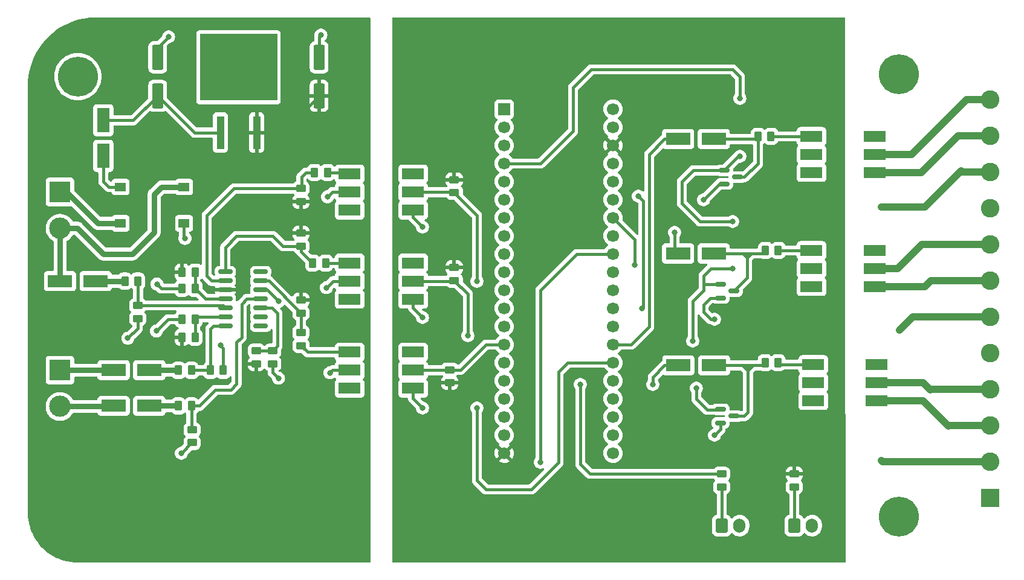
<source format=gbr>
%TF.GenerationSoftware,KiCad,Pcbnew,(6.0.9)*%
%TF.CreationDate,2022-12-21T20:26:07+07:00*%
%TF.ProjectId,3_phase_firing,335f7068-6173-4655-9f66-6972696e672e,rev?*%
%TF.SameCoordinates,Original*%
%TF.FileFunction,Copper,L1,Top*%
%TF.FilePolarity,Positive*%
%FSLAX46Y46*%
G04 Gerber Fmt 4.6, Leading zero omitted, Abs format (unit mm)*
G04 Created by KiCad (PCBNEW (6.0.9)) date 2022-12-21 20:26:07*
%MOMM*%
%LPD*%
G01*
G04 APERTURE LIST*
G04 Aperture macros list*
%AMRoundRect*
0 Rectangle with rounded corners*
0 $1 Rounding radius*
0 $2 $3 $4 $5 $6 $7 $8 $9 X,Y pos of 4 corners*
0 Add a 4 corners polygon primitive as box body*
4,1,4,$2,$3,$4,$5,$6,$7,$8,$9,$2,$3,0*
0 Add four circle primitives for the rounded corners*
1,1,$1+$1,$2,$3*
1,1,$1+$1,$4,$5*
1,1,$1+$1,$6,$7*
1,1,$1+$1,$8,$9*
0 Add four rect primitives between the rounded corners*
20,1,$1+$1,$2,$3,$4,$5,0*
20,1,$1+$1,$4,$5,$6,$7,0*
20,1,$1+$1,$6,$7,$8,$9,0*
20,1,$1+$1,$8,$9,$2,$3,0*%
G04 Aperture macros list end*
%TA.AperFunction,SMDPad,CuDef*%
%ADD10R,3.500000X1.800000*%
%TD*%
%TA.AperFunction,SMDPad,CuDef*%
%ADD11R,3.100000X1.600000*%
%TD*%
%TA.AperFunction,SMDPad,CuDef*%
%ADD12RoundRect,0.250000X0.262500X0.450000X-0.262500X0.450000X-0.262500X-0.450000X0.262500X-0.450000X0*%
%TD*%
%TA.AperFunction,SMDPad,CuDef*%
%ADD13RoundRect,0.250000X0.450000X-0.262500X0.450000X0.262500X-0.450000X0.262500X-0.450000X-0.262500X0*%
%TD*%
%TA.AperFunction,SMDPad,CuDef*%
%ADD14RoundRect,0.150000X-0.825000X-0.150000X0.825000X-0.150000X0.825000X0.150000X-0.825000X0.150000X0*%
%TD*%
%TA.AperFunction,ComponentPad*%
%ADD15C,5.600000*%
%TD*%
%TA.AperFunction,SMDPad,CuDef*%
%ADD16RoundRect,0.250000X0.550000X-1.500000X0.550000X1.500000X-0.550000X1.500000X-0.550000X-1.500000X0*%
%TD*%
%TA.AperFunction,SMDPad,CuDef*%
%ADD17R,1.800000X3.500000*%
%TD*%
%TA.AperFunction,ComponentPad*%
%ADD18R,1.700000X1.700000*%
%TD*%
%TA.AperFunction,ComponentPad*%
%ADD19C,1.700000*%
%TD*%
%TA.AperFunction,SMDPad,CuDef*%
%ADD20RoundRect,0.150000X-0.587500X-0.150000X0.587500X-0.150000X0.587500X0.150000X-0.587500X0.150000X0*%
%TD*%
%TA.AperFunction,SMDPad,CuDef*%
%ADD21RoundRect,0.250000X-0.450000X0.262500X-0.450000X-0.262500X0.450000X-0.262500X0.450000X0.262500X0*%
%TD*%
%TA.AperFunction,ComponentPad*%
%ADD22RoundRect,0.250000X-0.600000X-0.750000X0.600000X-0.750000X0.600000X0.750000X-0.600000X0.750000X0*%
%TD*%
%TA.AperFunction,ComponentPad*%
%ADD23O,1.700000X2.000000*%
%TD*%
%TA.AperFunction,SMDPad,CuDef*%
%ADD24R,1.500000X1.300000*%
%TD*%
%TA.AperFunction,SMDPad,CuDef*%
%ADD25RoundRect,0.250000X-0.262500X-0.450000X0.262500X-0.450000X0.262500X0.450000X-0.262500X0.450000X0*%
%TD*%
%TA.AperFunction,ComponentPad*%
%ADD26R,3.000000X3.000000*%
%TD*%
%TA.AperFunction,ComponentPad*%
%ADD27C,3.000000*%
%TD*%
%TA.AperFunction,SMDPad,CuDef*%
%ADD28R,1.100000X4.600000*%
%TD*%
%TA.AperFunction,SMDPad,CuDef*%
%ADD29R,10.800000X9.400000*%
%TD*%
%TA.AperFunction,ComponentPad*%
%ADD30R,2.600000X2.600000*%
%TD*%
%TA.AperFunction,ComponentPad*%
%ADD31C,2.600000*%
%TD*%
%TA.AperFunction,ViaPad*%
%ADD32C,0.800000*%
%TD*%
%TA.AperFunction,Conductor*%
%ADD33C,0.400000*%
%TD*%
%TA.AperFunction,Conductor*%
%ADD34C,0.800000*%
%TD*%
%TA.AperFunction,Conductor*%
%ADD35C,1.000000*%
%TD*%
G04 APERTURE END LIST*
D10*
%TO.P,D10,1,K*%
%TO.N,Net-(D10-Pad1)*%
X169124000Y-91821000D03*
%TO.P,D10,2,A*%
%TO.N,GATE_C1*%
X164124000Y-91821000D03*
%TD*%
D11*
%TO.P,U3,1*%
%TO.N,Net-(R16-Pad1)*%
X118055000Y-64960000D03*
%TO.P,U3,2*%
%TO.N,GNDS*%
X118055000Y-67500000D03*
%TO.P,U3,3,NC*%
%TO.N,unconnected-(U3-Pad3)*%
X118055000Y-70040000D03*
%TO.P,U3,4*%
%TO.N,GND*%
X126945000Y-70040000D03*
%TO.P,U3,5*%
%TO.N,ZCD_A*%
X126945000Y-67500000D03*
%TO.P,U3,6*%
%TO.N,unconnected-(U3-Pad6)*%
X126945000Y-64960000D03*
%TD*%
D10*
%TO.P,D6,1,K*%
%TO.N,Net-(D6-Pad1)*%
X169060500Y-76120904D03*
%TO.P,D6,2,A*%
%TO.N,GATE_B1*%
X164060500Y-76120904D03*
%TD*%
D12*
%TO.P,R17,1*%
%TO.N,Net-(R17-Pad1)*%
X114704500Y-77470000D03*
%TO.P,R17,2*%
%TO.N,Net-(R14-Pad1)*%
X112879500Y-77470000D03*
%TD*%
%TO.P,R1,1*%
%TO.N,Net-(R1-Pad1)*%
X88412500Y-80000000D03*
%TO.P,R1,2*%
%TO.N,Net-(D2-Pad1)*%
X86587500Y-80000000D03*
%TD*%
D10*
%TO.P,D8,1,K*%
%TO.N,Net-(D8-Pad1)*%
X169060500Y-60071000D03*
%TO.P,D8,2,A*%
%TO.N,GATE_A1*%
X164060500Y-60071000D03*
%TD*%
D13*
%TO.P,R14,1*%
%TO.N,Net-(R14-Pad1)*%
X111252000Y-75080500D03*
%TO.P,R14,2*%
%TO.N,VCC*%
X111252000Y-73255500D03*
%TD*%
D11*
%TO.P,U9,1*%
%TO.N,Net-(R24-Pad1)*%
X182753000Y-59690000D03*
%TO.P,U9,2*%
%TO.N,GND*%
X182753000Y-62230000D03*
%TO.P,U9,3,NC*%
%TO.N,unconnected-(U9-Pad3)*%
X182753000Y-64770000D03*
%TO.P,U9,4*%
%TO.N,OUTA1_E*%
X191643000Y-64770000D03*
%TO.P,U9,5*%
%TO.N,OUTA1_C*%
X191643000Y-62230000D03*
%TO.P,U9,6*%
%TO.N,unconnected-(U9-Pad6)*%
X191643000Y-59690000D03*
%TD*%
D14*
%TO.P,U1,1*%
%TO.N,Net-(R14-Pad1)*%
X100649000Y-78690000D03*
%TO.P,U1,2*%
%TO.N,Net-(R13-Pad1)*%
X100649000Y-79960000D03*
%TO.P,U1,3,V+*%
%TO.N,VCC*%
X100649000Y-81230000D03*
%TO.P,U1,4,-*%
%TO.N,Net-(R7-Pad1)*%
X100649000Y-82500000D03*
%TO.P,U1,5,+*%
%TO.N,Net-(R1-Pad1)*%
X100649000Y-83770000D03*
%TO.P,U1,6,-*%
%TO.N,Net-(R10-Pad2)*%
X100649000Y-85040000D03*
%TO.P,U1,7,+*%
%TO.N,Net-(R3-Pad1)*%
X100649000Y-86310000D03*
%TO.P,U1,8*%
%TO.N,N/C*%
X105599000Y-86310000D03*
%TO.P,U1,9*%
X105599000Y-85040000D03*
%TO.P,U1,10,-*%
%TO.N,Net-(R11-Pad1)*%
X105599000Y-83770000D03*
%TO.P,U1,11,+*%
%TO.N,Net-(R5-Pad1)*%
X105599000Y-82500000D03*
%TO.P,U1,12,V-*%
%TO.N,GNDS*%
X105599000Y-81230000D03*
%TO.P,U1,13*%
%TO.N,Net-(R15-Pad1)*%
X105599000Y-79960000D03*
%TO.P,U1,14*%
%TO.N,N/C*%
X105599000Y-78690000D03*
%TD*%
D15*
%TO.P,REF\u002A\u002A,1*%
%TO.N,N/C*%
X195000000Y-113000000D03*
%TD*%
D11*
%TO.P,U7,1*%
%TO.N,Net-(R22-Pad1)*%
X182753000Y-75692000D03*
%TO.P,U7,2*%
%TO.N,GND*%
X182753000Y-78232000D03*
%TO.P,U7,3,NC*%
%TO.N,unconnected-(U7-Pad3)*%
X182753000Y-80772000D03*
%TO.P,U7,4*%
%TO.N,OUTB1_E*%
X191643000Y-80772000D03*
%TO.P,U7,5*%
%TO.N,OUTB1_C*%
X191643000Y-78232000D03*
%TO.P,U7,6*%
%TO.N,unconnected-(U7-Pad6)*%
X191643000Y-75692000D03*
%TD*%
D12*
%TO.P,R16,1*%
%TO.N,Net-(R16-Pad1)*%
X114958500Y-64770000D03*
%TO.P,R16,2*%
%TO.N,Net-(R13-Pad1)*%
X113133500Y-64770000D03*
%TD*%
D13*
%TO.P,R29,1*%
%TO.N,Net-(J5-Pad1)*%
X180340000Y-108862500D03*
%TO.P,R29,2*%
%TO.N,+3.3V*%
X180340000Y-107037500D03*
%TD*%
%TO.P,R18,1*%
%TO.N,Net-(R18-Pad1)*%
X111252000Y-89050500D03*
%TO.P,R18,2*%
%TO.N,Net-(R15-Pad1)*%
X111252000Y-87225500D03*
%TD*%
D11*
%TO.P,U5,1*%
%TO.N,Net-(R18-Pad1)*%
X118055000Y-89960000D03*
%TO.P,U5,2*%
%TO.N,GNDS*%
X118055000Y-92500000D03*
%TO.P,U5,3,NC*%
%TO.N,unconnected-(U5-Pad3)*%
X118055000Y-95040000D03*
%TO.P,U5,4*%
%TO.N,GND*%
X126945000Y-95040000D03*
%TO.P,U5,5*%
%TO.N,ZCD_C*%
X126945000Y-92500000D03*
%TO.P,U5,6*%
%TO.N,unconnected-(U5-Pad6)*%
X126945000Y-89960000D03*
%TD*%
D16*
%TO.P,C1,1*%
%TO.N,Net-(C1-Pad1)*%
X91186000Y-54008000D03*
%TO.P,C1,2*%
%TO.N,GNDS*%
X91186000Y-48608000D03*
%TD*%
D11*
%TO.P,U11,1*%
%TO.N,Net-(R26-Pad1)*%
X183007000Y-91694000D03*
%TO.P,U11,2*%
%TO.N,GND*%
X183007000Y-94234000D03*
%TO.P,U11,3,NC*%
%TO.N,unconnected-(U11-Pad3)*%
X183007000Y-96774000D03*
%TO.P,U11,4*%
%TO.N,OUTC1_E*%
X191897000Y-96774000D03*
%TO.P,U11,5*%
%TO.N,OUTC1_C*%
X191897000Y-94234000D03*
%TO.P,U11,6*%
%TO.N,unconnected-(U11-Pad6)*%
X191897000Y-91694000D03*
%TD*%
D12*
%TO.P,R7,1*%
%TO.N,Net-(R7-Pad1)*%
X96416500Y-78740000D03*
%TO.P,R7,2*%
%TO.N,VCC*%
X94591500Y-78740000D03*
%TD*%
%TO.P,R5,1*%
%TO.N,Net-(R5-Pad1)*%
X95912500Y-97500000D03*
%TO.P,R5,2*%
%TO.N,Net-(D4-Pad1)*%
X94087500Y-97500000D03*
%TD*%
D17*
%TO.P,D5,1,K*%
%TO.N,Net-(C1-Pad1)*%
X83566000Y-57444000D03*
%TO.P,D5,2,A*%
%TO.N,Net-(D1-Pad3)*%
X83566000Y-62444000D03*
%TD*%
D13*
%TO.P,R15,1*%
%TO.N,Net-(R15-Pad1)*%
X111252000Y-84478500D03*
%TO.P,R15,2*%
%TO.N,VCC*%
X111252000Y-82653500D03*
%TD*%
%TO.P,R6,1*%
%TO.N,GNDS*%
X96012000Y-102663000D03*
%TO.P,R6,2*%
%TO.N,Net-(R5-Pad1)*%
X96012000Y-100838000D03*
%TD*%
D18*
%TO.P,U6,1,PB12*%
%TO.N,unconnected-(U6-Pad1)*%
X139700000Y-55880000D03*
D19*
%TO.P,U6,2,PB13*%
%TO.N,LED_USB*%
X139700000Y-58420000D03*
%TO.P,U6,3,PB14*%
%TO.N,unconnected-(U6-Pad3)*%
X139700000Y-60960000D03*
%TO.P,U6,4,PB15*%
%TO.N,TRIAC_MODE*%
X139700000Y-63500000D03*
%TO.P,U6,5,PA8*%
%TO.N,unconnected-(U6-Pad5)*%
X139700000Y-66040000D03*
%TO.P,U6,6,PA9*%
%TO.N,unconnected-(U6-Pad6)*%
X139700000Y-68580000D03*
%TO.P,U6,7,PA10*%
%TO.N,unconnected-(U6-Pad7)*%
X139700000Y-71120000D03*
%TO.P,U6,8,PA11*%
%TO.N,unconnected-(U6-Pad8)*%
X139700000Y-73660000D03*
%TO.P,U6,9,PA12*%
%TO.N,unconnected-(U6-Pad9)*%
X139700000Y-76200000D03*
%TO.P,U6,10,PA15*%
%TO.N,unconnected-(U6-Pad10)*%
X139700000Y-78740000D03*
%TO.P,U6,11,PB3*%
%TO.N,unconnected-(U6-Pad11)*%
X139700000Y-81280000D03*
%TO.P,U6,12,PB4*%
%TO.N,unconnected-(U6-Pad12)*%
X139700000Y-83820000D03*
%TO.P,U6,13,PB5*%
%TO.N,unconnected-(U6-Pad13)*%
X139700000Y-86360000D03*
%TO.P,U6,14,PB6*%
%TO.N,ZCD_C*%
X139700000Y-88900000D03*
%TO.P,U6,15,PB7*%
%TO.N,GATE_C1*%
X139700000Y-91440000D03*
%TO.P,U6,16,PB8*%
%TO.N,GATE_C2*%
X139700000Y-93980000D03*
%TO.P,U6,17,PB9*%
%TO.N,unconnected-(U6-Pad17)*%
X139700000Y-96520000D03*
%TO.P,U6,18,5V*%
%TO.N,unconnected-(U6-Pad18)*%
X139700000Y-99060000D03*
%TO.P,U6,19,GND*%
%TO.N,GND*%
X139700000Y-101600000D03*
%TO.P,U6,20,3V3*%
%TO.N,+3.3V*%
X139700000Y-104140000D03*
%TO.P,U6,21,VBat*%
%TO.N,unconnected-(U6-Pad21)*%
X154940000Y-104140000D03*
%TO.P,U6,22,PC13*%
%TO.N,unconnected-(U6-Pad22)*%
X154940000Y-101600000D03*
%TO.P,U6,23,PC14*%
%TO.N,unconnected-(U6-Pad23)*%
X154940000Y-99060000D03*
%TO.P,U6,24,PC15*%
%TO.N,unconnected-(U6-Pad24)*%
X154940000Y-96520000D03*
%TO.P,U6,25,RES*%
%TO.N,unconnected-(U6-Pad25)*%
X154940000Y-93980000D03*
%TO.P,U6,26,PA0*%
%TO.N,ZCD_A*%
X154940000Y-91440000D03*
%TO.P,U6,27,PA1*%
%TO.N,GATE_A1*%
X154940000Y-88900000D03*
%TO.P,U6,28,PA2*%
%TO.N,GATE_A2*%
X154940000Y-86360000D03*
%TO.P,U6,29,PA3*%
%TO.N,unconnected-(U6-Pad29)*%
X154940000Y-83820000D03*
%TO.P,U6,30,PA4*%
%TO.N,unconnected-(U6-Pad30)*%
X154940000Y-81280000D03*
%TO.P,U6,31,PA5*%
%TO.N,unconnected-(U6-Pad31)*%
X154940000Y-78740000D03*
%TO.P,U6,32,PA6*%
%TO.N,ZCD_B*%
X154940000Y-76200000D03*
%TO.P,U6,33,PA7*%
%TO.N,GATE_B1*%
X154940000Y-73660000D03*
%TO.P,U6,34,PB0*%
%TO.N,GATE_B2*%
X154940000Y-71120000D03*
%TO.P,U6,35,PB1*%
%TO.N,unconnected-(U6-Pad35)*%
X154940000Y-68580000D03*
%TO.P,U6,36,PB2*%
%TO.N,unconnected-(U6-Pad36)*%
X154940000Y-66040000D03*
%TO.P,U6,37,PB10*%
%TO.N,unconnected-(U6-Pad37)*%
X154940000Y-63500000D03*
%TO.P,U6,38,3V3*%
%TO.N,+3.3V*%
X154940000Y-60960000D03*
%TO.P,U6,39,GND*%
%TO.N,GND*%
X154940000Y-58420000D03*
%TO.P,U6,40,5V*%
%TO.N,unconnected-(U6-Pad40)*%
X154940000Y-55880000D03*
%TD*%
D20*
%TO.P,Q3,1,B*%
%TO.N,TRIAC_MODE*%
X170004500Y-97983000D03*
%TO.P,Q3,2,C*%
%TO.N,Net-(D11-Pad1)*%
X170004500Y-99883000D03*
%TO.P,Q3,3,E*%
%TO.N,Net-(D10-Pad1)*%
X171879500Y-98933000D03*
%TD*%
D15*
%TO.P,REF\u002A\u002A,1*%
%TO.N,N/C*%
X80000000Y-51308000D03*
%TD*%
D20*
%TO.P,Q1,1,B*%
%TO.N,TRIAC_MODE*%
X170004500Y-80457000D03*
%TO.P,Q1,2,C*%
%TO.N,Net-(D7-Pad1)*%
X170004500Y-82357000D03*
%TO.P,Q1,3,E*%
%TO.N,Net-(D6-Pad1)*%
X171879500Y-81407000D03*
%TD*%
D10*
%TO.P,D2,1,K*%
%TO.N,Net-(D2-Pad1)*%
X82500000Y-80000000D03*
%TO.P,D2,2,A*%
%TO.N,PHASE_A*%
X77500000Y-80000000D03*
%TD*%
D21*
%TO.P,R13,1*%
%TO.N,Net-(R13-Pad1)*%
X111252000Y-67009000D03*
%TO.P,R13,2*%
%TO.N,VCC*%
X111252000Y-68834000D03*
%TD*%
D22*
%TO.P,J5,1,Pin_1*%
%TO.N,Net-(J5-Pad1)*%
X180340000Y-114300000D03*
D23*
%TO.P,J5,2,Pin_2*%
%TO.N,GND*%
X182840000Y-114300000D03*
%TD*%
D24*
%TO.P,D1,1,-*%
%TO.N,GNDS*%
X94874000Y-71892000D03*
%TO.P,D1,2*%
%TO.N,PHASE_A*%
X94874000Y-66792000D03*
%TO.P,D1,3,+*%
%TO.N,Net-(D1-Pad3)*%
X85974000Y-66792000D03*
%TO.P,D1,4*%
%TO.N,NEUT*%
X85974000Y-71892000D03*
%TD*%
D12*
%TO.P,R4,1*%
%TO.N,GNDS*%
X100377000Y-92506800D03*
%TO.P,R4,2*%
%TO.N,Net-(R3-Pad1)*%
X98552000Y-92506800D03*
%TD*%
D25*
%TO.P,R8,1*%
%TO.N,GNDS*%
X94591500Y-81026000D03*
%TO.P,R8,2*%
%TO.N,Net-(R7-Pad1)*%
X96416500Y-81026000D03*
%TD*%
D12*
%TO.P,R3,1*%
%TO.N,Net-(R3-Pad1)*%
X95912500Y-92500000D03*
%TO.P,R3,2*%
%TO.N,Net-(D3-Pad1)*%
X94087500Y-92500000D03*
%TD*%
%TO.P,R9,1*%
%TO.N,Net-(R10-Pad2)*%
X96416500Y-87884000D03*
%TO.P,R9,2*%
%TO.N,VCC*%
X94591500Y-87884000D03*
%TD*%
D15*
%TO.P,REF\u002A\u002A,1*%
%TO.N,N/C*%
X195000000Y-51000000D03*
%TD*%
D11*
%TO.P,U4,1*%
%TO.N,Net-(R17-Pad1)*%
X118055000Y-77460000D03*
%TO.P,U4,2*%
%TO.N,GNDS*%
X118055000Y-80000000D03*
%TO.P,U4,3,NC*%
%TO.N,unconnected-(U4-Pad3)*%
X118055000Y-82540000D03*
%TO.P,U4,4*%
%TO.N,GND*%
X126945000Y-82540000D03*
%TO.P,U4,5*%
%TO.N,ZCD_B*%
X126945000Y-80000000D03*
%TO.P,U4,6*%
%TO.N,unconnected-(U4-Pad6)*%
X126945000Y-77460000D03*
%TD*%
D13*
%TO.P,R20,1*%
%TO.N,ZCD_B*%
X132715000Y-79930000D03*
%TO.P,R20,2*%
%TO.N,+3.3V*%
X132715000Y-78105000D03*
%TD*%
D26*
%TO.P,J1,1,Pin_1*%
%TO.N,NEUT*%
X77500000Y-67500000D03*
D27*
%TO.P,J1,2,Pin_2*%
%TO.N,PHASE_A*%
X77500000Y-72580000D03*
%TD*%
D20*
%TO.P,Q2,1,B*%
%TO.N,TRIAC_MODE*%
X170512500Y-64455000D03*
%TO.P,Q2,2,C*%
%TO.N,Net-(D9-Pad1)*%
X170512500Y-66355000D03*
%TO.P,Q2,3,E*%
%TO.N,Net-(D8-Pad1)*%
X172387500Y-65405000D03*
%TD*%
D13*
%TO.P,R28,1*%
%TO.N,Net-(J4-Pad1)*%
X170180000Y-108862500D03*
%TO.P,R28,2*%
%TO.N,LED_USB*%
X170180000Y-107037500D03*
%TD*%
D28*
%TO.P,U2,1,IN*%
%TO.N,Net-(C1-Pad1)*%
X99960000Y-59150000D03*
D29*
%TO.P,U2,2,GND*%
%TO.N,GNDS*%
X102500000Y-50000000D03*
D28*
%TO.P,U2,3,OUT*%
%TO.N,VCC*%
X105040000Y-59150000D03*
%TD*%
D12*
%TO.P,R24,1*%
%TO.N,Net-(R24-Pad1)*%
X177085000Y-59690000D03*
%TO.P,R24,2*%
%TO.N,Net-(D8-Pad1)*%
X175260000Y-59690000D03*
%TD*%
%TO.P,R22,1*%
%TO.N,Net-(R22-Pad1)*%
X178101000Y-75692000D03*
%TO.P,R22,2*%
%TO.N,Net-(D6-Pad1)*%
X176276000Y-75692000D03*
%TD*%
%TO.P,R26,1*%
%TO.N,Net-(R26-Pad1)*%
X178077500Y-91440000D03*
%TO.P,R26,2*%
%TO.N,Net-(D10-Pad1)*%
X176252500Y-91440000D03*
%TD*%
D21*
%TO.P,R11,1*%
%TO.N,Net-(R11-Pad1)*%
X105003600Y-89765500D03*
%TO.P,R11,2*%
%TO.N,VCC*%
X105003600Y-91590500D03*
%TD*%
D13*
%TO.P,R12,1*%
%TO.N,GNDS*%
X107289600Y-91590500D03*
%TO.P,R12,2*%
%TO.N,Net-(R11-Pad1)*%
X107289600Y-89765500D03*
%TD*%
D16*
%TO.P,C2,1*%
%TO.N,VCC*%
X113792000Y-54008000D03*
%TO.P,C2,2*%
%TO.N,GNDS*%
X113792000Y-48608000D03*
%TD*%
D10*
%TO.P,D3,1,K*%
%TO.N,Net-(D3-Pad1)*%
X90000000Y-92500000D03*
%TO.P,D3,2,A*%
%TO.N,PHASE_B*%
X85000000Y-92500000D03*
%TD*%
D30*
%TO.P,J3,1,Pin_1*%
%TO.N,OUTC2_E*%
X207800000Y-110440000D03*
D31*
%TO.P,J3,2,Pin_2*%
%TO.N,OUTC2_C*%
X207800000Y-105360000D03*
%TO.P,J3,3,Pin_3*%
%TO.N,OUTC1_E*%
X207800000Y-100280000D03*
%TO.P,J3,4,Pin_4*%
%TO.N,OUTC1_C*%
X207800000Y-95200000D03*
%TO.P,J3,5,Pin_5*%
%TO.N,OUTB2_E*%
X207800000Y-90120000D03*
%TO.P,J3,6,Pin_6*%
%TO.N,OUTB2_C*%
X207800000Y-85040000D03*
%TO.P,J3,7,Pin_7*%
%TO.N,OUTB1_E*%
X207800000Y-79960000D03*
%TO.P,J3,8,Pin_8*%
%TO.N,OUTB1_C*%
X207800000Y-74880000D03*
%TO.P,J3,9,Pin_9*%
%TO.N,OUTA2_E*%
X207800000Y-69800000D03*
%TO.P,J3,10,Pin_10*%
%TO.N,OUTA2_C*%
X207800000Y-64720000D03*
%TO.P,J3,11,Pin_11*%
%TO.N,OUTA1_E*%
X207800000Y-59640000D03*
%TO.P,J3,12,Pin_12*%
%TO.N,OUTA1_C*%
X207800000Y-54560000D03*
%TD*%
D25*
%TO.P,R10,1*%
%TO.N,GNDS*%
X94591500Y-85344000D03*
%TO.P,R10,2*%
%TO.N,Net-(R10-Pad2)*%
X96416500Y-85344000D03*
%TD*%
D22*
%TO.P,J4,1,Pin_1*%
%TO.N,Net-(J4-Pad1)*%
X170180000Y-114300000D03*
D23*
%TO.P,J4,2,Pin_2*%
%TO.N,GND*%
X172680000Y-114300000D03*
%TD*%
D13*
%TO.P,R2,1*%
%TO.N,GNDS*%
X88392000Y-85240500D03*
%TO.P,R2,2*%
%TO.N,Net-(R1-Pad1)*%
X88392000Y-83415500D03*
%TD*%
D10*
%TO.P,D4,1,K*%
%TO.N,Net-(D4-Pad1)*%
X90000000Y-97500000D03*
%TO.P,D4,2,A*%
%TO.N,PHASE_C*%
X85000000Y-97500000D03*
%TD*%
D21*
%TO.P,R21,1*%
%TO.N,ZCD_C*%
X132080000Y-92432500D03*
%TO.P,R21,2*%
%TO.N,+3.3V*%
X132080000Y-94257500D03*
%TD*%
D13*
%TO.P,R19,1*%
%TO.N,ZCD_A*%
X132715000Y-67587500D03*
%TO.P,R19,2*%
%TO.N,+3.3V*%
X132715000Y-65762500D03*
%TD*%
D26*
%TO.P,J2,1,Pin_1*%
%TO.N,PHASE_B*%
X77500000Y-92500000D03*
D27*
%TO.P,J2,2,Pin_2*%
%TO.N,PHASE_C*%
X77500000Y-97580000D03*
%TD*%
D32*
%TO.N,GNDS*%
X99000000Y-50000000D03*
X108102400Y-82854800D03*
X102500000Y-50000000D03*
X87000000Y-88000000D03*
X95000000Y-74000000D03*
X91000000Y-87000000D03*
X106000000Y-50000000D03*
X94488000Y-104140000D03*
X102500000Y-47500000D03*
X106000000Y-53000000D03*
X99000000Y-53000000D03*
X114808000Y-80924400D03*
X100000000Y-89000000D03*
X99000000Y-47500000D03*
X102500000Y-53000000D03*
X114960400Y-68173600D03*
X91084400Y-80416400D03*
X106000000Y-47500000D03*
X108102400Y-93624400D03*
X115316000Y-92862400D03*
X114046000Y-45466000D03*
X92710000Y-45720000D03*
%TO.N,GATE_B1*%
X163576000Y-73152000D03*
%TO.N,Net-(D7-Pad1)*%
X169164000Y-85344000D03*
%TO.N,Net-(D9-Pad1)*%
X167640000Y-68580000D03*
%TO.N,GATE_B2*%
X157988000Y-77724000D03*
%TO.N,GATE_A2*%
X159004000Y-83820000D03*
X158496000Y-68072000D03*
%TO.N,GATE_C1*%
X160528000Y-94488000D03*
%TO.N,Net-(D11-Pad1)*%
X169164000Y-101600000D03*
%TO.N,TRIAC_MODE*%
X171704000Y-71628000D03*
X166624000Y-94996000D03*
X172720000Y-54356000D03*
X166116000Y-88392000D03*
X172720000Y-62484000D03*
X171704000Y-78232000D03*
%TO.N,GND*%
X128270000Y-72390000D03*
X128270000Y-97790000D03*
X128270000Y-85090000D03*
%TO.N,ZCD_A*%
X135890000Y-97790000D03*
X135890000Y-80010000D03*
%TO.N,ZCD_B*%
X134620000Y-87630000D03*
X144780000Y-105410000D03*
%TO.N,LED_USB*%
X150368000Y-94488000D03*
%TO.N,OUTB2_C*%
X195072000Y-86868000D03*
%TO.N,OUTA2_C*%
X192532000Y-69596000D03*
%TO.N,OUTC2_C*%
X192532000Y-105156000D03*
%TD*%
D33*
%TO.N,Net-(C1-Pad1)*%
X96328000Y-59150000D02*
X99960000Y-59150000D01*
X87750000Y-57444000D02*
X91186000Y-54008000D01*
X91186000Y-54008000D02*
X96328000Y-59150000D01*
X83566000Y-57444000D02*
X87750000Y-57444000D01*
%TO.N,GNDS*%
X94874000Y-73874000D02*
X95000000Y-74000000D01*
X118055000Y-92500000D02*
X115678400Y-92500000D01*
X102832000Y-50000000D02*
X105156000Y-52324000D01*
X94874000Y-71892000D02*
X94874000Y-73874000D01*
X102500000Y-50000000D02*
X102832000Y-50000000D01*
X96012000Y-102663000D02*
X95965000Y-102663000D01*
X102500000Y-50000000D02*
X102500000Y-53000000D01*
X107289600Y-91590500D02*
X107289600Y-92811600D01*
X103162000Y-50000000D02*
X102500000Y-50000000D01*
X118055000Y-67500000D02*
X115634000Y-67500000D01*
X102500000Y-50000000D02*
X99000000Y-50000000D01*
X100000000Y-47500000D02*
X102500000Y-50000000D01*
X94591500Y-85344000D02*
X92656000Y-85344000D01*
X101816000Y-50000000D02*
X100076000Y-48260000D01*
X91186000Y-48608000D02*
X91186000Y-47244000D01*
X102500000Y-50000000D02*
X102500000Y-47500000D01*
X103500000Y-50000000D02*
X106000000Y-47500000D01*
X102500000Y-50000000D02*
X105500000Y-53000000D01*
X95965000Y-102663000D02*
X94488000Y-104140000D01*
X102500000Y-50000000D02*
X102400000Y-50000000D01*
X99000000Y-47500000D02*
X100000000Y-47500000D01*
X115634000Y-67500000D02*
X114960400Y-68173600D01*
X100377000Y-89377000D02*
X100000000Y-89000000D01*
X92656000Y-85344000D02*
X91000000Y-87000000D01*
X102500000Y-50000000D02*
X101816000Y-50000000D01*
X118055000Y-80000000D02*
X115732400Y-80000000D01*
X115678400Y-92500000D02*
X115316000Y-92862400D01*
X106477600Y-81230000D02*
X108102400Y-82854800D01*
X102500000Y-50000000D02*
X106000000Y-50000000D01*
X102400000Y-50000000D02*
X100076000Y-52324000D01*
X91186000Y-47244000D02*
X92710000Y-45720000D01*
X107289600Y-92811600D02*
X108102400Y-93624400D01*
X105500000Y-53000000D02*
X106000000Y-53000000D01*
X113792000Y-45720000D02*
X114046000Y-45466000D01*
X113792000Y-48608000D02*
X113792000Y-45720000D01*
X102500000Y-50000000D02*
X99000000Y-53000000D01*
X88392000Y-86608000D02*
X87000000Y-88000000D01*
X100377000Y-92506800D02*
X100377000Y-89377000D01*
X102500000Y-50000000D02*
X103500000Y-50000000D01*
X105599000Y-81230000D02*
X106477600Y-81230000D01*
X105182351Y-50041575D02*
X103162000Y-50000000D01*
X94591500Y-81026000D02*
X91694000Y-81026000D01*
X91694000Y-81026000D02*
X91084400Y-80416400D01*
X115732400Y-80000000D02*
X114808000Y-80924400D01*
X88392000Y-85240500D02*
X88392000Y-86608000D01*
%TO.N,Net-(D1-Pad3)*%
X83566000Y-66040000D02*
X83566000Y-62444000D01*
X85974000Y-66792000D02*
X84318000Y-66792000D01*
X84318000Y-66792000D02*
X83566000Y-66040000D01*
D34*
%TO.N,PHASE_A*%
X90678000Y-67818000D02*
X91704000Y-66792000D01*
X79946000Y-72580000D02*
X83566000Y-76200000D01*
X77500000Y-72580000D02*
X79946000Y-72580000D01*
X90678000Y-73152000D02*
X90678000Y-67818000D01*
X77500000Y-72580000D02*
X77500000Y-80000000D01*
X87630000Y-76200000D02*
X90678000Y-73152000D01*
X83566000Y-76200000D02*
X87630000Y-76200000D01*
X91704000Y-66792000D02*
X94874000Y-66792000D01*
%TO.N,Net-(D2-Pad1)*%
X82500000Y-80000000D02*
X86587500Y-80000000D01*
%TO.N,PHASE_B*%
X77500000Y-92500000D02*
X85000000Y-92500000D01*
%TO.N,Net-(D3-Pad1)*%
X90000000Y-92500000D02*
X94087500Y-92500000D01*
%TO.N,NEUT*%
X77500000Y-67500000D02*
X78422000Y-67500000D01*
X82814000Y-71892000D02*
X85974000Y-71892000D01*
X78422000Y-67500000D02*
X82814000Y-71892000D01*
%TO.N,PHASE_C*%
X77500000Y-97580000D02*
X84920000Y-97580000D01*
X84920000Y-97580000D02*
X85000000Y-97500000D01*
%TO.N,Net-(D4-Pad1)*%
X90000000Y-97500000D02*
X94087500Y-97500000D01*
D33*
%TO.N,GATE_B1*%
X163576000Y-73152000D02*
X163576000Y-75636404D01*
X163576000Y-75636404D02*
X164060500Y-76120904D01*
%TO.N,Net-(D6-Pad1)*%
X174323096Y-76120904D02*
X173736000Y-76708000D01*
X171879500Y-81407000D02*
X173736000Y-79550500D01*
X173148904Y-76120904D02*
X174323096Y-76120904D01*
X174323096Y-76120904D02*
X175847096Y-76120904D01*
X173148904Y-76120904D02*
X173736000Y-76708000D01*
X173736000Y-79550500D02*
X173736000Y-76708000D01*
X175847096Y-76120904D02*
X176276000Y-75692000D01*
X173736000Y-76708000D02*
X173736000Y-76200000D01*
X169060500Y-76120904D02*
X173148904Y-76120904D01*
%TO.N,Net-(D7-Pad1)*%
X170004500Y-82357000D02*
X168595000Y-82357000D01*
X168656000Y-85344000D02*
X169164000Y-85344000D01*
X167640000Y-84328000D02*
X168656000Y-85344000D01*
X168595000Y-82357000D02*
X167640000Y-83312000D01*
X167640000Y-83312000D02*
X167640000Y-84328000D01*
%TO.N,Net-(D8-Pad1)*%
X174879000Y-60071000D02*
X175260000Y-59690000D01*
X173355000Y-65405000D02*
X175260000Y-63500000D01*
X175260000Y-63500000D02*
X175260000Y-59690000D01*
X172387500Y-65405000D02*
X173355000Y-65405000D01*
X169060500Y-60071000D02*
X174879000Y-60071000D01*
%TO.N,Net-(D9-Pad1)*%
X169865000Y-66355000D02*
X167640000Y-68580000D01*
X170512500Y-66355000D02*
X169865000Y-66355000D01*
%TO.N,GATE_B2*%
X157988000Y-74168000D02*
X157988000Y-77724000D01*
X154940000Y-71120000D02*
X157988000Y-74168000D01*
%TO.N,GATE_A1*%
X154940000Y-88900000D02*
X157480000Y-88900000D01*
X157480000Y-88900000D02*
X160020000Y-86360000D01*
X160020000Y-62230000D02*
X162179000Y-60071000D01*
X162179000Y-60071000D02*
X164060500Y-60071000D01*
X160020000Y-86360000D02*
X160020000Y-62230000D01*
%TO.N,Net-(D10-Pad1)*%
X173863000Y-98425000D02*
X173863000Y-92583000D01*
X173863000Y-91821000D02*
X174371000Y-91821000D01*
X173863000Y-92583000D02*
X173863000Y-91821000D01*
X173863000Y-92583000D02*
X174625000Y-91821000D01*
X174625000Y-91821000D02*
X175871500Y-91821000D01*
X173990000Y-92202000D02*
X174371000Y-91821000D01*
X174371000Y-91821000D02*
X174625000Y-91821000D01*
X173990000Y-92202000D02*
X173609000Y-91821000D01*
X173355000Y-98933000D02*
X173863000Y-98425000D01*
X173609000Y-91821000D02*
X173863000Y-91821000D01*
X173101000Y-91821000D02*
X173863000Y-92583000D01*
X171879500Y-98933000D02*
X173355000Y-98933000D01*
X173101000Y-91821000D02*
X173609000Y-91821000D01*
X173863000Y-92583000D02*
X173863000Y-92329000D01*
X175871500Y-91821000D02*
X176252500Y-91440000D01*
X169124000Y-91821000D02*
X173101000Y-91821000D01*
X173863000Y-92329000D02*
X173990000Y-92202000D01*
%TO.N,GATE_A2*%
X159220000Y-83604000D02*
X159220000Y-69596000D01*
X159220000Y-68796000D02*
X158496000Y-68072000D01*
X159004000Y-83820000D02*
X159220000Y-83604000D01*
X159220000Y-69596000D02*
X159220000Y-68796000D01*
%TO.N,GATE_C1*%
X160528000Y-93472000D02*
X162179000Y-91821000D01*
X160528000Y-94488000D02*
X160528000Y-93472000D01*
X162179000Y-91821000D02*
X164124000Y-91821000D01*
%TO.N,Net-(D11-Pad1)*%
X170004500Y-100759500D02*
X169164000Y-101600000D01*
X170004500Y-99883000D02*
X170004500Y-100759500D01*
%TO.N,TRIAC_MODE*%
X149352000Y-52832000D02*
X151892000Y-50292000D01*
X171704000Y-78232000D02*
X168656000Y-78232000D01*
X144780000Y-63500000D02*
X149352000Y-58928000D01*
X167640000Y-79248000D02*
X167640000Y-80264000D01*
X169943500Y-98044000D02*
X170004500Y-97983000D01*
X171704000Y-50292000D02*
X172720000Y-51308000D01*
X172720000Y-62484000D02*
X172483500Y-62484000D01*
X167833000Y-80457000D02*
X170004500Y-80457000D01*
X168656000Y-78232000D02*
X167640000Y-79248000D01*
X167132000Y-71628000D02*
X171704000Y-71628000D01*
X170512500Y-64455000D02*
X166177000Y-64455000D01*
X166624000Y-96520000D02*
X168148000Y-98044000D01*
X151892000Y-50292000D02*
X171704000Y-50292000D01*
X166177000Y-64455000D02*
X166116000Y-64516000D01*
X167640000Y-81280000D02*
X166116000Y-82804000D01*
X166116000Y-82804000D02*
X166116000Y-88392000D01*
X164592000Y-66040000D02*
X164592000Y-69088000D01*
X167640000Y-80264000D02*
X167640000Y-81280000D01*
X139700000Y-63500000D02*
X144780000Y-63500000D01*
X172720000Y-51308000D02*
X172720000Y-54356000D01*
X168148000Y-98044000D02*
X169943500Y-98044000D01*
X164592000Y-69088000D02*
X166624000Y-71120000D01*
X166624000Y-71120000D02*
X167132000Y-71628000D01*
X149352000Y-58928000D02*
X149352000Y-52832000D01*
X172483500Y-62484000D02*
X170512500Y-64455000D01*
X166116000Y-64516000D02*
X164592000Y-66040000D01*
X167640000Y-80264000D02*
X167833000Y-80457000D01*
X166624000Y-94996000D02*
X166624000Y-96520000D01*
%TO.N,Net-(R1-Pad1)*%
X100294500Y-83415500D02*
X100649000Y-83770000D01*
X88412500Y-80000000D02*
X88412500Y-83395000D01*
X88412500Y-83395000D02*
X88392000Y-83415500D01*
X88392000Y-83415500D02*
X100294500Y-83415500D01*
%TO.N,Net-(R11-Pad1)*%
X107289600Y-89765500D02*
X105003600Y-89765500D01*
X105599000Y-83770000D02*
X107188800Y-83770000D01*
X107950000Y-89105100D02*
X107289600Y-89765500D01*
X107188800Y-83770000D02*
X107950000Y-84531200D01*
X107950000Y-84531200D02*
X107950000Y-89105100D01*
%TO.N,Net-(R3-Pad1)*%
X98552000Y-92506800D02*
X98552000Y-86715600D01*
X100648200Y-86309200D02*
X100649000Y-86310000D01*
X98552000Y-86715600D02*
X98958400Y-86309200D01*
X95912500Y-92500000D02*
X98545200Y-92500000D01*
X98545200Y-92500000D02*
X98552000Y-92506800D01*
X98958400Y-86309200D02*
X100648200Y-86309200D01*
%TO.N,Net-(R13-Pad1)*%
X98044000Y-79248000D02*
X98044000Y-70815200D01*
X100649000Y-79960000D02*
X98756000Y-79960000D01*
X111252000Y-67009000D02*
X111302800Y-66958200D01*
X111912400Y-64770000D02*
X113133500Y-64770000D01*
X111302800Y-65379600D02*
X111912400Y-64770000D01*
X98044000Y-70815200D02*
X101850200Y-67009000D01*
X111302800Y-66958200D02*
X111302800Y-65379600D01*
X98756000Y-79960000D02*
X98044000Y-79248000D01*
X101850200Y-67009000D02*
X111252000Y-67009000D01*
%TO.N,Net-(R14-Pad1)*%
X111252000Y-75842500D02*
X112879500Y-77470000D01*
X107315000Y-73660000D02*
X102235000Y-73660000D01*
X111252000Y-75080500D02*
X108735500Y-75080500D01*
X108735500Y-75080500D02*
X107315000Y-73660000D01*
X102235000Y-73660000D02*
X100649000Y-75246000D01*
X100649000Y-75246000D02*
X100649000Y-78690000D01*
X111252000Y-75080500D02*
X111252000Y-75842500D01*
%TO.N,Net-(R15-Pad1)*%
X111252000Y-87225500D02*
X111252000Y-84478500D01*
X106733500Y-79960000D02*
X105599000Y-79960000D01*
X111252000Y-84478500D02*
X106733500Y-79960000D01*
%TO.N,Net-(R5-Pad1)*%
X95912500Y-100738500D02*
X96012000Y-100838000D01*
X95912500Y-97500000D02*
X95912500Y-100738500D01*
X102209600Y-94437200D02*
X102209600Y-88595200D01*
X102920800Y-83210400D02*
X103631200Y-82500000D01*
X97015539Y-97500000D02*
X99265539Y-95250000D01*
X102209600Y-88595200D02*
X102920800Y-87884000D01*
X103631200Y-82500000D02*
X105599000Y-82500000D01*
X102920800Y-87884000D02*
X102920800Y-83210400D01*
X99265539Y-95250000D02*
X101396800Y-95250000D01*
X95912500Y-97500000D02*
X97015539Y-97500000D01*
X101396800Y-95250000D02*
X102209600Y-94437200D01*
%TO.N,GND*%
X126945000Y-70040000D02*
X126945000Y-71065000D01*
X126945000Y-71065000D02*
X128270000Y-72390000D01*
X126945000Y-82540000D02*
X126945000Y-83765000D01*
X126945000Y-95040000D02*
X126945000Y-96465000D01*
X126945000Y-96465000D02*
X128270000Y-97790000D01*
X126945000Y-83765000D02*
X128270000Y-85090000D01*
%TO.N,Net-(R7-Pad1)*%
X100649000Y-82500000D02*
X97890500Y-82500000D01*
X97890500Y-82500000D02*
X96416500Y-81026000D01*
X96416500Y-81026000D02*
X96416500Y-78740000D01*
%TO.N,VCC*%
X108650000Y-59150000D02*
X113792000Y-54008000D01*
X105040000Y-59150000D02*
X108650000Y-59150000D01*
%TO.N,Net-(R10-Pad2)*%
X96720500Y-85040000D02*
X96416500Y-85344000D01*
X100649000Y-85040000D02*
X96720500Y-85040000D01*
X96416500Y-87884000D02*
X96416500Y-85344000D01*
%TO.N,Net-(R16-Pad1)*%
X117865000Y-64770000D02*
X118055000Y-64960000D01*
X114958500Y-64770000D02*
X117865000Y-64770000D01*
%TO.N,Net-(R17-Pad1)*%
X118045000Y-77470000D02*
X118055000Y-77460000D01*
X114704500Y-77470000D02*
X118045000Y-77470000D01*
%TO.N,Net-(R18-Pad1)*%
X118055000Y-89960000D02*
X112161500Y-89960000D01*
X112161500Y-89960000D02*
X111252000Y-89050500D01*
%TO.N,ZCD_A*%
X132627500Y-67500000D02*
X132715000Y-67587500D01*
X147320000Y-92710000D02*
X148590000Y-91440000D01*
X148590000Y-91440000D02*
X154940000Y-91440000D01*
X132715000Y-67587500D02*
X135890000Y-70762500D01*
X135890000Y-70762500D02*
X135890000Y-80010000D01*
X137160000Y-109220000D02*
X143510000Y-109220000D01*
X135890000Y-97790000D02*
X135890000Y-107950000D01*
X126945000Y-67500000D02*
X132627500Y-67500000D01*
X147320000Y-105410000D02*
X147320000Y-92710000D01*
X135890000Y-107950000D02*
X137160000Y-109220000D01*
X143510000Y-109220000D02*
X147320000Y-105410000D01*
%TO.N,ZCD_B*%
X132645000Y-80000000D02*
X132715000Y-79930000D01*
X144780000Y-105410000D02*
X144780000Y-81280000D01*
X126945000Y-80000000D02*
X132645000Y-80000000D01*
X149860000Y-76200000D02*
X154940000Y-76200000D01*
X134620000Y-81835000D02*
X134620000Y-87630000D01*
X132715000Y-79930000D02*
X134620000Y-81835000D01*
X144780000Y-81280000D02*
X149860000Y-76200000D01*
%TO.N,ZCD_C*%
X132080000Y-92432500D02*
X133627500Y-92432500D01*
X133627500Y-92432500D02*
X137160000Y-88900000D01*
X137160000Y-88900000D02*
X139700000Y-88900000D01*
X126945000Y-92500000D02*
X132012500Y-92500000D01*
X132012500Y-92500000D02*
X132080000Y-92432500D01*
%TO.N,Net-(R22-Pad1)*%
X178101000Y-75692000D02*
X182753000Y-75692000D01*
%TO.N,Net-(R24-Pad1)*%
X177085000Y-59690000D02*
X182753000Y-59690000D01*
%TO.N,Net-(R26-Pad1)*%
X178077500Y-91440000D02*
X178331500Y-91694000D01*
X178331500Y-91694000D02*
X183007000Y-91694000D01*
%TO.N,Net-(J4-Pad1)*%
X170180000Y-108862500D02*
X170180000Y-114300000D01*
%TO.N,Net-(J5-Pad1)*%
X180340000Y-108862500D02*
X180340000Y-114300000D01*
%TO.N,LED_USB*%
X150368000Y-105664000D02*
X150368000Y-94488000D01*
X151741500Y-107037500D02*
X150368000Y-105664000D01*
X170180000Y-107037500D02*
X151741500Y-107037500D01*
D35*
%TO.N,OUTB1_E*%
X198628000Y-80772000D02*
X199440000Y-79960000D01*
X199440000Y-79960000D02*
X207800000Y-79960000D01*
X191643000Y-80772000D02*
X198628000Y-80772000D01*
%TO.N,OUTB1_C*%
X198170000Y-74880000D02*
X207800000Y-74880000D01*
X191643000Y-78232000D02*
X194818000Y-78232000D01*
X194818000Y-78232000D02*
X198170000Y-74880000D01*
%TO.N,OUTB2_C*%
X207800000Y-85040000D02*
X196900000Y-85040000D01*
X196900000Y-85040000D02*
X195072000Y-86868000D01*
%TO.N,OUTA1_E*%
X203250000Y-59640000D02*
X207800000Y-59640000D01*
X191643000Y-64770000D02*
X198120000Y-64770000D01*
X198120000Y-64770000D02*
X203250000Y-59640000D01*
%TO.N,OUTA1_C*%
X204440000Y-54560000D02*
X207800000Y-54560000D01*
X191643000Y-62230000D02*
X196770000Y-62230000D01*
X196770000Y-62230000D02*
X204440000Y-54560000D01*
%TO.N,OUTA2_C*%
X192532000Y-69596000D02*
X198628000Y-69596000D01*
X203912000Y-64720000D02*
X207800000Y-64720000D01*
X203708000Y-64516000D02*
X203912000Y-64720000D01*
X198628000Y-69596000D02*
X203708000Y-64516000D01*
%TO.N,OUTC1_E*%
X201930000Y-100330000D02*
X201980000Y-100280000D01*
X191897000Y-96774000D02*
X198374000Y-96774000D01*
X201980000Y-100280000D02*
X207800000Y-100280000D01*
X198374000Y-96774000D02*
X201930000Y-100330000D01*
%TO.N,OUTC1_C*%
X199440000Y-95200000D02*
X207800000Y-95200000D01*
X198374000Y-94234000D02*
X199390000Y-95250000D01*
X191897000Y-94234000D02*
X198374000Y-94234000D01*
X199390000Y-95250000D02*
X199440000Y-95200000D01*
%TO.N,OUTC2_C*%
X192532000Y-105156000D02*
X192736000Y-105360000D01*
X192736000Y-105360000D02*
X207800000Y-105360000D01*
%TD*%
%TA.AperFunction,Conductor*%
%TO.N,VCC*%
G36*
X120942121Y-43028502D02*
G01*
X120988614Y-43082158D01*
X121000000Y-43134500D01*
X121000000Y-119365500D01*
X120979998Y-119433621D01*
X120926342Y-119480114D01*
X120874000Y-119491500D01*
X80049367Y-119491500D01*
X80029982Y-119490000D01*
X80015148Y-119487690D01*
X80015145Y-119487690D01*
X80006276Y-119486309D01*
X79997373Y-119487473D01*
X79997371Y-119487473D01*
X79984121Y-119489205D01*
X79963291Y-119490188D01*
X79505725Y-119473846D01*
X79496754Y-119473204D01*
X79009482Y-119420818D01*
X79000578Y-119419538D01*
X78596362Y-119346609D01*
X78518275Y-119332520D01*
X78509489Y-119330609D01*
X78034622Y-119209407D01*
X78026002Y-119206875D01*
X77560980Y-119052102D01*
X77552576Y-119048967D01*
X77248148Y-118922869D01*
X77099779Y-118861412D01*
X77091597Y-118857675D01*
X76653360Y-118638310D01*
X76645466Y-118634000D01*
X76223981Y-118383920D01*
X76216414Y-118379057D01*
X75813845Y-118099549D01*
X75806645Y-118094159D01*
X75425049Y-117786650D01*
X75418251Y-117780760D01*
X75059557Y-117446803D01*
X75053197Y-117440443D01*
X74719240Y-117081749D01*
X74713350Y-117074951D01*
X74405841Y-116693355D01*
X74400451Y-116686155D01*
X74120943Y-116283586D01*
X74116080Y-116276019D01*
X73866000Y-115854534D01*
X73861690Y-115846640D01*
X73642325Y-115408403D01*
X73638588Y-115400221D01*
X73451037Y-114947435D01*
X73447894Y-114939008D01*
X73355674Y-114661928D01*
X73293125Y-114473998D01*
X73290592Y-114465373D01*
X73169391Y-113990511D01*
X73167479Y-113981722D01*
X73080462Y-113499422D01*
X73079182Y-113490518D01*
X73026796Y-113003246D01*
X73026154Y-112994275D01*
X73010216Y-112548025D01*
X73011881Y-112522632D01*
X73012768Y-112517355D01*
X73013576Y-112512552D01*
X73013729Y-112500000D01*
X73009773Y-112472376D01*
X73008500Y-112454514D01*
X73008500Y-97558918D01*
X75486917Y-97558918D01*
X75502682Y-97832320D01*
X75503507Y-97836525D01*
X75503508Y-97836533D01*
X75532353Y-97983554D01*
X75555405Y-98101053D01*
X75556792Y-98105103D01*
X75556793Y-98105108D01*
X75592192Y-98208500D01*
X75644112Y-98360144D01*
X75669633Y-98410887D01*
X75739250Y-98549305D01*
X75767160Y-98604799D01*
X75769586Y-98608328D01*
X75769589Y-98608334D01*
X75879767Y-98768642D01*
X75922274Y-98830490D01*
X75925161Y-98833663D01*
X75925162Y-98833664D01*
X75987111Y-98901745D01*
X76106582Y-99033043D01*
X76316675Y-99208707D01*
X76320316Y-99210991D01*
X76545024Y-99351951D01*
X76545028Y-99351953D01*
X76548664Y-99354234D01*
X76616544Y-99384883D01*
X76794345Y-99465164D01*
X76794349Y-99465166D01*
X76798257Y-99466930D01*
X76802377Y-99468150D01*
X76802376Y-99468150D01*
X77056723Y-99543491D01*
X77056727Y-99543492D01*
X77060836Y-99544709D01*
X77065070Y-99545357D01*
X77065075Y-99545358D01*
X77327298Y-99585483D01*
X77327300Y-99585483D01*
X77331540Y-99586132D01*
X77470912Y-99588322D01*
X77601071Y-99590367D01*
X77601077Y-99590367D01*
X77605362Y-99590434D01*
X77877235Y-99557534D01*
X78142127Y-99488041D01*
X78146087Y-99486401D01*
X78146092Y-99486399D01*
X78268632Y-99435641D01*
X78395136Y-99383241D01*
X78631582Y-99245073D01*
X78847089Y-99076094D01*
X78888809Y-99033043D01*
X79009857Y-98908131D01*
X79037669Y-98879431D01*
X79040202Y-98875983D01*
X79040206Y-98875978D01*
X79197257Y-98662178D01*
X79199795Y-98658723D01*
X79207562Y-98644419D01*
X79256450Y-98554378D01*
X79306533Y-98504056D01*
X79367181Y-98488500D01*
X82652749Y-98488500D01*
X82720870Y-98508502D01*
X82767363Y-98562158D01*
X82770731Y-98570271D01*
X82792679Y-98628816D01*
X82799385Y-98646705D01*
X82886739Y-98763261D01*
X83003295Y-98850615D01*
X83139684Y-98901745D01*
X83201866Y-98908500D01*
X86798134Y-98908500D01*
X86860316Y-98901745D01*
X86996705Y-98850615D01*
X87113261Y-98763261D01*
X87200615Y-98646705D01*
X87251745Y-98510316D01*
X87258500Y-98448134D01*
X87258500Y-96551866D01*
X87251745Y-96489684D01*
X87200615Y-96353295D01*
X87113261Y-96236739D01*
X86996705Y-96149385D01*
X86860316Y-96098255D01*
X86798134Y-96091500D01*
X83201866Y-96091500D01*
X83139684Y-96098255D01*
X83003295Y-96149385D01*
X82886739Y-96236739D01*
X82799385Y-96353295D01*
X82748255Y-96489684D01*
X82741500Y-96551866D01*
X82741500Y-96552766D01*
X82718006Y-96619250D01*
X82661916Y-96662775D01*
X82615845Y-96671500D01*
X79368136Y-96671500D01*
X79300015Y-96651498D01*
X79256170Y-96603290D01*
X79253307Y-96597742D01*
X79222013Y-96537112D01*
X79212040Y-96522921D01*
X79143279Y-96425085D01*
X79064545Y-96313057D01*
X78878125Y-96112445D01*
X78874810Y-96109731D01*
X78874806Y-96109728D01*
X78681091Y-95951174D01*
X78666205Y-95938990D01*
X78432704Y-95795901D01*
X78418489Y-95789661D01*
X78185873Y-95687549D01*
X78185869Y-95687548D01*
X78181945Y-95685825D01*
X77918566Y-95610800D01*
X77914324Y-95610196D01*
X77914318Y-95610195D01*
X77713834Y-95581662D01*
X77647443Y-95572213D01*
X77503589Y-95571460D01*
X77377877Y-95570802D01*
X77377871Y-95570802D01*
X77373591Y-95570780D01*
X77369347Y-95571339D01*
X77369343Y-95571339D01*
X77250302Y-95587011D01*
X77102078Y-95606525D01*
X77097938Y-95607658D01*
X77097936Y-95607658D01*
X77025008Y-95627609D01*
X76837928Y-95678788D01*
X76833980Y-95680472D01*
X76589982Y-95784546D01*
X76589978Y-95784548D01*
X76586030Y-95786232D01*
X76566125Y-95798145D01*
X76354725Y-95924664D01*
X76354721Y-95924667D01*
X76351043Y-95926868D01*
X76137318Y-96098094D01*
X76120717Y-96115588D01*
X75953463Y-96291837D01*
X75948808Y-96296742D01*
X75789002Y-96519136D01*
X75660857Y-96761161D01*
X75566743Y-97018337D01*
X75508404Y-97285907D01*
X75486917Y-97558918D01*
X73008500Y-97558918D01*
X73008500Y-94048134D01*
X75491500Y-94048134D01*
X75498255Y-94110316D01*
X75549385Y-94246705D01*
X75636739Y-94363261D01*
X75753295Y-94450615D01*
X75889684Y-94501745D01*
X75951866Y-94508500D01*
X79048134Y-94508500D01*
X79110316Y-94501745D01*
X79246705Y-94450615D01*
X79363261Y-94363261D01*
X79450615Y-94246705D01*
X79501745Y-94110316D01*
X79508500Y-94048134D01*
X79508500Y-93534500D01*
X79528502Y-93466379D01*
X79582158Y-93419886D01*
X79634500Y-93408500D01*
X82625507Y-93408500D01*
X82693628Y-93428502D01*
X82740121Y-93482158D01*
X82747543Y-93503763D01*
X82748255Y-93510316D01*
X82751027Y-93517711D01*
X82751028Y-93517714D01*
X82765513Y-93556351D01*
X82799385Y-93646705D01*
X82886739Y-93763261D01*
X83003295Y-93850615D01*
X83139684Y-93901745D01*
X83201866Y-93908500D01*
X86798134Y-93908500D01*
X86860316Y-93901745D01*
X86996705Y-93850615D01*
X87113261Y-93763261D01*
X87200615Y-93646705D01*
X87251745Y-93510316D01*
X87258500Y-93448134D01*
X87258500Y-91551866D01*
X87251745Y-91489684D01*
X87200615Y-91353295D01*
X87113261Y-91236739D01*
X86996705Y-91149385D01*
X86860316Y-91098255D01*
X86798134Y-91091500D01*
X83201866Y-91091500D01*
X83139684Y-91098255D01*
X83003295Y-91149385D01*
X82886739Y-91236739D01*
X82799385Y-91353295D01*
X82796233Y-91361703D01*
X82751029Y-91482285D01*
X82748255Y-91489684D01*
X82747628Y-91495453D01*
X82712874Y-91556291D01*
X82649919Y-91589113D01*
X82625507Y-91591500D01*
X79634500Y-91591500D01*
X79566379Y-91571498D01*
X79519886Y-91517842D01*
X79508500Y-91465500D01*
X79508500Y-90951866D01*
X79501745Y-90889684D01*
X79450615Y-90753295D01*
X79363261Y-90636739D01*
X79246705Y-90549385D01*
X79110316Y-90498255D01*
X79048134Y-90491500D01*
X75951866Y-90491500D01*
X75889684Y-90498255D01*
X75753295Y-90549385D01*
X75636739Y-90636739D01*
X75549385Y-90753295D01*
X75498255Y-90889684D01*
X75491500Y-90951866D01*
X75491500Y-94048134D01*
X73008500Y-94048134D01*
X73008500Y-80948134D01*
X75241500Y-80948134D01*
X75248255Y-81010316D01*
X75299385Y-81146705D01*
X75386739Y-81263261D01*
X75503295Y-81350615D01*
X75639684Y-81401745D01*
X75701866Y-81408500D01*
X79298134Y-81408500D01*
X79360316Y-81401745D01*
X79496705Y-81350615D01*
X79613261Y-81263261D01*
X79700615Y-81146705D01*
X79751745Y-81010316D01*
X79758500Y-80948134D01*
X80241500Y-80948134D01*
X80248255Y-81010316D01*
X80299385Y-81146705D01*
X80386739Y-81263261D01*
X80503295Y-81350615D01*
X80639684Y-81401745D01*
X80701866Y-81408500D01*
X84298134Y-81408500D01*
X84360316Y-81401745D01*
X84496705Y-81350615D01*
X84613261Y-81263261D01*
X84700615Y-81146705D01*
X84730259Y-81067630D01*
X84748972Y-81017714D01*
X84748973Y-81017711D01*
X84751745Y-81010316D01*
X84752372Y-81004547D01*
X84787126Y-80943709D01*
X84850081Y-80910887D01*
X84874493Y-80908500D01*
X85658520Y-80908500D01*
X85726641Y-80928502D01*
X85747536Y-80945325D01*
X85851697Y-81049305D01*
X85857927Y-81053145D01*
X85857928Y-81053146D01*
X85995090Y-81137694D01*
X86002262Y-81142115D01*
X86066016Y-81163261D01*
X86163611Y-81195632D01*
X86163613Y-81195632D01*
X86170139Y-81197797D01*
X86176975Y-81198497D01*
X86176978Y-81198498D01*
X86220031Y-81202909D01*
X86274600Y-81208500D01*
X86900400Y-81208500D01*
X86903646Y-81208163D01*
X86903650Y-81208163D01*
X86999308Y-81198238D01*
X86999312Y-81198237D01*
X87006166Y-81197526D01*
X87012702Y-81195345D01*
X87012704Y-81195345D01*
X87158495Y-81146705D01*
X87173946Y-81141550D01*
X87324348Y-81048478D01*
X87410784Y-80961891D01*
X87473066Y-80927812D01*
X87543886Y-80932815D01*
X87588975Y-80961736D01*
X87667018Y-81039643D01*
X87701097Y-81101925D01*
X87704000Y-81128816D01*
X87704000Y-82342009D01*
X87683998Y-82410130D01*
X87631453Y-82456109D01*
X87624996Y-82459134D01*
X87618054Y-82461450D01*
X87467652Y-82554522D01*
X87342695Y-82679697D01*
X87338855Y-82685927D01*
X87338854Y-82685928D01*
X87284654Y-82773857D01*
X87249885Y-82830262D01*
X87230901Y-82887498D01*
X87203682Y-82969562D01*
X87194203Y-82998139D01*
X87183500Y-83102600D01*
X87183500Y-83728400D01*
X87183837Y-83731646D01*
X87183837Y-83731650D01*
X87190321Y-83794138D01*
X87194474Y-83834166D01*
X87196655Y-83840702D01*
X87196655Y-83840704D01*
X87213787Y-83892054D01*
X87250450Y-84001946D01*
X87343522Y-84152348D01*
X87426384Y-84235065D01*
X87430109Y-84238784D01*
X87464188Y-84301066D01*
X87459185Y-84371886D01*
X87430264Y-84416975D01*
X87419588Y-84427670D01*
X87342695Y-84504697D01*
X87338855Y-84510927D01*
X87338854Y-84510928D01*
X87262067Y-84635500D01*
X87249885Y-84655262D01*
X87229391Y-84717051D01*
X87203670Y-84794598D01*
X87194203Y-84823139D01*
X87183500Y-84927600D01*
X87183500Y-85553400D01*
X87183837Y-85556646D01*
X87183837Y-85556650D01*
X87190049Y-85616516D01*
X87194474Y-85659166D01*
X87196655Y-85665702D01*
X87196655Y-85665704D01*
X87224278Y-85748500D01*
X87250450Y-85826946D01*
X87343522Y-85977348D01*
X87468697Y-86102305D01*
X87474927Y-86106145D01*
X87474928Y-86106146D01*
X87494071Y-86117946D01*
X87597189Y-86181509D01*
X87644681Y-86234280D01*
X87656105Y-86304352D01*
X87627831Y-86369476D01*
X87620167Y-86377863D01*
X86933467Y-87064563D01*
X86870569Y-87098715D01*
X86717712Y-87131206D01*
X86711682Y-87133891D01*
X86711681Y-87133891D01*
X86549278Y-87206197D01*
X86549276Y-87206198D01*
X86543248Y-87208882D01*
X86388747Y-87321134D01*
X86384326Y-87326044D01*
X86384325Y-87326045D01*
X86329572Y-87386855D01*
X86260960Y-87463056D01*
X86165473Y-87628444D01*
X86106458Y-87810072D01*
X86105768Y-87816633D01*
X86105768Y-87816635D01*
X86100286Y-87868794D01*
X86086496Y-88000000D01*
X86087186Y-88006565D01*
X86104912Y-88175214D01*
X86106458Y-88189928D01*
X86165473Y-88371556D01*
X86168776Y-88377278D01*
X86168777Y-88377279D01*
X86196469Y-88425242D01*
X86260960Y-88536944D01*
X86265378Y-88541851D01*
X86265379Y-88541852D01*
X86374432Y-88662968D01*
X86388747Y-88678866D01*
X86543248Y-88791118D01*
X86549276Y-88793802D01*
X86549278Y-88793803D01*
X86679464Y-88851765D01*
X86717712Y-88868794D01*
X86811112Y-88888647D01*
X86898056Y-88907128D01*
X86898061Y-88907128D01*
X86904513Y-88908500D01*
X87095487Y-88908500D01*
X87101939Y-88907128D01*
X87101944Y-88907128D01*
X87188888Y-88888647D01*
X87282288Y-88868794D01*
X87320536Y-88851765D01*
X87450722Y-88793803D01*
X87450724Y-88793802D01*
X87456752Y-88791118D01*
X87611253Y-88678866D01*
X87625568Y-88662968D01*
X87734621Y-88541852D01*
X87734622Y-88541851D01*
X87739040Y-88536944D01*
X87803531Y-88425242D01*
X87829020Y-88381095D01*
X93571001Y-88381095D01*
X93571338Y-88387614D01*
X93581257Y-88483206D01*
X93584149Y-88496600D01*
X93635588Y-88650784D01*
X93641761Y-88663962D01*
X93727063Y-88801807D01*
X93736099Y-88813208D01*
X93850829Y-88927739D01*
X93862240Y-88936751D01*
X94000243Y-89021816D01*
X94013424Y-89027963D01*
X94167710Y-89079138D01*
X94181086Y-89082005D01*
X94275438Y-89091672D01*
X94281854Y-89092000D01*
X94319385Y-89092000D01*
X94334624Y-89087525D01*
X94335829Y-89086135D01*
X94337500Y-89078452D01*
X94337500Y-88156115D01*
X94333025Y-88140876D01*
X94331635Y-88139671D01*
X94323952Y-88138000D01*
X93589116Y-88138000D01*
X93573877Y-88142475D01*
X93572672Y-88143865D01*
X93571001Y-88151548D01*
X93571001Y-88381095D01*
X87829020Y-88381095D01*
X87831223Y-88377279D01*
X87831224Y-88377278D01*
X87834527Y-88371556D01*
X87869143Y-88265020D01*
X87891502Y-88196207D01*
X87891502Y-88196205D01*
X87893542Y-88189928D01*
X87898450Y-88143231D01*
X87925463Y-88077574D01*
X87934665Y-88067305D01*
X88390086Y-87611885D01*
X88872536Y-87129435D01*
X88878801Y-87123582D01*
X88916664Y-87090552D01*
X88916665Y-87090551D01*
X88922385Y-87085561D01*
X88959136Y-87033271D01*
X88963028Y-87028029D01*
X89002476Y-86977718D01*
X89005600Y-86970799D01*
X89006988Y-86968507D01*
X89015357Y-86953835D01*
X89016622Y-86951475D01*
X89020990Y-86945261D01*
X89044203Y-86885723D01*
X89046759Y-86879642D01*
X89052555Y-86866807D01*
X89073045Y-86821427D01*
X89074430Y-86813954D01*
X89075234Y-86811388D01*
X89079855Y-86795165D01*
X89080520Y-86792573D01*
X89083282Y-86785491D01*
X89091622Y-86722139D01*
X89092654Y-86715623D01*
X89102911Y-86660281D01*
X89104295Y-86652814D01*
X89100709Y-86590620D01*
X89100500Y-86583367D01*
X89100500Y-86304387D01*
X89120502Y-86236266D01*
X89166730Y-86195816D01*
X89165946Y-86194550D01*
X89310120Y-86105332D01*
X89316348Y-86101478D01*
X89441305Y-85976303D01*
X89445146Y-85970072D01*
X89530275Y-85831968D01*
X89530276Y-85831966D01*
X89534115Y-85825738D01*
X89589797Y-85657861D01*
X89600500Y-85553400D01*
X89600500Y-84927600D01*
X89597884Y-84902389D01*
X89590238Y-84828692D01*
X89590237Y-84828688D01*
X89589526Y-84821834D01*
X89580440Y-84794598D01*
X89543272Y-84683194D01*
X89533550Y-84654054D01*
X89440478Y-84503652D01*
X89353891Y-84417216D01*
X89319812Y-84354934D01*
X89324815Y-84284114D01*
X89353736Y-84239025D01*
X89431643Y-84160982D01*
X89493925Y-84126903D01*
X89520816Y-84124000D01*
X93722059Y-84124000D01*
X93790180Y-84144002D01*
X93836673Y-84197658D01*
X93846777Y-84267932D01*
X93817283Y-84332512D01*
X93811235Y-84339014D01*
X93729695Y-84420697D01*
X93725855Y-84426927D01*
X93725854Y-84426928D01*
X93691768Y-84482225D01*
X93636885Y-84571262D01*
X93635205Y-84570226D01*
X93594879Y-84616031D01*
X93527595Y-84635500D01*
X92684927Y-84635500D01*
X92676358Y-84635208D01*
X92626225Y-84631790D01*
X92626221Y-84631790D01*
X92618648Y-84631274D01*
X92555681Y-84642264D01*
X92549169Y-84643224D01*
X92485758Y-84650898D01*
X92478657Y-84653581D01*
X92476048Y-84654222D01*
X92459728Y-84658687D01*
X92457195Y-84659452D01*
X92449717Y-84660757D01*
X92391190Y-84686448D01*
X92385108Y-84688930D01*
X92364753Y-84696622D01*
X92332449Y-84708828D01*
X92332447Y-84708829D01*
X92325344Y-84711513D01*
X92319085Y-84715814D01*
X92316720Y-84717051D01*
X92301948Y-84725273D01*
X92299656Y-84726628D01*
X92292695Y-84729684D01*
X92286668Y-84734309D01*
X92286664Y-84734311D01*
X92241987Y-84768593D01*
X92236662Y-84772462D01*
X92216719Y-84786169D01*
X92204455Y-84794598D01*
X92184019Y-84808643D01*
X92178967Y-84814313D01*
X92178966Y-84814314D01*
X92142573Y-84855161D01*
X92137592Y-84860437D01*
X91523764Y-85474266D01*
X90933467Y-86064563D01*
X90870569Y-86098715D01*
X90717712Y-86131206D01*
X90711682Y-86133891D01*
X90711681Y-86133891D01*
X90549278Y-86206197D01*
X90549276Y-86206198D01*
X90543248Y-86208882D01*
X90537907Y-86212762D01*
X90537906Y-86212763D01*
X90514548Y-86229734D01*
X90388747Y-86321134D01*
X90384326Y-86326044D01*
X90384325Y-86326045D01*
X90320306Y-86397146D01*
X90260960Y-86463056D01*
X90165473Y-86628444D01*
X90106458Y-86810072D01*
X90105768Y-86816633D01*
X90105768Y-86816635D01*
X90091064Y-86956542D01*
X90086496Y-87000000D01*
X90087186Y-87006565D01*
X90094440Y-87075579D01*
X90106458Y-87189928D01*
X90165473Y-87371556D01*
X90168776Y-87377278D01*
X90168777Y-87377279D01*
X90174306Y-87386855D01*
X90260960Y-87536944D01*
X90265378Y-87541851D01*
X90265379Y-87541852D01*
X90343243Y-87628329D01*
X90388747Y-87678866D01*
X90543248Y-87791118D01*
X90549276Y-87793802D01*
X90549278Y-87793803D01*
X90711681Y-87866109D01*
X90717712Y-87868794D01*
X90811113Y-87888647D01*
X90898056Y-87907128D01*
X90898061Y-87907128D01*
X90904513Y-87908500D01*
X91095487Y-87908500D01*
X91101939Y-87907128D01*
X91101944Y-87907128D01*
X91188887Y-87888647D01*
X91282288Y-87868794D01*
X91288319Y-87866109D01*
X91450722Y-87793803D01*
X91450724Y-87793802D01*
X91456752Y-87791118D01*
X91611253Y-87678866D01*
X91656757Y-87628329D01*
X91734621Y-87541852D01*
X91734622Y-87541851D01*
X91739040Y-87536944D01*
X91825694Y-87386855D01*
X91831223Y-87377279D01*
X91831224Y-87377278D01*
X91834527Y-87371556D01*
X91867104Y-87271296D01*
X91891502Y-87196207D01*
X91891502Y-87196205D01*
X91893542Y-87189928D01*
X91898450Y-87143230D01*
X91925463Y-87077573D01*
X91934665Y-87067305D01*
X92912565Y-86089405D01*
X92974877Y-86055379D01*
X93001660Y-86052500D01*
X93527613Y-86052500D01*
X93595734Y-86072502D01*
X93636184Y-86118730D01*
X93637450Y-86117946D01*
X93730522Y-86268348D01*
X93855697Y-86393305D01*
X93861927Y-86397145D01*
X93861928Y-86397146D01*
X93999090Y-86481694D01*
X94006262Y-86486115D01*
X94023481Y-86491826D01*
X94032223Y-86494726D01*
X94090584Y-86535156D01*
X94117821Y-86600720D01*
X94105288Y-86670602D01*
X94056964Y-86722614D01*
X94032433Y-86733843D01*
X94012216Y-86740588D01*
X93999038Y-86746761D01*
X93861193Y-86832063D01*
X93849792Y-86841099D01*
X93735261Y-86955829D01*
X93726249Y-86967240D01*
X93641184Y-87105243D01*
X93635037Y-87118424D01*
X93583862Y-87272710D01*
X93580995Y-87286086D01*
X93571328Y-87380438D01*
X93571000Y-87386855D01*
X93571000Y-87611885D01*
X93575475Y-87627124D01*
X93576865Y-87628329D01*
X93584548Y-87630000D01*
X94719500Y-87630000D01*
X94787621Y-87650002D01*
X94834114Y-87703658D01*
X94845500Y-87756000D01*
X94845500Y-89073884D01*
X94849975Y-89089123D01*
X94851365Y-89090328D01*
X94859048Y-89091999D01*
X94901095Y-89091999D01*
X94907614Y-89091662D01*
X95003206Y-89081743D01*
X95016600Y-89078851D01*
X95170784Y-89027412D01*
X95183962Y-89021239D01*
X95321807Y-88935937D01*
X95333208Y-88926901D01*
X95414430Y-88845538D01*
X95476713Y-88811459D01*
X95547533Y-88816462D01*
X95592620Y-88845383D01*
X95675512Y-88928130D01*
X95675517Y-88928134D01*
X95680697Y-88933305D01*
X95686927Y-88937145D01*
X95686928Y-88937146D01*
X95824288Y-89021816D01*
X95831262Y-89026115D01*
X95892251Y-89046344D01*
X95992611Y-89079632D01*
X95992613Y-89079632D01*
X95999139Y-89081797D01*
X96005975Y-89082497D01*
X96005978Y-89082498D01*
X96049031Y-89086909D01*
X96103600Y-89092500D01*
X96729400Y-89092500D01*
X96732646Y-89092163D01*
X96732650Y-89092163D01*
X96828308Y-89082238D01*
X96828312Y-89082237D01*
X96835166Y-89081526D01*
X96841702Y-89079345D01*
X96841704Y-89079345D01*
X96993648Y-89028652D01*
X97002946Y-89025550D01*
X97153348Y-88932478D01*
X97278305Y-88807303D01*
X97316815Y-88744828D01*
X97367275Y-88662968D01*
X97367276Y-88662966D01*
X97371115Y-88656738D01*
X97426797Y-88488861D01*
X97437500Y-88384400D01*
X97437500Y-87383600D01*
X97436844Y-87377279D01*
X97427238Y-87284692D01*
X97427237Y-87284688D01*
X97426526Y-87277834D01*
X97370550Y-87110054D01*
X97277478Y-86959652D01*
X97199331Y-86881641D01*
X97161982Y-86844357D01*
X97127903Y-86782074D01*
X97125000Y-86755184D01*
X97125000Y-86473002D01*
X97145002Y-86404881D01*
X97161827Y-86383984D01*
X97162168Y-86383643D01*
X97278305Y-86267303D01*
X97309669Y-86216422D01*
X97367275Y-86122968D01*
X97367276Y-86122966D01*
X97371115Y-86116738D01*
X97415977Y-85981483D01*
X97424632Y-85955389D01*
X97424632Y-85955387D01*
X97426797Y-85948861D01*
X97435732Y-85861657D01*
X97462573Y-85795930D01*
X97520689Y-85755148D01*
X97561076Y-85748500D01*
X98212940Y-85748500D01*
X98281061Y-85768502D01*
X98327554Y-85822158D01*
X98337658Y-85892432D01*
X98308164Y-85957012D01*
X98302035Y-85963595D01*
X98071480Y-86194150D01*
X98065215Y-86200004D01*
X98021615Y-86238039D01*
X97998133Y-86271450D01*
X97984872Y-86290319D01*
X97980939Y-86295614D01*
X97941524Y-86345882D01*
X97938401Y-86352798D01*
X97937017Y-86355084D01*
X97928643Y-86369765D01*
X97927378Y-86372125D01*
X97923010Y-86378339D01*
X97920250Y-86385418D01*
X97920249Y-86385420D01*
X97899798Y-86437875D01*
X97897247Y-86443944D01*
X97870955Y-86502173D01*
X97869571Y-86509640D01*
X97868770Y-86512195D01*
X97864141Y-86528448D01*
X97863478Y-86531028D01*
X97860718Y-86538109D01*
X97859727Y-86545640D01*
X97859726Y-86545642D01*
X97852379Y-86601452D01*
X97851348Y-86607959D01*
X97839704Y-86670786D01*
X97840141Y-86678366D01*
X97840141Y-86678367D01*
X97843291Y-86732992D01*
X97843500Y-86740246D01*
X97843500Y-91377798D01*
X97823498Y-91445919D01*
X97806674Y-91466815D01*
X97690195Y-91583497D01*
X97602805Y-91725270D01*
X97598893Y-91731616D01*
X97546121Y-91779109D01*
X97491633Y-91791500D01*
X96976387Y-91791500D01*
X96908266Y-91771498D01*
X96867816Y-91725270D01*
X96866550Y-91726054D01*
X96777332Y-91581880D01*
X96773478Y-91575652D01*
X96648303Y-91450695D01*
X96632218Y-91440780D01*
X96503968Y-91361725D01*
X96503966Y-91361724D01*
X96497738Y-91357885D01*
X96414035Y-91330122D01*
X96336389Y-91304368D01*
X96336387Y-91304368D01*
X96329861Y-91302203D01*
X96323025Y-91301503D01*
X96323022Y-91301502D01*
X96279969Y-91297091D01*
X96225400Y-91291500D01*
X95599600Y-91291500D01*
X95596354Y-91291837D01*
X95596350Y-91291837D01*
X95500692Y-91301762D01*
X95500688Y-91301763D01*
X95493834Y-91302474D01*
X95487298Y-91304655D01*
X95487296Y-91304655D01*
X95363044Y-91346109D01*
X95326054Y-91358450D01*
X95175652Y-91451522D01*
X95137557Y-91489684D01*
X95089216Y-91538109D01*
X95026934Y-91572188D01*
X94956114Y-91567185D01*
X94911025Y-91538264D01*
X94828483Y-91455866D01*
X94823303Y-91450695D01*
X94807218Y-91440780D01*
X94678968Y-91361725D01*
X94678966Y-91361724D01*
X94672738Y-91357885D01*
X94589035Y-91330122D01*
X94511389Y-91304368D01*
X94511387Y-91304368D01*
X94504861Y-91302203D01*
X94498025Y-91301503D01*
X94498022Y-91301502D01*
X94454969Y-91297091D01*
X94400400Y-91291500D01*
X93774600Y-91291500D01*
X93771354Y-91291837D01*
X93771350Y-91291837D01*
X93675692Y-91301762D01*
X93675688Y-91301763D01*
X93668834Y-91302474D01*
X93662298Y-91304655D01*
X93662296Y-91304655D01*
X93538044Y-91346109D01*
X93501054Y-91358450D01*
X93350652Y-91451522D01*
X93345479Y-91456704D01*
X93247835Y-91554518D01*
X93185552Y-91588597D01*
X93158662Y-91591500D01*
X92374493Y-91591500D01*
X92306372Y-91571498D01*
X92259879Y-91517842D01*
X92252457Y-91496237D01*
X92251745Y-91489684D01*
X92248972Y-91482285D01*
X92203767Y-91361703D01*
X92200615Y-91353295D01*
X92113261Y-91236739D01*
X91996705Y-91149385D01*
X91860316Y-91098255D01*
X91798134Y-91091500D01*
X88201866Y-91091500D01*
X88139684Y-91098255D01*
X88003295Y-91149385D01*
X87886739Y-91236739D01*
X87799385Y-91353295D01*
X87748255Y-91489684D01*
X87741500Y-91551866D01*
X87741500Y-93448134D01*
X87748255Y-93510316D01*
X87799385Y-93646705D01*
X87886739Y-93763261D01*
X88003295Y-93850615D01*
X88139684Y-93901745D01*
X88201866Y-93908500D01*
X91798134Y-93908500D01*
X91860316Y-93901745D01*
X91996705Y-93850615D01*
X92113261Y-93763261D01*
X92200615Y-93646705D01*
X92234487Y-93556351D01*
X92248972Y-93517714D01*
X92248973Y-93517711D01*
X92251745Y-93510316D01*
X92252372Y-93504547D01*
X92287126Y-93443709D01*
X92350081Y-93410887D01*
X92374493Y-93408500D01*
X93158520Y-93408500D01*
X93226641Y-93428502D01*
X93247536Y-93445325D01*
X93351697Y-93549305D01*
X93357927Y-93553145D01*
X93357928Y-93553146D01*
X93495090Y-93637694D01*
X93502262Y-93642115D01*
X93566016Y-93663261D01*
X93663611Y-93695632D01*
X93663613Y-93695632D01*
X93670139Y-93697797D01*
X93676975Y-93698497D01*
X93676978Y-93698498D01*
X93712575Y-93702145D01*
X93774600Y-93708500D01*
X94400400Y-93708500D01*
X94403646Y-93708163D01*
X94403650Y-93708163D01*
X94499308Y-93698238D01*
X94499312Y-93698237D01*
X94506166Y-93697526D01*
X94512702Y-93695345D01*
X94512704Y-93695345D01*
X94665122Y-93644494D01*
X94673946Y-93641550D01*
X94824348Y-93548478D01*
X94910784Y-93461891D01*
X94973066Y-93427812D01*
X95043886Y-93432815D01*
X95088976Y-93461736D01*
X95176697Y-93549305D01*
X95182927Y-93553145D01*
X95182928Y-93553146D01*
X95320090Y-93637694D01*
X95327262Y-93642115D01*
X95391016Y-93663261D01*
X95488611Y-93695632D01*
X95488613Y-93695632D01*
X95495139Y-93697797D01*
X95501975Y-93698497D01*
X95501978Y-93698498D01*
X95537575Y-93702145D01*
X95599600Y-93708500D01*
X96225400Y-93708500D01*
X96228646Y-93708163D01*
X96228650Y-93708163D01*
X96324308Y-93698238D01*
X96324312Y-93698237D01*
X96331166Y-93697526D01*
X96337702Y-93695345D01*
X96337704Y-93695345D01*
X96490122Y-93644494D01*
X96498946Y-93641550D01*
X96649348Y-93548478D01*
X96774305Y-93423303D01*
X96867115Y-93272738D01*
X96868795Y-93273774D01*
X96909121Y-93227969D01*
X96976405Y-93208500D01*
X97484927Y-93208500D01*
X97553048Y-93228502D01*
X97597448Y-93279242D01*
X97597950Y-93280746D01*
X97691022Y-93431148D01*
X97816197Y-93556105D01*
X97822427Y-93559945D01*
X97822428Y-93559946D01*
X97959590Y-93644494D01*
X97966762Y-93648915D01*
X98027835Y-93669172D01*
X98128111Y-93702432D01*
X98128113Y-93702432D01*
X98134639Y-93704597D01*
X98141475Y-93705297D01*
X98141478Y-93705298D01*
X98184531Y-93709709D01*
X98239100Y-93715300D01*
X98864900Y-93715300D01*
X98868146Y-93714963D01*
X98868150Y-93714963D01*
X98963808Y-93705038D01*
X98963812Y-93705037D01*
X98970666Y-93704326D01*
X98977202Y-93702145D01*
X98977204Y-93702145D01*
X99122956Y-93653518D01*
X99138446Y-93648350D01*
X99288848Y-93555278D01*
X99375284Y-93468691D01*
X99437566Y-93434612D01*
X99508386Y-93439615D01*
X99553476Y-93468536D01*
X99641197Y-93556105D01*
X99647427Y-93559945D01*
X99647428Y-93559946D01*
X99784590Y-93644494D01*
X99791762Y-93648915D01*
X99852835Y-93669172D01*
X99953111Y-93702432D01*
X99953113Y-93702432D01*
X99959639Y-93704597D01*
X99966475Y-93705297D01*
X99966478Y-93705298D01*
X100009531Y-93709709D01*
X100064100Y-93715300D01*
X100689900Y-93715300D01*
X100693146Y-93714963D01*
X100693150Y-93714963D01*
X100788808Y-93705038D01*
X100788812Y-93705037D01*
X100795666Y-93704326D01*
X100802202Y-93702145D01*
X100802204Y-93702145D01*
X100947956Y-93653518D01*
X100963446Y-93648350D01*
X101113848Y-93555278D01*
X101238805Y-93430103D01*
X101246441Y-93417715D01*
X101267840Y-93383000D01*
X101320613Y-93335506D01*
X101390684Y-93324083D01*
X101455808Y-93352358D01*
X101495308Y-93411352D01*
X101501100Y-93449116D01*
X101501100Y-94091540D01*
X101481098Y-94159661D01*
X101464195Y-94180635D01*
X101140235Y-94504595D01*
X101077923Y-94538621D01*
X101051140Y-94541500D01*
X99294466Y-94541500D01*
X99285897Y-94541208D01*
X99235764Y-94537790D01*
X99235760Y-94537790D01*
X99228187Y-94537274D01*
X99165220Y-94548264D01*
X99158708Y-94549224D01*
X99095297Y-94556898D01*
X99088196Y-94559581D01*
X99085587Y-94560222D01*
X99069267Y-94564687D01*
X99066734Y-94565452D01*
X99059256Y-94566757D01*
X99000729Y-94592448D01*
X98994647Y-94594930D01*
X98974292Y-94602622D01*
X98941988Y-94614828D01*
X98941986Y-94614829D01*
X98934883Y-94617513D01*
X98928624Y-94621814D01*
X98926259Y-94623051D01*
X98911487Y-94631273D01*
X98909195Y-94632628D01*
X98902234Y-94635684D01*
X98896207Y-94640309D01*
X98896203Y-94640311D01*
X98851526Y-94674593D01*
X98846201Y-94678462D01*
X98817574Y-94698137D01*
X98801987Y-94708850D01*
X98793558Y-94714643D01*
X98788506Y-94720313D01*
X98788505Y-94720314D01*
X98752112Y-94761161D01*
X98747131Y-94766437D01*
X96944787Y-96568781D01*
X96882475Y-96602807D01*
X96811660Y-96597742D01*
X96766675Y-96568859D01*
X96653488Y-96455870D01*
X96653483Y-96455866D01*
X96648303Y-96450695D01*
X96642072Y-96446854D01*
X96503968Y-96361725D01*
X96503966Y-96361724D01*
X96497738Y-96357885D01*
X96417995Y-96331436D01*
X96336389Y-96304368D01*
X96336387Y-96304368D01*
X96329861Y-96302203D01*
X96323025Y-96301503D01*
X96323022Y-96301502D01*
X96276562Y-96296742D01*
X96225400Y-96291500D01*
X95599600Y-96291500D01*
X95596354Y-96291837D01*
X95596350Y-96291837D01*
X95500692Y-96301762D01*
X95500688Y-96301763D01*
X95493834Y-96302474D01*
X95487298Y-96304655D01*
X95487296Y-96304655D01*
X95451607Y-96316562D01*
X95326054Y-96358450D01*
X95175652Y-96451522D01*
X95104378Y-96522921D01*
X95089216Y-96538109D01*
X95026934Y-96572188D01*
X94956114Y-96567185D01*
X94911025Y-96538264D01*
X94828483Y-96455866D01*
X94823303Y-96450695D01*
X94817072Y-96446854D01*
X94678968Y-96361725D01*
X94678966Y-96361724D01*
X94672738Y-96357885D01*
X94592995Y-96331436D01*
X94511389Y-96304368D01*
X94511387Y-96304368D01*
X94504861Y-96302203D01*
X94498025Y-96301503D01*
X94498022Y-96301502D01*
X94451562Y-96296742D01*
X94400400Y-96291500D01*
X93774600Y-96291500D01*
X93771354Y-96291837D01*
X93771350Y-96291837D01*
X93675692Y-96301762D01*
X93675688Y-96301763D01*
X93668834Y-96302474D01*
X93662298Y-96304655D01*
X93662296Y-96304655D01*
X93626607Y-96316562D01*
X93501054Y-96358450D01*
X93350652Y-96451522D01*
X93345479Y-96456704D01*
X93247835Y-96554518D01*
X93185552Y-96588597D01*
X93158662Y-96591500D01*
X92374493Y-96591500D01*
X92306372Y-96571498D01*
X92259879Y-96517842D01*
X92252457Y-96496237D01*
X92251745Y-96489684D01*
X92248972Y-96482285D01*
X92203767Y-96361703D01*
X92200615Y-96353295D01*
X92113261Y-96236739D01*
X91996705Y-96149385D01*
X91860316Y-96098255D01*
X91798134Y-96091500D01*
X88201866Y-96091500D01*
X88139684Y-96098255D01*
X88003295Y-96149385D01*
X87886739Y-96236739D01*
X87799385Y-96353295D01*
X87748255Y-96489684D01*
X87741500Y-96551866D01*
X87741500Y-98448134D01*
X87748255Y-98510316D01*
X87799385Y-98646705D01*
X87886739Y-98763261D01*
X88003295Y-98850615D01*
X88139684Y-98901745D01*
X88201866Y-98908500D01*
X91798134Y-98908500D01*
X91860316Y-98901745D01*
X91996705Y-98850615D01*
X92113261Y-98763261D01*
X92200615Y-98646705D01*
X92229269Y-98570271D01*
X92248972Y-98517714D01*
X92248973Y-98517711D01*
X92251745Y-98510316D01*
X92252372Y-98504547D01*
X92287126Y-98443709D01*
X92350081Y-98410887D01*
X92374493Y-98408500D01*
X93158520Y-98408500D01*
X93226641Y-98428502D01*
X93247536Y-98445325D01*
X93351697Y-98549305D01*
X93357927Y-98553145D01*
X93357928Y-98553146D01*
X93495090Y-98637694D01*
X93502262Y-98642115D01*
X93582005Y-98668564D01*
X93663611Y-98695632D01*
X93663613Y-98695632D01*
X93670139Y-98697797D01*
X93676975Y-98698497D01*
X93676978Y-98698498D01*
X93720031Y-98702909D01*
X93774600Y-98708500D01*
X94400400Y-98708500D01*
X94403646Y-98708163D01*
X94403650Y-98708163D01*
X94499308Y-98698238D01*
X94499312Y-98698237D01*
X94506166Y-98697526D01*
X94512702Y-98695345D01*
X94512704Y-98695345D01*
X94658495Y-98646705D01*
X94673946Y-98641550D01*
X94824348Y-98548478D01*
X94910784Y-98461891D01*
X94973066Y-98427812D01*
X95043886Y-98432815D01*
X95088975Y-98461736D01*
X95167018Y-98539643D01*
X95201097Y-98601925D01*
X95204000Y-98628816D01*
X95204000Y-99834821D01*
X95183998Y-99902942D01*
X95144303Y-99941965D01*
X95087652Y-99977022D01*
X94962695Y-100102197D01*
X94869885Y-100252762D01*
X94814203Y-100420639D01*
X94803500Y-100525100D01*
X94803500Y-101150900D01*
X94814474Y-101256666D01*
X94870450Y-101424446D01*
X94963522Y-101574848D01*
X94968704Y-101580021D01*
X95050109Y-101661284D01*
X95084188Y-101723566D01*
X95079185Y-101794386D01*
X95050264Y-101839475D01*
X94974940Y-101914931D01*
X94962695Y-101927197D01*
X94869885Y-102077762D01*
X94814203Y-102245639D01*
X94803500Y-102350100D01*
X94803500Y-102770340D01*
X94783498Y-102838461D01*
X94766595Y-102859435D01*
X94421467Y-103204563D01*
X94358569Y-103238715D01*
X94205712Y-103271206D01*
X94199682Y-103273891D01*
X94199681Y-103273891D01*
X94037278Y-103346197D01*
X94037276Y-103346198D01*
X94031248Y-103348882D01*
X93876747Y-103461134D01*
X93748960Y-103603056D01*
X93653473Y-103768444D01*
X93594458Y-103950072D01*
X93574496Y-104140000D01*
X93594458Y-104329928D01*
X93653473Y-104511556D01*
X93748960Y-104676944D01*
X93876747Y-104818866D01*
X94031248Y-104931118D01*
X94037276Y-104933802D01*
X94037278Y-104933803D01*
X94199681Y-105006109D01*
X94205712Y-105008794D01*
X94299113Y-105028647D01*
X94386056Y-105047128D01*
X94386061Y-105047128D01*
X94392513Y-105048500D01*
X94583487Y-105048500D01*
X94589939Y-105047128D01*
X94589944Y-105047128D01*
X94676888Y-105028647D01*
X94770288Y-105008794D01*
X94776319Y-105006109D01*
X94938722Y-104933803D01*
X94938724Y-104933802D01*
X94944752Y-104931118D01*
X95099253Y-104818866D01*
X95227040Y-104676944D01*
X95322527Y-104511556D01*
X95381542Y-104329928D01*
X95386450Y-104283231D01*
X95413463Y-104217574D01*
X95422665Y-104207305D01*
X95909067Y-103720904D01*
X95971379Y-103686879D01*
X95998162Y-103684000D01*
X96512400Y-103684000D01*
X96515646Y-103683663D01*
X96515650Y-103683663D01*
X96611308Y-103673738D01*
X96611312Y-103673737D01*
X96618166Y-103673026D01*
X96624702Y-103670845D01*
X96624704Y-103670845D01*
X96778998Y-103619368D01*
X96785946Y-103617050D01*
X96936348Y-103523978D01*
X97061305Y-103398803D01*
X97154115Y-103248238D01*
X97209797Y-103080361D01*
X97220500Y-102975900D01*
X97220500Y-102350100D01*
X97209526Y-102244334D01*
X97153550Y-102076554D01*
X97060478Y-101926152D01*
X96973891Y-101839716D01*
X96939812Y-101777434D01*
X96944815Y-101706614D01*
X96973736Y-101661525D01*
X97056134Y-101578983D01*
X97061305Y-101573803D01*
X97154115Y-101423238D01*
X97209797Y-101255361D01*
X97220500Y-101150900D01*
X97220500Y-100525100D01*
X97209526Y-100419334D01*
X97153550Y-100251554D01*
X97060478Y-100101152D01*
X96935303Y-99976195D01*
X96879772Y-99941965D01*
X96790968Y-99887225D01*
X96790966Y-99887224D01*
X96784738Y-99883385D01*
X96707333Y-99857711D01*
X96648973Y-99817280D01*
X96621736Y-99751716D01*
X96621000Y-99738118D01*
X96621000Y-98629002D01*
X96641002Y-98560881D01*
X96657827Y-98539984D01*
X96658168Y-98539643D01*
X96774305Y-98423303D01*
X96810876Y-98363975D01*
X96867115Y-98272738D01*
X96868795Y-98273774D01*
X96909121Y-98227969D01*
X96976405Y-98208500D01*
X96986627Y-98208500D01*
X96995197Y-98208792D01*
X97045315Y-98212209D01*
X97045319Y-98212209D01*
X97052891Y-98212725D01*
X97060368Y-98211420D01*
X97060369Y-98211420D01*
X97086847Y-98206799D01*
X97115842Y-98201738D01*
X97122360Y-98200777D01*
X97185781Y-98193102D01*
X97192882Y-98190419D01*
X97195491Y-98189778D01*
X97211801Y-98185315D01*
X97214337Y-98184550D01*
X97221823Y-98183243D01*
X97280339Y-98157556D01*
X97286443Y-98155065D01*
X97339087Y-98135173D01*
X97339088Y-98135172D01*
X97346195Y-98132487D01*
X97352458Y-98128183D01*
X97354824Y-98126946D01*
X97369636Y-98118701D01*
X97371890Y-98117368D01*
X97378844Y-98114315D01*
X97429541Y-98075413D01*
X97434871Y-98071541D01*
X97481259Y-98039661D01*
X97481264Y-98039656D01*
X97487520Y-98035357D01*
X97528975Y-97988829D01*
X97533955Y-97983554D01*
X99522104Y-95995405D01*
X99584416Y-95961379D01*
X99611199Y-95958500D01*
X101367888Y-95958500D01*
X101376458Y-95958792D01*
X101426576Y-95962209D01*
X101426580Y-95962209D01*
X101434152Y-95962725D01*
X101441629Y-95961420D01*
X101441630Y-95961420D01*
X101468108Y-95956799D01*
X101497103Y-95951738D01*
X101503621Y-95950777D01*
X101567042Y-95943102D01*
X101574143Y-95940419D01*
X101576752Y-95939778D01*
X101593062Y-95935315D01*
X101595598Y-95934550D01*
X101603084Y-95933243D01*
X101661600Y-95907556D01*
X101667704Y-95905065D01*
X101720348Y-95885173D01*
X101720349Y-95885172D01*
X101727456Y-95882487D01*
X101733719Y-95878183D01*
X101736085Y-95876946D01*
X101750897Y-95868701D01*
X101753151Y-95867368D01*
X101760105Y-95864315D01*
X101810802Y-95825413D01*
X101816132Y-95821541D01*
X101862520Y-95789661D01*
X101862525Y-95789656D01*
X101868781Y-95785357D01*
X101910236Y-95738829D01*
X101915216Y-95733554D01*
X102690120Y-94958650D01*
X102696385Y-94952796D01*
X102734260Y-94919755D01*
X102739985Y-94914761D01*
X102776714Y-94862500D01*
X102780646Y-94857205D01*
X102815391Y-94812894D01*
X102820077Y-94806918D01*
X102823202Y-94799996D01*
X102824564Y-94797748D01*
X102832968Y-94783015D01*
X102834222Y-94780676D01*
X102838590Y-94774461D01*
X102841349Y-94767385D01*
X102841351Y-94767381D01*
X102861800Y-94714931D01*
X102864349Y-94708866D01*
X102890645Y-94650627D01*
X102892029Y-94643162D01*
X102892826Y-94640618D01*
X102897459Y-94624352D01*
X102898121Y-94621772D01*
X102900882Y-94614691D01*
X102909222Y-94551343D01*
X102910253Y-94544829D01*
X102910870Y-94541500D01*
X102921896Y-94482013D01*
X102920086Y-94450615D01*
X102918309Y-94419807D01*
X102918100Y-94412553D01*
X102918100Y-91900095D01*
X103795601Y-91900095D01*
X103795938Y-91906614D01*
X103805857Y-92002206D01*
X103808749Y-92015600D01*
X103860188Y-92169784D01*
X103866361Y-92182962D01*
X103951663Y-92320807D01*
X103960699Y-92332208D01*
X104075429Y-92446739D01*
X104086840Y-92455751D01*
X104224843Y-92540816D01*
X104238024Y-92546963D01*
X104392310Y-92598138D01*
X104405686Y-92601005D01*
X104500038Y-92610672D01*
X104506454Y-92611000D01*
X104731485Y-92611000D01*
X104746724Y-92606525D01*
X104747929Y-92605135D01*
X104749600Y-92597452D01*
X104749600Y-91862615D01*
X104745125Y-91847376D01*
X104743735Y-91846171D01*
X104736052Y-91844500D01*
X103813716Y-91844500D01*
X103798477Y-91848975D01*
X103797272Y-91850365D01*
X103795601Y-91858048D01*
X103795601Y-91900095D01*
X102918100Y-91900095D01*
X102918100Y-88940860D01*
X102938102Y-88872739D01*
X102955005Y-88851765D01*
X103401320Y-88405450D01*
X103407585Y-88399596D01*
X103435954Y-88374848D01*
X103451185Y-88361561D01*
X103487914Y-88309300D01*
X103491846Y-88304005D01*
X103531277Y-88253718D01*
X103534402Y-88246796D01*
X103535764Y-88244548D01*
X103544168Y-88229815D01*
X103545422Y-88227476D01*
X103549790Y-88221261D01*
X103552549Y-88214185D01*
X103552551Y-88214181D01*
X103573000Y-88161731D01*
X103575549Y-88155666D01*
X103601845Y-88097427D01*
X103603229Y-88089962D01*
X103604026Y-88087418D01*
X103608659Y-88071152D01*
X103609321Y-88068572D01*
X103612082Y-88061491D01*
X103620422Y-87998143D01*
X103621453Y-87991629D01*
X103625922Y-87967521D01*
X103633096Y-87928813D01*
X103629509Y-87866602D01*
X103629300Y-87859349D01*
X103629300Y-83556061D01*
X103649302Y-83487940D01*
X103666205Y-83466965D01*
X103887767Y-83245404D01*
X103950079Y-83211379D01*
X103976862Y-83208500D01*
X104040007Y-83208500D01*
X104108128Y-83228502D01*
X104154621Y-83282158D01*
X104164725Y-83352432D01*
X104161004Y-83369652D01*
X104132373Y-83468203D01*
X104118438Y-83516169D01*
X104117934Y-83522574D01*
X104117933Y-83522579D01*
X104116755Y-83537549D01*
X104115500Y-83553498D01*
X104115500Y-83986502D01*
X104115693Y-83988950D01*
X104115693Y-83988958D01*
X104117771Y-84015354D01*
X104118438Y-84023831D01*
X104127251Y-84054166D01*
X104158284Y-84160982D01*
X104164855Y-84183601D01*
X104249547Y-84326807D01*
X104252229Y-84329489D01*
X104277502Y-84393861D01*
X104263600Y-84463484D01*
X104253428Y-84479312D01*
X104249547Y-84483193D01*
X104164855Y-84626399D01*
X104162644Y-84634010D01*
X104162643Y-84634012D01*
X104147472Y-84686231D01*
X104118438Y-84786169D01*
X104117934Y-84792574D01*
X104117933Y-84792579D01*
X104116042Y-84816611D01*
X104115500Y-84823498D01*
X104115500Y-85256502D01*
X104118438Y-85293831D01*
X104120233Y-85300008D01*
X104159908Y-85436572D01*
X104164855Y-85453601D01*
X104249547Y-85596807D01*
X104252229Y-85599489D01*
X104277502Y-85663861D01*
X104263600Y-85733484D01*
X104253428Y-85749312D01*
X104249547Y-85753193D01*
X104164855Y-85896399D01*
X104118438Y-86056169D01*
X104117934Y-86062574D01*
X104117933Y-86062579D01*
X104115822Y-86089405D01*
X104115500Y-86093498D01*
X104115500Y-86526502D01*
X104115693Y-86528950D01*
X104115693Y-86528958D01*
X104116704Y-86541797D01*
X104118438Y-86563831D01*
X104131261Y-86607968D01*
X104159908Y-86706572D01*
X104164855Y-86723601D01*
X104168892Y-86730427D01*
X104245509Y-86859980D01*
X104245511Y-86859983D01*
X104249547Y-86866807D01*
X104367193Y-86984453D01*
X104374017Y-86988489D01*
X104374020Y-86988491D01*
X104453081Y-87035247D01*
X104510399Y-87069145D01*
X104518010Y-87071356D01*
X104518012Y-87071357D01*
X104545532Y-87079352D01*
X104670169Y-87115562D01*
X104676574Y-87116066D01*
X104676579Y-87116067D01*
X104705042Y-87118307D01*
X104705050Y-87118307D01*
X104707498Y-87118500D01*
X106490502Y-87118500D01*
X106492950Y-87118307D01*
X106492958Y-87118307D01*
X106521421Y-87116067D01*
X106521426Y-87116066D01*
X106527831Y-87115562D01*
X106652468Y-87079352D01*
X106679988Y-87071357D01*
X106679990Y-87071356D01*
X106687601Y-87069145D01*
X106744919Y-87035247D01*
X106823980Y-86988491D01*
X106823983Y-86988489D01*
X106830807Y-86984453D01*
X106948453Y-86866807D01*
X106952489Y-86859983D01*
X106952491Y-86859980D01*
X107007047Y-86767730D01*
X107058939Y-86719277D01*
X107128790Y-86706572D01*
X107194421Y-86733647D01*
X107234995Y-86791908D01*
X107241500Y-86831869D01*
X107241500Y-88618500D01*
X107221498Y-88686621D01*
X107167842Y-88733114D01*
X107115500Y-88744500D01*
X106789200Y-88744500D01*
X106785954Y-88744837D01*
X106785950Y-88744837D01*
X106690292Y-88754762D01*
X106690288Y-88754763D01*
X106683434Y-88755474D01*
X106676898Y-88757655D01*
X106676896Y-88757655D01*
X106588229Y-88787237D01*
X106515654Y-88811450D01*
X106365252Y-88904522D01*
X106360079Y-88909704D01*
X106249957Y-89020018D01*
X106187674Y-89054097D01*
X106160784Y-89057000D01*
X106132602Y-89057000D01*
X106064481Y-89036998D01*
X106043584Y-89020173D01*
X105932083Y-88908866D01*
X105926903Y-88903695D01*
X105902528Y-88888670D01*
X105782568Y-88814725D01*
X105782566Y-88814724D01*
X105776338Y-88810885D01*
X105615854Y-88757655D01*
X105614989Y-88757368D01*
X105614987Y-88757368D01*
X105608461Y-88755203D01*
X105601625Y-88754503D01*
X105601622Y-88754502D01*
X105558569Y-88750091D01*
X105504000Y-88744500D01*
X104503200Y-88744500D01*
X104499954Y-88744837D01*
X104499950Y-88744837D01*
X104404292Y-88754762D01*
X104404288Y-88754763D01*
X104397434Y-88755474D01*
X104390898Y-88757655D01*
X104390896Y-88757655D01*
X104302229Y-88787237D01*
X104229654Y-88811450D01*
X104079252Y-88904522D01*
X103954295Y-89029697D01*
X103950455Y-89035927D01*
X103950454Y-89035928D01*
X103867369Y-89170717D01*
X103861485Y-89180262D01*
X103805803Y-89348139D01*
X103805103Y-89354975D01*
X103805102Y-89354978D01*
X103802249Y-89382826D01*
X103795100Y-89452600D01*
X103795100Y-90078400D01*
X103806074Y-90184166D01*
X103862050Y-90351946D01*
X103955122Y-90502348D01*
X103960304Y-90507521D01*
X104042063Y-90589138D01*
X104076142Y-90651421D01*
X104071139Y-90722241D01*
X104042218Y-90767329D01*
X103959861Y-90849829D01*
X103950849Y-90861240D01*
X103865784Y-90999243D01*
X103859637Y-91012424D01*
X103808462Y-91166710D01*
X103805595Y-91180086D01*
X103795928Y-91274438D01*
X103795600Y-91280855D01*
X103795600Y-91318385D01*
X103800075Y-91333624D01*
X103801465Y-91334829D01*
X103809148Y-91336500D01*
X105131600Y-91336500D01*
X105199721Y-91356502D01*
X105246214Y-91410158D01*
X105257600Y-91462500D01*
X105257600Y-92592884D01*
X105262075Y-92608123D01*
X105263465Y-92609328D01*
X105271148Y-92610999D01*
X105500695Y-92610999D01*
X105507214Y-92610662D01*
X105602806Y-92600743D01*
X105616200Y-92597851D01*
X105770384Y-92546412D01*
X105783562Y-92540239D01*
X105921407Y-92454937D01*
X105932808Y-92445901D01*
X106047336Y-92331174D01*
X106047400Y-92331093D01*
X106047458Y-92331052D01*
X106052510Y-92325991D01*
X106053376Y-92326856D01*
X106105315Y-92290027D01*
X106176238Y-92286792D01*
X106237651Y-92322414D01*
X106239106Y-92324090D01*
X106241122Y-92327348D01*
X106366297Y-92452305D01*
X106372527Y-92456145D01*
X106372528Y-92456146D01*
X106516862Y-92545115D01*
X106515826Y-92546795D01*
X106561631Y-92587121D01*
X106581100Y-92654405D01*
X106581100Y-92782688D01*
X106580808Y-92791258D01*
X106577679Y-92837163D01*
X106576875Y-92848952D01*
X106578180Y-92856429D01*
X106578180Y-92856430D01*
X106587861Y-92911899D01*
X106588823Y-92918421D01*
X106596498Y-92981842D01*
X106599181Y-92988943D01*
X106599822Y-92991552D01*
X106604285Y-93007862D01*
X106605050Y-93010398D01*
X106606357Y-93017884D01*
X106609411Y-93024841D01*
X106632042Y-93076395D01*
X106634533Y-93082499D01*
X106657113Y-93142256D01*
X106661417Y-93148519D01*
X106662654Y-93150885D01*
X106670899Y-93165697D01*
X106672232Y-93167951D01*
X106675285Y-93174905D01*
X106679907Y-93180928D01*
X106714179Y-93225591D01*
X106718059Y-93230932D01*
X106749939Y-93277320D01*
X106749944Y-93277325D01*
X106754243Y-93283581D01*
X106759913Y-93288632D01*
X106759914Y-93288634D01*
X106800770Y-93325035D01*
X106806046Y-93330016D01*
X107167735Y-93691705D01*
X107201761Y-93754017D01*
X107203950Y-93767628D01*
X107208858Y-93814328D01*
X107210898Y-93820605D01*
X107210898Y-93820607D01*
X107223419Y-93859143D01*
X107267873Y-93995956D01*
X107363360Y-94161344D01*
X107367778Y-94166251D01*
X107367779Y-94166252D01*
X107486725Y-94298355D01*
X107491147Y-94303266D01*
X107645648Y-94415518D01*
X107651676Y-94418202D01*
X107651678Y-94418203D01*
X107794999Y-94482013D01*
X107820112Y-94493194D01*
X107890385Y-94508131D01*
X108000456Y-94531528D01*
X108000461Y-94531528D01*
X108006913Y-94532900D01*
X108197887Y-94532900D01*
X108204339Y-94531528D01*
X108204344Y-94531528D01*
X108314415Y-94508131D01*
X108384688Y-94493194D01*
X108409801Y-94482013D01*
X108553122Y-94418203D01*
X108553124Y-94418202D01*
X108559152Y-94415518D01*
X108713653Y-94303266D01*
X108718075Y-94298355D01*
X108837021Y-94166252D01*
X108837022Y-94166251D01*
X108841440Y-94161344D01*
X108936927Y-93995956D01*
X108995942Y-93814328D01*
X109000507Y-93770900D01*
X109015214Y-93630965D01*
X109015904Y-93624400D01*
X109008415Y-93553146D01*
X108996632Y-93441035D01*
X108996632Y-93441033D01*
X108995942Y-93434472D01*
X108936927Y-93252844D01*
X108922566Y-93227969D01*
X108891929Y-93174905D01*
X108841440Y-93087456D01*
X108815464Y-93058606D01*
X108718075Y-92950445D01*
X108718074Y-92950444D01*
X108713653Y-92945534D01*
X108591012Y-92856430D01*
X108564494Y-92837163D01*
X108564493Y-92837162D01*
X108559152Y-92833282D01*
X108553124Y-92830598D01*
X108553122Y-92830597D01*
X108390719Y-92758291D01*
X108390718Y-92758291D01*
X108384688Y-92755606D01*
X108231831Y-92723115D01*
X108168933Y-92688963D01*
X108151949Y-92671979D01*
X108117923Y-92609667D01*
X108122988Y-92538852D01*
X108165535Y-92482016D01*
X108174741Y-92475740D01*
X108207720Y-92455332D01*
X108213948Y-92451478D01*
X108338905Y-92326303D01*
X108423882Y-92188445D01*
X108427875Y-92181968D01*
X108427876Y-92181966D01*
X108431715Y-92175738D01*
X108487397Y-92007861D01*
X108488583Y-91996291D01*
X108495930Y-91924579D01*
X108498100Y-91903400D01*
X108498100Y-91277600D01*
X108495947Y-91256849D01*
X108487838Y-91178692D01*
X108487837Y-91178688D01*
X108487126Y-91171834D01*
X108481434Y-91154771D01*
X108433468Y-91011002D01*
X108431150Y-91004054D01*
X108338078Y-90853652D01*
X108251491Y-90767216D01*
X108217412Y-90704934D01*
X108222415Y-90634114D01*
X108251336Y-90589025D01*
X108333734Y-90506483D01*
X108338905Y-90501303D01*
X108342946Y-90494748D01*
X108427875Y-90356968D01*
X108427876Y-90356966D01*
X108431715Y-90350738D01*
X108487397Y-90182861D01*
X108498100Y-90078400D01*
X108498100Y-89597878D01*
X108518102Y-89529757D01*
X108524947Y-89520130D01*
X108555791Y-89480794D01*
X108560477Y-89474818D01*
X108563602Y-89467896D01*
X108564964Y-89465648D01*
X108573368Y-89450915D01*
X108574622Y-89448576D01*
X108578990Y-89442361D01*
X108581749Y-89435285D01*
X108581751Y-89435281D01*
X108602202Y-89382826D01*
X108604758Y-89376746D01*
X108610784Y-89363400D01*
X108631045Y-89318526D01*
X108632430Y-89311055D01*
X108633239Y-89308472D01*
X108637867Y-89292222D01*
X108638523Y-89289667D01*
X108641282Y-89282591D01*
X108649621Y-89219249D01*
X108650653Y-89212733D01*
X108660912Y-89157380D01*
X108662296Y-89149913D01*
X108658709Y-89087702D01*
X108658500Y-89080449D01*
X108658500Y-84560112D01*
X108658792Y-84551542D01*
X108662209Y-84501424D01*
X108662209Y-84501420D01*
X108662725Y-84493848D01*
X108660866Y-84483193D01*
X108651740Y-84430908D01*
X108650777Y-84424382D01*
X108644015Y-84368504D01*
X108643102Y-84360958D01*
X108640416Y-84353850D01*
X108639779Y-84351256D01*
X108635318Y-84334950D01*
X108634548Y-84332399D01*
X108633242Y-84324916D01*
X108622773Y-84301066D01*
X108607561Y-84266412D01*
X108605069Y-84260305D01*
X108585173Y-84207652D01*
X108585173Y-84207651D01*
X108582487Y-84200544D01*
X108578184Y-84194283D01*
X108576947Y-84191917D01*
X108568720Y-84177137D01*
X108567369Y-84174852D01*
X108564315Y-84167895D01*
X108559695Y-84161875D01*
X108559692Y-84161869D01*
X108525421Y-84117209D01*
X108521541Y-84111868D01*
X108489661Y-84065480D01*
X108489656Y-84065475D01*
X108485357Y-84059219D01*
X108478710Y-84053296D01*
X108438830Y-84017765D01*
X108433554Y-84012784D01*
X108348035Y-83927265D01*
X108314009Y-83864953D01*
X108319074Y-83794138D01*
X108361621Y-83737302D01*
X108385881Y-83723063D01*
X108553122Y-83648603D01*
X108553124Y-83648602D01*
X108559152Y-83645918D01*
X108713653Y-83533666D01*
X108734972Y-83509989D01*
X108837021Y-83396652D01*
X108837022Y-83396651D01*
X108841440Y-83391744D01*
X108877137Y-83329915D01*
X108928520Y-83280922D01*
X108998234Y-83267487D01*
X109064145Y-83293874D01*
X109075351Y-83303821D01*
X110006595Y-84235065D01*
X110040621Y-84297377D01*
X110043500Y-84324160D01*
X110043500Y-84791400D01*
X110043837Y-84794646D01*
X110043837Y-84794650D01*
X110050116Y-84855161D01*
X110054474Y-84897166D01*
X110056655Y-84903702D01*
X110056655Y-84903704D01*
X110065701Y-84930817D01*
X110110450Y-85064946D01*
X110203522Y-85215348D01*
X110328697Y-85340305D01*
X110334927Y-85344145D01*
X110334928Y-85344146D01*
X110479262Y-85433115D01*
X110478226Y-85434795D01*
X110524031Y-85475121D01*
X110543500Y-85542405D01*
X110543500Y-86161613D01*
X110523498Y-86229734D01*
X110477270Y-86270184D01*
X110478054Y-86271450D01*
X110327652Y-86364522D01*
X110202695Y-86489697D01*
X110198855Y-86495927D01*
X110198854Y-86495928D01*
X110163983Y-86552500D01*
X110109885Y-86640262D01*
X110107581Y-86647209D01*
X110059587Y-86791908D01*
X110054203Y-86808139D01*
X110053503Y-86814975D01*
X110053502Y-86814978D01*
X110051752Y-86832063D01*
X110043500Y-86912600D01*
X110043500Y-87538400D01*
X110043837Y-87541646D01*
X110043837Y-87541650D01*
X110053495Y-87634729D01*
X110054474Y-87644166D01*
X110110450Y-87811946D01*
X110203522Y-87962348D01*
X110239384Y-87998147D01*
X110290109Y-88048784D01*
X110324188Y-88111066D01*
X110319185Y-88181886D01*
X110290264Y-88226975D01*
X110280642Y-88236614D01*
X110202695Y-88314697D01*
X110198855Y-88320927D01*
X110198854Y-88320928D01*
X110161349Y-88381773D01*
X110109885Y-88465262D01*
X110099491Y-88496600D01*
X110059059Y-88618500D01*
X110054203Y-88633139D01*
X110053503Y-88639975D01*
X110053502Y-88639978D01*
X110051345Y-88661029D01*
X110043500Y-88737600D01*
X110043500Y-89363400D01*
X110043837Y-89366646D01*
X110043837Y-89366650D01*
X110053286Y-89457714D01*
X110054474Y-89469166D01*
X110056655Y-89475702D01*
X110056655Y-89475704D01*
X110083930Y-89557455D01*
X110110450Y-89636946D01*
X110203522Y-89787348D01*
X110328697Y-89912305D01*
X110334927Y-89916145D01*
X110334928Y-89916146D01*
X110355311Y-89928710D01*
X110479262Y-90005115D01*
X110559005Y-90031564D01*
X110640611Y-90058632D01*
X110640613Y-90058632D01*
X110647139Y-90060797D01*
X110653975Y-90061497D01*
X110653978Y-90061498D01*
X110697031Y-90065909D01*
X110751600Y-90071500D01*
X111218839Y-90071500D01*
X111286960Y-90091502D01*
X111307934Y-90108405D01*
X111640057Y-90440528D01*
X111645911Y-90446793D01*
X111683939Y-90490385D01*
X111736229Y-90527136D01*
X111741471Y-90531028D01*
X111791782Y-90570476D01*
X111798701Y-90573600D01*
X111800993Y-90574988D01*
X111815665Y-90583357D01*
X111818025Y-90584622D01*
X111824239Y-90588990D01*
X111831318Y-90591750D01*
X111831320Y-90591751D01*
X111883775Y-90612202D01*
X111889844Y-90614753D01*
X111948073Y-90641045D01*
X111955546Y-90642430D01*
X111958112Y-90643234D01*
X111974335Y-90647855D01*
X111976927Y-90648520D01*
X111984009Y-90651282D01*
X111991544Y-90652274D01*
X112047361Y-90659622D01*
X112053877Y-90660654D01*
X112092270Y-90667770D01*
X112116686Y-90672295D01*
X112124266Y-90671858D01*
X112124267Y-90671858D01*
X112178880Y-90668709D01*
X112186133Y-90668500D01*
X115870500Y-90668500D01*
X115938621Y-90688502D01*
X115985114Y-90742158D01*
X115996500Y-90794500D01*
X115996500Y-90808134D01*
X116003255Y-90870316D01*
X116054385Y-91006705D01*
X116141739Y-91123261D01*
X116149628Y-91129174D01*
X116150155Y-91129878D01*
X116155269Y-91134992D01*
X116154531Y-91135730D01*
X116192143Y-91186031D01*
X116197170Y-91256849D01*
X116163112Y-91319143D01*
X116149633Y-91330823D01*
X116141739Y-91336739D01*
X116054385Y-91453295D01*
X116003255Y-91589684D01*
X115996500Y-91651866D01*
X115996500Y-91665500D01*
X115976498Y-91733621D01*
X115922842Y-91780114D01*
X115870500Y-91791500D01*
X115707312Y-91791500D01*
X115698742Y-91791208D01*
X115648624Y-91787791D01*
X115648620Y-91787791D01*
X115641048Y-91787275D01*
X115633571Y-91788580D01*
X115633570Y-91788580D01*
X115607092Y-91793201D01*
X115578097Y-91798262D01*
X115571579Y-91799223D01*
X115508158Y-91806898D01*
X115501057Y-91809581D01*
X115498448Y-91810222D01*
X115482138Y-91814685D01*
X115479602Y-91815450D01*
X115472116Y-91816757D01*
X115465159Y-91819811D01*
X115413605Y-91842442D01*
X115407501Y-91844933D01*
X115347744Y-91867513D01*
X115341481Y-91871817D01*
X115339115Y-91873054D01*
X115324303Y-91881299D01*
X115322048Y-91882632D01*
X115315095Y-91885685D01*
X115309073Y-91890306D01*
X115264408Y-91924579D01*
X115259071Y-91928456D01*
X115243395Y-91939230D01*
X115198225Y-91958637D01*
X115033712Y-91993606D01*
X115027682Y-91996291D01*
X115027681Y-91996291D01*
X114865278Y-92068597D01*
X114865276Y-92068598D01*
X114859248Y-92071282D01*
X114704747Y-92183534D01*
X114576960Y-92325456D01*
X114573062Y-92332208D01*
X114503724Y-92452305D01*
X114481473Y-92490844D01*
X114422458Y-92672472D01*
X114421768Y-92679033D01*
X114421768Y-92679035D01*
X114413720Y-92755606D01*
X114402496Y-92862400D01*
X114403186Y-92868965D01*
X114410826Y-92941651D01*
X114422458Y-93052328D01*
X114481473Y-93233956D01*
X114576960Y-93399344D01*
X114581378Y-93404251D01*
X114581379Y-93404252D01*
X114696847Y-93532492D01*
X114704747Y-93541266D01*
X114730458Y-93559946D01*
X114852913Y-93648915D01*
X114859248Y-93653518D01*
X114865276Y-93656202D01*
X114865278Y-93656203D01*
X115027681Y-93728509D01*
X115033712Y-93731194D01*
X115125080Y-93750615D01*
X115214056Y-93769528D01*
X115214061Y-93769528D01*
X115220513Y-93770900D01*
X115411487Y-93770900D01*
X115417939Y-93769528D01*
X115417944Y-93769528D01*
X115506920Y-93750615D01*
X115598288Y-93731194D01*
X115604319Y-93728509D01*
X115766722Y-93656203D01*
X115766724Y-93656202D01*
X115772752Y-93653518D01*
X115778094Y-93649637D01*
X115906491Y-93556351D01*
X115973359Y-93532492D01*
X116042510Y-93548573D01*
X116081378Y-93582722D01*
X116136357Y-93656080D01*
X116141739Y-93663261D01*
X116149628Y-93669174D01*
X116150155Y-93669878D01*
X116155269Y-93674992D01*
X116154531Y-93675730D01*
X116192143Y-93726031D01*
X116197170Y-93796849D01*
X116163112Y-93859143D01*
X116149633Y-93870823D01*
X116141739Y-93876739D01*
X116054385Y-93993295D01*
X116003255Y-94129684D01*
X115996500Y-94191866D01*
X115996500Y-95888134D01*
X116003255Y-95950316D01*
X116054385Y-96086705D01*
X116141739Y-96203261D01*
X116258295Y-96290615D01*
X116394684Y-96341745D01*
X116456866Y-96348500D01*
X119653134Y-96348500D01*
X119715316Y-96341745D01*
X119851705Y-96290615D01*
X119968261Y-96203261D01*
X120055615Y-96086705D01*
X120106745Y-95950316D01*
X120113500Y-95888134D01*
X120113500Y-94191866D01*
X120106745Y-94129684D01*
X120055615Y-93993295D01*
X119968261Y-93876739D01*
X119960372Y-93870826D01*
X119959845Y-93870122D01*
X119954731Y-93865008D01*
X119955469Y-93864270D01*
X119917857Y-93813969D01*
X119912830Y-93743151D01*
X119946888Y-93680857D01*
X119960367Y-93669177D01*
X119968261Y-93663261D01*
X120055615Y-93546705D01*
X120106745Y-93410316D01*
X120113500Y-93348134D01*
X120113500Y-91651866D01*
X120106745Y-91589684D01*
X120055615Y-91453295D01*
X119968261Y-91336739D01*
X119960372Y-91330826D01*
X119959845Y-91330122D01*
X119954731Y-91325008D01*
X119955469Y-91324270D01*
X119917857Y-91273969D01*
X119912830Y-91203151D01*
X119946888Y-91140857D01*
X119960367Y-91129177D01*
X119968261Y-91123261D01*
X120055615Y-91006705D01*
X120106745Y-90870316D01*
X120113500Y-90808134D01*
X120113500Y-89111866D01*
X120106745Y-89049684D01*
X120055615Y-88913295D01*
X119968261Y-88796739D01*
X119851705Y-88709385D01*
X119715316Y-88658255D01*
X119653134Y-88651500D01*
X116456866Y-88651500D01*
X116394684Y-88658255D01*
X116258295Y-88709385D01*
X116141739Y-88796739D01*
X116054385Y-88913295D01*
X116003255Y-89049684D01*
X115996500Y-89111866D01*
X115996500Y-89125500D01*
X115976498Y-89193621D01*
X115922842Y-89240114D01*
X115870500Y-89251500D01*
X112586500Y-89251500D01*
X112518379Y-89231498D01*
X112471886Y-89177842D01*
X112460500Y-89125500D01*
X112460500Y-88737600D01*
X112460035Y-88733114D01*
X112450238Y-88638692D01*
X112450237Y-88638688D01*
X112449526Y-88631834D01*
X112445527Y-88619846D01*
X112395868Y-88471002D01*
X112393550Y-88464054D01*
X112300478Y-88313652D01*
X112213891Y-88227216D01*
X112179812Y-88164934D01*
X112184815Y-88094114D01*
X112213736Y-88049025D01*
X112296134Y-87966483D01*
X112301305Y-87961303D01*
X112326005Y-87921232D01*
X112390275Y-87816968D01*
X112390276Y-87816966D01*
X112394115Y-87810738D01*
X112447196Y-87650704D01*
X112447632Y-87649389D01*
X112447632Y-87649387D01*
X112449797Y-87642861D01*
X112451410Y-87627124D01*
X112460172Y-87541598D01*
X112460500Y-87538400D01*
X112460500Y-86912600D01*
X112457288Y-86881641D01*
X112450238Y-86813692D01*
X112450237Y-86813688D01*
X112449526Y-86806834D01*
X112444547Y-86791908D01*
X112395868Y-86646002D01*
X112393550Y-86639054D01*
X112300478Y-86488652D01*
X112175303Y-86363695D01*
X112161334Y-86355084D01*
X112024738Y-86270885D01*
X112025774Y-86269205D01*
X111979969Y-86228879D01*
X111960500Y-86161595D01*
X111960500Y-85542387D01*
X111980502Y-85474266D01*
X112026730Y-85433816D01*
X112025946Y-85432550D01*
X112170120Y-85343332D01*
X112176348Y-85339478D01*
X112301305Y-85214303D01*
X112394115Y-85063738D01*
X112420564Y-84983995D01*
X112447632Y-84902389D01*
X112447632Y-84902387D01*
X112449797Y-84895861D01*
X112460500Y-84791400D01*
X112460500Y-84165600D01*
X112458516Y-84146474D01*
X112450238Y-84066692D01*
X112450237Y-84066688D01*
X112449526Y-84059834D01*
X112437515Y-84023831D01*
X112395868Y-83899002D01*
X112393550Y-83892054D01*
X112300478Y-83741652D01*
X112283931Y-83725134D01*
X112213537Y-83654862D01*
X112179458Y-83592579D01*
X112184461Y-83521759D01*
X112213382Y-83476671D01*
X112295739Y-83394171D01*
X112304751Y-83382760D01*
X112389816Y-83244757D01*
X112395963Y-83231576D01*
X112447138Y-83077290D01*
X112450005Y-83063914D01*
X112459672Y-82969562D01*
X112460000Y-82963146D01*
X112460000Y-82925615D01*
X112455525Y-82910376D01*
X112454135Y-82909171D01*
X112446452Y-82907500D01*
X111124000Y-82907500D01*
X111055879Y-82887498D01*
X111009386Y-82833842D01*
X110998000Y-82781500D01*
X110998000Y-82381385D01*
X111506000Y-82381385D01*
X111510475Y-82396624D01*
X111511865Y-82397829D01*
X111519548Y-82399500D01*
X112441884Y-82399500D01*
X112457123Y-82395025D01*
X112458328Y-82393635D01*
X112459999Y-82385952D01*
X112459999Y-82343905D01*
X112459662Y-82337386D01*
X112449743Y-82241794D01*
X112446851Y-82228400D01*
X112395412Y-82074216D01*
X112389239Y-82061038D01*
X112303937Y-81923193D01*
X112294901Y-81911792D01*
X112180171Y-81797261D01*
X112168760Y-81788249D01*
X112030757Y-81703184D01*
X112017576Y-81697037D01*
X111863290Y-81645862D01*
X111849914Y-81642995D01*
X111755562Y-81633328D01*
X111749145Y-81633000D01*
X111524115Y-81633000D01*
X111508876Y-81637475D01*
X111507671Y-81638865D01*
X111506000Y-81646548D01*
X111506000Y-82381385D01*
X110998000Y-82381385D01*
X110998000Y-81651116D01*
X110993525Y-81635877D01*
X110992135Y-81634672D01*
X110984452Y-81633001D01*
X110754905Y-81633001D01*
X110748386Y-81633338D01*
X110652794Y-81643257D01*
X110639400Y-81646149D01*
X110485216Y-81697588D01*
X110472038Y-81703761D01*
X110334193Y-81789063D01*
X110322792Y-81798099D01*
X110208261Y-81912829D01*
X110199249Y-81924240D01*
X110114184Y-82062243D01*
X110104944Y-82082057D01*
X110103610Y-82081435D01*
X110067845Y-82133056D01*
X110002280Y-82160291D01*
X109932399Y-82147755D01*
X109899591Y-82124121D01*
X107254950Y-79479480D01*
X107249096Y-79473215D01*
X107237863Y-79460339D01*
X107211061Y-79429615D01*
X107158780Y-79392871D01*
X107153486Y-79388939D01*
X107109193Y-79354209D01*
X107103218Y-79349524D01*
X107096302Y-79346401D01*
X107094016Y-79345017D01*
X107079335Y-79336643D01*
X107076975Y-79335378D01*
X107070761Y-79331010D01*
X107063683Y-79328250D01*
X107056987Y-79324660D01*
X107058369Y-79322082D01*
X107012890Y-79286987D01*
X106989056Y-79220111D01*
X107006399Y-79148825D01*
X107033145Y-79103601D01*
X107039456Y-79081880D01*
X107063283Y-78999865D01*
X107079562Y-78943831D01*
X107082500Y-78906502D01*
X107082500Y-78473498D01*
X107082307Y-78471042D01*
X107080067Y-78442579D01*
X107080066Y-78442574D01*
X107079562Y-78436169D01*
X107033145Y-78276399D01*
X106975248Y-78178500D01*
X106952491Y-78140020D01*
X106952489Y-78140017D01*
X106948453Y-78133193D01*
X106830807Y-78015547D01*
X106823983Y-78011511D01*
X106823980Y-78011509D01*
X106694427Y-77934892D01*
X106694428Y-77934892D01*
X106687601Y-77930855D01*
X106679990Y-77928644D01*
X106679988Y-77928643D01*
X106613800Y-77909414D01*
X106527831Y-77884438D01*
X106521426Y-77883934D01*
X106521421Y-77883933D01*
X106492958Y-77881693D01*
X106492950Y-77881693D01*
X106490502Y-77881500D01*
X104707498Y-77881500D01*
X104705050Y-77881693D01*
X104705042Y-77881693D01*
X104676579Y-77883933D01*
X104676574Y-77883934D01*
X104670169Y-77884438D01*
X104584200Y-77909414D01*
X104518012Y-77928643D01*
X104518010Y-77928644D01*
X104510399Y-77930855D01*
X104503572Y-77934892D01*
X104503573Y-77934892D01*
X104374020Y-78011509D01*
X104374017Y-78011511D01*
X104367193Y-78015547D01*
X104249547Y-78133193D01*
X104245511Y-78140017D01*
X104245509Y-78140020D01*
X104222752Y-78178500D01*
X104164855Y-78276399D01*
X104118438Y-78436169D01*
X104117934Y-78442574D01*
X104117933Y-78442579D01*
X104115693Y-78471042D01*
X104115500Y-78473498D01*
X104115500Y-78906502D01*
X104118438Y-78943831D01*
X104134717Y-78999865D01*
X104158545Y-79081880D01*
X104164855Y-79103601D01*
X104249547Y-79246807D01*
X104252229Y-79249489D01*
X104277502Y-79313861D01*
X104263600Y-79383484D01*
X104253428Y-79399312D01*
X104249547Y-79403193D01*
X104164855Y-79546399D01*
X104162644Y-79554010D01*
X104162643Y-79554012D01*
X104150991Y-79594121D01*
X104118438Y-79706169D01*
X104117934Y-79712574D01*
X104117933Y-79712579D01*
X104116953Y-79725034D01*
X104115500Y-79743498D01*
X104115500Y-80176502D01*
X104118438Y-80213831D01*
X104164855Y-80373601D01*
X104249547Y-80516807D01*
X104252229Y-80519489D01*
X104277502Y-80583861D01*
X104263600Y-80653484D01*
X104253428Y-80669312D01*
X104249547Y-80673193D01*
X104164855Y-80816399D01*
X104162644Y-80824010D01*
X104162643Y-80824012D01*
X104161004Y-80829653D01*
X104118438Y-80976169D01*
X104117934Y-80982574D01*
X104117933Y-80982579D01*
X104116141Y-81005355D01*
X104115500Y-81013498D01*
X104115500Y-81446502D01*
X104118438Y-81483831D01*
X104120232Y-81490007D01*
X104120233Y-81490011D01*
X104161004Y-81630348D01*
X104160801Y-81701344D01*
X104122247Y-81760960D01*
X104057582Y-81790268D01*
X104040007Y-81791500D01*
X103660112Y-81791500D01*
X103651542Y-81791208D01*
X103601424Y-81787791D01*
X103601420Y-81787791D01*
X103593848Y-81787275D01*
X103586371Y-81788580D01*
X103586370Y-81788580D01*
X103583603Y-81789063D01*
X103530903Y-81798261D01*
X103524386Y-81799222D01*
X103460958Y-81806898D01*
X103453850Y-81809584D01*
X103451256Y-81810221D01*
X103434950Y-81814682D01*
X103432399Y-81815452D01*
X103424916Y-81816758D01*
X103417964Y-81819810D01*
X103417963Y-81819810D01*
X103366412Y-81842439D01*
X103360305Y-81844931D01*
X103307652Y-81864827D01*
X103300544Y-81867513D01*
X103294283Y-81871816D01*
X103291917Y-81873053D01*
X103277137Y-81881280D01*
X103274852Y-81882631D01*
X103267895Y-81885685D01*
X103261875Y-81890305D01*
X103261869Y-81890308D01*
X103233872Y-81911792D01*
X103217198Y-81924587D01*
X103211868Y-81928459D01*
X103165480Y-81960339D01*
X103165475Y-81960344D01*
X103159219Y-81964643D01*
X103154168Y-81970313D01*
X103154166Y-81970314D01*
X103117765Y-82011170D01*
X103112784Y-82016446D01*
X102440280Y-82688950D01*
X102434015Y-82694804D01*
X102390415Y-82732839D01*
X102386048Y-82739053D01*
X102361587Y-82773857D01*
X102306052Y-82818088D01*
X102235420Y-82825274D01*
X102172116Y-82793133D01*
X102136238Y-82731869D01*
X102132500Y-82701406D01*
X102132500Y-82283498D01*
X102132307Y-82281042D01*
X102130067Y-82252579D01*
X102130066Y-82252574D01*
X102129562Y-82246169D01*
X102083145Y-82086399D01*
X102004733Y-81953812D01*
X102002493Y-81950024D01*
X102002492Y-81950023D01*
X101998453Y-81943193D01*
X101995513Y-81940253D01*
X101970180Y-81875734D01*
X101984079Y-81806111D01*
X101996126Y-81787364D01*
X102002090Y-81779676D01*
X102078648Y-81650221D01*
X102084893Y-81635790D01*
X102123939Y-81501395D01*
X102123899Y-81487294D01*
X102116630Y-81484000D01*
X99187122Y-81484000D01*
X99173591Y-81487973D01*
X99172456Y-81495871D01*
X99211525Y-81630347D01*
X99211322Y-81701343D01*
X99172768Y-81760959D01*
X99108104Y-81790268D01*
X99090528Y-81791500D01*
X98236160Y-81791500D01*
X98168039Y-81771498D01*
X98147065Y-81754595D01*
X97474405Y-81081935D01*
X97440379Y-81019623D01*
X97437500Y-80992840D01*
X97437500Y-80525600D01*
X97435217Y-80503598D01*
X97427238Y-80426692D01*
X97427237Y-80426688D01*
X97426526Y-80419834D01*
X97417632Y-80393174D01*
X97372868Y-80259002D01*
X97370550Y-80252054D01*
X97277478Y-80101652D01*
X97198804Y-80023115D01*
X97161982Y-79986357D01*
X97127903Y-79924074D01*
X97125000Y-79897184D01*
X97125000Y-79869002D01*
X97145002Y-79800881D01*
X97161827Y-79779984D01*
X97162168Y-79779643D01*
X97275185Y-79666428D01*
X97275187Y-79666427D01*
X97278305Y-79663303D01*
X97278840Y-79663837D01*
X97332130Y-79626055D01*
X97403053Y-79622823D01*
X97464464Y-79658449D01*
X97476932Y-79673840D01*
X97508643Y-79719981D01*
X97514313Y-79725032D01*
X97514314Y-79725034D01*
X97555170Y-79761435D01*
X97560446Y-79766416D01*
X98234550Y-80440520D01*
X98240404Y-80446785D01*
X98278439Y-80490385D01*
X98284653Y-80494752D01*
X98330719Y-80527128D01*
X98336014Y-80531061D01*
X98386282Y-80570476D01*
X98393198Y-80573599D01*
X98395484Y-80574983D01*
X98410165Y-80583357D01*
X98412525Y-80584622D01*
X98418739Y-80588990D01*
X98425818Y-80591750D01*
X98425820Y-80591751D01*
X98478275Y-80612202D01*
X98484344Y-80614753D01*
X98542573Y-80641045D01*
X98550046Y-80642430D01*
X98552612Y-80643234D01*
X98568835Y-80647855D01*
X98571427Y-80648520D01*
X98578509Y-80651282D01*
X98586044Y-80652274D01*
X98641861Y-80659622D01*
X98648377Y-80660654D01*
X98686770Y-80667770D01*
X98711186Y-80672295D01*
X98718766Y-80671858D01*
X98718767Y-80671858D01*
X98773380Y-80668709D01*
X98780633Y-80668500D01*
X99090528Y-80668500D01*
X99158649Y-80688502D01*
X99205142Y-80742158D01*
X99215246Y-80812432D01*
X99211525Y-80829653D01*
X99174061Y-80958604D01*
X99174101Y-80972706D01*
X99181370Y-80976000D01*
X102110878Y-80976000D01*
X102124409Y-80972027D01*
X102125544Y-80964129D01*
X102084893Y-80824210D01*
X102078648Y-80809779D01*
X102002089Y-80680323D01*
X101996129Y-80672640D01*
X101970180Y-80606556D01*
X101984078Y-80536933D01*
X101994421Y-80520839D01*
X101998453Y-80516807D01*
X102083145Y-80373601D01*
X102129562Y-80213831D01*
X102132500Y-80176502D01*
X102132500Y-79743498D01*
X102131047Y-79725034D01*
X102130067Y-79712579D01*
X102130066Y-79712574D01*
X102129562Y-79706169D01*
X102097009Y-79594121D01*
X102085357Y-79554012D01*
X102085356Y-79554010D01*
X102083145Y-79546399D01*
X101998453Y-79403193D01*
X101995771Y-79400511D01*
X101970498Y-79336139D01*
X101984400Y-79266516D01*
X101994572Y-79250688D01*
X101998453Y-79246807D01*
X102083145Y-79103601D01*
X102089456Y-79081880D01*
X102113283Y-78999865D01*
X102129562Y-78943831D01*
X102132500Y-78906502D01*
X102132500Y-78473498D01*
X102132307Y-78471042D01*
X102130067Y-78442579D01*
X102130066Y-78442574D01*
X102129562Y-78436169D01*
X102083145Y-78276399D01*
X102025248Y-78178500D01*
X102002491Y-78140020D01*
X102002489Y-78140017D01*
X101998453Y-78133193D01*
X101880807Y-78015547D01*
X101873983Y-78011511D01*
X101873980Y-78011509D01*
X101744427Y-77934892D01*
X101744428Y-77934892D01*
X101737601Y-77930855D01*
X101729990Y-77928644D01*
X101729988Y-77928643D01*
X101663800Y-77909414D01*
X101577831Y-77884438D01*
X101571426Y-77883934D01*
X101571421Y-77883933D01*
X101542958Y-77881693D01*
X101542950Y-77881693D01*
X101540502Y-77881500D01*
X101483500Y-77881500D01*
X101415379Y-77861498D01*
X101368886Y-77807842D01*
X101357500Y-77755500D01*
X101357500Y-75591660D01*
X101377502Y-75523539D01*
X101394405Y-75502565D01*
X102491565Y-74405405D01*
X102553877Y-74371379D01*
X102580660Y-74368500D01*
X106969340Y-74368500D01*
X107037461Y-74388502D01*
X107058435Y-74405405D01*
X107678677Y-75025648D01*
X108214057Y-75561028D01*
X108219911Y-75567293D01*
X108257939Y-75610885D01*
X108310229Y-75647636D01*
X108315471Y-75651528D01*
X108365782Y-75690976D01*
X108372701Y-75694100D01*
X108374993Y-75695488D01*
X108389665Y-75703857D01*
X108392025Y-75705122D01*
X108398239Y-75709490D01*
X108405318Y-75712250D01*
X108405320Y-75712251D01*
X108457775Y-75732702D01*
X108463844Y-75735253D01*
X108522073Y-75761545D01*
X108529546Y-75762930D01*
X108532112Y-75763734D01*
X108548335Y-75768355D01*
X108550927Y-75769020D01*
X108558009Y-75771782D01*
X108565544Y-75772774D01*
X108621361Y-75780122D01*
X108627877Y-75781154D01*
X108666270Y-75788270D01*
X108690686Y-75792795D01*
X108698266Y-75792358D01*
X108698267Y-75792358D01*
X108752880Y-75789209D01*
X108760133Y-75789000D01*
X110122998Y-75789000D01*
X110191119Y-75809002D01*
X110212015Y-75825826D01*
X110328697Y-75942305D01*
X110479262Y-76035115D01*
X110516051Y-76047317D01*
X110522996Y-76049621D01*
X110581356Y-76090052D01*
X110601194Y-76124676D01*
X110619513Y-76173156D01*
X110623817Y-76179419D01*
X110625054Y-76181785D01*
X110633299Y-76196597D01*
X110634632Y-76198851D01*
X110637685Y-76205805D01*
X110642307Y-76211828D01*
X110676579Y-76256491D01*
X110680459Y-76261832D01*
X110712339Y-76308220D01*
X110712344Y-76308225D01*
X110716643Y-76314481D01*
X110722313Y-76319532D01*
X110722314Y-76319534D01*
X110763170Y-76355935D01*
X110768446Y-76360916D01*
X111821595Y-77414065D01*
X111855621Y-77476377D01*
X111858500Y-77503160D01*
X111858500Y-77970400D01*
X111858837Y-77973646D01*
X111858837Y-77973650D01*
X111858918Y-77974424D01*
X111869474Y-78076166D01*
X111925450Y-78243946D01*
X112018522Y-78394348D01*
X112143697Y-78519305D01*
X112149927Y-78523145D01*
X112149928Y-78523146D01*
X112287090Y-78607694D01*
X112294262Y-78612115D01*
X112374005Y-78638564D01*
X112455611Y-78665632D01*
X112455613Y-78665632D01*
X112462139Y-78667797D01*
X112468975Y-78668497D01*
X112468978Y-78668498D01*
X112512031Y-78672909D01*
X112566600Y-78678500D01*
X113192400Y-78678500D01*
X113195646Y-78678163D01*
X113195650Y-78678163D01*
X113291308Y-78668238D01*
X113291312Y-78668237D01*
X113298166Y-78667526D01*
X113304702Y-78665345D01*
X113304704Y-78665345D01*
X113452365Y-78616081D01*
X113465946Y-78611550D01*
X113616348Y-78518478D01*
X113628101Y-78506705D01*
X113648769Y-78486000D01*
X113702784Y-78431891D01*
X113765066Y-78397812D01*
X113835886Y-78402815D01*
X113880976Y-78431736D01*
X113968697Y-78519305D01*
X113974927Y-78523145D01*
X113974928Y-78523146D01*
X114112090Y-78607694D01*
X114119262Y-78612115D01*
X114199005Y-78638564D01*
X114280611Y-78665632D01*
X114280613Y-78665632D01*
X114287139Y-78667797D01*
X114293975Y-78668497D01*
X114293978Y-78668498D01*
X114337031Y-78672909D01*
X114391600Y-78678500D01*
X115017400Y-78678500D01*
X115020646Y-78678163D01*
X115020650Y-78678163D01*
X115116308Y-78668238D01*
X115116312Y-78668237D01*
X115123166Y-78667526D01*
X115129702Y-78665345D01*
X115129704Y-78665345D01*
X115277365Y-78616081D01*
X115290946Y-78611550D01*
X115441348Y-78518478D01*
X115453101Y-78506705D01*
X115561134Y-78398483D01*
X115566305Y-78393303D01*
X115580475Y-78370316D01*
X115659115Y-78242738D01*
X115660795Y-78243774D01*
X115701121Y-78197969D01*
X115768405Y-78178500D01*
X115870500Y-78178500D01*
X115938621Y-78198502D01*
X115985114Y-78252158D01*
X115995814Y-78301347D01*
X115996316Y-78301320D01*
X115996484Y-78304428D01*
X115996500Y-78304500D01*
X115996500Y-78308134D01*
X116003255Y-78370316D01*
X116054385Y-78506705D01*
X116141739Y-78623261D01*
X116149628Y-78629174D01*
X116150155Y-78629878D01*
X116155269Y-78634992D01*
X116154531Y-78635730D01*
X116192143Y-78686031D01*
X116197170Y-78756849D01*
X116163112Y-78819143D01*
X116149633Y-78830823D01*
X116141739Y-78836739D01*
X116054385Y-78953295D01*
X116003255Y-79089684D01*
X115996500Y-79151866D01*
X115996500Y-79165500D01*
X115976498Y-79233621D01*
X115922842Y-79280114D01*
X115870500Y-79291500D01*
X115761312Y-79291500D01*
X115752742Y-79291208D01*
X115702624Y-79287791D01*
X115702620Y-79287791D01*
X115695048Y-79287275D01*
X115687571Y-79288580D01*
X115687570Y-79288580D01*
X115661092Y-79293201D01*
X115632097Y-79298262D01*
X115625579Y-79299223D01*
X115562158Y-79306898D01*
X115555057Y-79309581D01*
X115552448Y-79310222D01*
X115536138Y-79314685D01*
X115533602Y-79315450D01*
X115526116Y-79316757D01*
X115469061Y-79341803D01*
X115467605Y-79342442D01*
X115461501Y-79344933D01*
X115401744Y-79367513D01*
X115395481Y-79371817D01*
X115393115Y-79373054D01*
X115378303Y-79381299D01*
X115376049Y-79382632D01*
X115369095Y-79385685D01*
X115318398Y-79424587D01*
X115313068Y-79428459D01*
X115266680Y-79460339D01*
X115266675Y-79460344D01*
X115260419Y-79464643D01*
X115255368Y-79470313D01*
X115255366Y-79470314D01*
X115218965Y-79511170D01*
X115213984Y-79516446D01*
X114741467Y-79988963D01*
X114678569Y-80023115D01*
X114525712Y-80055606D01*
X114519682Y-80058291D01*
X114519681Y-80058291D01*
X114357278Y-80130597D01*
X114357276Y-80130598D01*
X114351248Y-80133282D01*
X114196747Y-80245534D01*
X114192326Y-80250444D01*
X114192325Y-80250445D01*
X114131949Y-80317500D01*
X114068960Y-80387456D01*
X113973473Y-80552844D01*
X113914458Y-80734472D01*
X113913768Y-80741033D01*
X113913768Y-80741035D01*
X113910436Y-80772738D01*
X113894496Y-80924400D01*
X113895186Y-80930965D01*
X113912863Y-81099149D01*
X113914458Y-81114328D01*
X113973473Y-81295956D01*
X114068960Y-81461344D01*
X114073378Y-81466251D01*
X114073379Y-81466252D01*
X114149380Y-81550660D01*
X114196747Y-81603266D01*
X114260201Y-81649368D01*
X114326570Y-81697588D01*
X114351248Y-81715518D01*
X114357276Y-81718202D01*
X114357278Y-81718203D01*
X114519140Y-81790268D01*
X114525712Y-81793194D01*
X114619113Y-81813047D01*
X114706056Y-81831528D01*
X114706061Y-81831528D01*
X114712513Y-81832900D01*
X114903487Y-81832900D01*
X114909939Y-81831528D01*
X114909944Y-81831528D01*
X114996887Y-81813047D01*
X115090288Y-81793194D01*
X115096860Y-81790268D01*
X115258722Y-81718203D01*
X115258724Y-81718202D01*
X115264752Y-81715518D01*
X115289431Y-81697588D01*
X115355799Y-81649368D01*
X115419253Y-81603266D01*
X115466620Y-81550660D01*
X115542621Y-81466252D01*
X115542622Y-81466251D01*
X115547040Y-81461344D01*
X115642527Y-81295956D01*
X115671053Y-81208163D01*
X115699502Y-81120607D01*
X115699502Y-81120605D01*
X115701542Y-81114328D01*
X115706450Y-81067630D01*
X115733463Y-81001973D01*
X115742665Y-80991705D01*
X115816012Y-80918358D01*
X115878324Y-80884332D01*
X115949139Y-80889397D01*
X116005975Y-80931944D01*
X116023089Y-80963224D01*
X116043517Y-81017715D01*
X116054385Y-81046705D01*
X116141739Y-81163261D01*
X116149628Y-81169174D01*
X116150155Y-81169878D01*
X116155269Y-81174992D01*
X116154531Y-81175730D01*
X116192143Y-81226031D01*
X116197170Y-81296849D01*
X116163112Y-81359143D01*
X116149633Y-81370823D01*
X116141739Y-81376739D01*
X116054385Y-81493295D01*
X116003255Y-81629684D01*
X115996500Y-81691866D01*
X115996500Y-83388134D01*
X116003255Y-83450316D01*
X116054385Y-83586705D01*
X116141739Y-83703261D01*
X116258295Y-83790615D01*
X116394684Y-83841745D01*
X116456866Y-83848500D01*
X119653134Y-83848500D01*
X119715316Y-83841745D01*
X119851705Y-83790615D01*
X119968261Y-83703261D01*
X120055615Y-83586705D01*
X120106745Y-83450316D01*
X120113500Y-83388134D01*
X120113500Y-81691866D01*
X120106745Y-81629684D01*
X120055615Y-81493295D01*
X119968261Y-81376739D01*
X119960372Y-81370826D01*
X119959845Y-81370122D01*
X119954731Y-81365008D01*
X119955469Y-81364270D01*
X119917857Y-81313969D01*
X119912830Y-81243151D01*
X119946888Y-81180857D01*
X119960367Y-81169177D01*
X119968261Y-81163261D01*
X120055615Y-81046705D01*
X120106745Y-80910316D01*
X120113500Y-80848134D01*
X120113500Y-79151866D01*
X120106745Y-79089684D01*
X120055615Y-78953295D01*
X119968261Y-78836739D01*
X119960372Y-78830826D01*
X119959845Y-78830122D01*
X119954731Y-78825008D01*
X119955469Y-78824270D01*
X119917857Y-78773969D01*
X119912830Y-78703151D01*
X119946888Y-78640857D01*
X119960367Y-78629177D01*
X119968261Y-78623261D01*
X120055615Y-78506705D01*
X120106745Y-78370316D01*
X120113500Y-78308134D01*
X120113500Y-76611866D01*
X120106745Y-76549684D01*
X120055615Y-76413295D01*
X119968261Y-76296739D01*
X119851705Y-76209385D01*
X119715316Y-76158255D01*
X119653134Y-76151500D01*
X116456866Y-76151500D01*
X116394684Y-76158255D01*
X116258295Y-76209385D01*
X116141739Y-76296739D01*
X116054385Y-76413295D01*
X116003255Y-76549684D01*
X115996500Y-76611866D01*
X115996500Y-76635500D01*
X115976498Y-76703621D01*
X115922842Y-76750114D01*
X115870500Y-76761500D01*
X115768387Y-76761500D01*
X115700266Y-76741498D01*
X115659816Y-76695270D01*
X115658550Y-76696054D01*
X115569332Y-76551880D01*
X115565478Y-76545652D01*
X115440303Y-76420695D01*
X115339155Y-76358346D01*
X115295968Y-76331725D01*
X115295966Y-76331724D01*
X115289738Y-76327885D01*
X115129254Y-76274655D01*
X115128389Y-76274368D01*
X115128387Y-76274368D01*
X115121861Y-76272203D01*
X115115025Y-76271503D01*
X115115022Y-76271502D01*
X115071969Y-76267091D01*
X115017400Y-76261500D01*
X114391600Y-76261500D01*
X114388354Y-76261837D01*
X114388350Y-76261837D01*
X114292692Y-76271762D01*
X114292688Y-76271763D01*
X114285834Y-76272474D01*
X114279298Y-76274655D01*
X114279296Y-76274655D01*
X114159924Y-76314481D01*
X114118054Y-76328450D01*
X113967652Y-76421522D01*
X113962479Y-76426704D01*
X113881216Y-76508109D01*
X113818934Y-76542188D01*
X113748114Y-76537185D01*
X113703025Y-76508264D01*
X113620483Y-76425866D01*
X113615303Y-76420695D01*
X113514155Y-76358346D01*
X113470968Y-76331725D01*
X113470966Y-76331724D01*
X113464738Y-76327885D01*
X113304254Y-76274655D01*
X113303389Y-76274368D01*
X113303387Y-76274368D01*
X113296861Y-76272203D01*
X113290025Y-76271503D01*
X113290022Y-76271502D01*
X113246969Y-76267091D01*
X113192400Y-76261500D01*
X112725162Y-76261500D01*
X112657041Y-76241498D01*
X112636067Y-76224596D01*
X112501523Y-76090052D01*
X112343691Y-75932221D01*
X112309666Y-75869908D01*
X112314730Y-75799093D01*
X112325526Y-75777009D01*
X112330861Y-75768355D01*
X112394115Y-75665738D01*
X112449797Y-75497861D01*
X112460500Y-75393400D01*
X112460500Y-74767600D01*
X112456349Y-74727595D01*
X112450238Y-74668692D01*
X112450237Y-74668688D01*
X112449526Y-74661834D01*
X112393550Y-74494054D01*
X112300478Y-74343652D01*
X112213537Y-74256862D01*
X112179458Y-74194579D01*
X112184461Y-74123759D01*
X112213382Y-74078671D01*
X112295739Y-73996171D01*
X112304751Y-73984760D01*
X112389816Y-73846757D01*
X112395963Y-73833576D01*
X112447138Y-73679290D01*
X112450005Y-73665914D01*
X112459672Y-73571562D01*
X112460000Y-73565146D01*
X112460000Y-73527615D01*
X112455525Y-73512376D01*
X112454135Y-73511171D01*
X112446452Y-73509500D01*
X110062116Y-73509500D01*
X110046877Y-73513975D01*
X110045672Y-73515365D01*
X110044001Y-73523048D01*
X110044001Y-73565095D01*
X110044338Y-73571614D01*
X110054257Y-73667206D01*
X110057149Y-73680600D01*
X110108588Y-73834784D01*
X110114761Y-73847962D01*
X110200063Y-73985807D01*
X110209099Y-73997208D01*
X110290462Y-74078430D01*
X110324541Y-74140713D01*
X110319538Y-74211533D01*
X110290617Y-74256621D01*
X110212357Y-74335018D01*
X110150075Y-74369097D01*
X110123184Y-74372000D01*
X109081160Y-74372000D01*
X109013039Y-74351998D01*
X108992065Y-74335095D01*
X107836450Y-73179480D01*
X107830596Y-73173215D01*
X107828812Y-73171170D01*
X107792561Y-73129615D01*
X107740280Y-73092871D01*
X107734986Y-73088939D01*
X107690693Y-73054209D01*
X107684718Y-73049524D01*
X107677802Y-73046401D01*
X107675516Y-73045017D01*
X107660835Y-73036643D01*
X107658475Y-73035378D01*
X107652261Y-73031010D01*
X107645182Y-73028250D01*
X107645180Y-73028249D01*
X107592725Y-73007798D01*
X107586656Y-73005247D01*
X107538238Y-72983385D01*
X110044000Y-72983385D01*
X110048475Y-72998624D01*
X110049865Y-72999829D01*
X110057548Y-73001500D01*
X110979885Y-73001500D01*
X110995124Y-72997025D01*
X110996329Y-72995635D01*
X110998000Y-72987952D01*
X110998000Y-72983385D01*
X111506000Y-72983385D01*
X111510475Y-72998624D01*
X111511865Y-72999829D01*
X111519548Y-73001500D01*
X112441884Y-73001500D01*
X112457123Y-72997025D01*
X112458328Y-72995635D01*
X112459999Y-72987952D01*
X112459999Y-72945905D01*
X112459662Y-72939386D01*
X112449743Y-72843794D01*
X112446851Y-72830400D01*
X112395412Y-72676216D01*
X112389239Y-72663038D01*
X112303937Y-72525193D01*
X112294901Y-72513792D01*
X112180171Y-72399261D01*
X112168760Y-72390249D01*
X112030757Y-72305184D01*
X112017576Y-72299037D01*
X111863290Y-72247862D01*
X111849914Y-72244995D01*
X111755562Y-72235328D01*
X111749145Y-72235000D01*
X111524115Y-72235000D01*
X111508876Y-72239475D01*
X111507671Y-72240865D01*
X111506000Y-72248548D01*
X111506000Y-72983385D01*
X110998000Y-72983385D01*
X110998000Y-72253116D01*
X110993525Y-72237877D01*
X110992135Y-72236672D01*
X110984452Y-72235001D01*
X110754905Y-72235001D01*
X110748386Y-72235338D01*
X110652794Y-72245257D01*
X110639400Y-72248149D01*
X110485216Y-72299588D01*
X110472038Y-72305761D01*
X110334193Y-72391063D01*
X110322792Y-72400099D01*
X110208261Y-72514829D01*
X110199249Y-72526240D01*
X110114184Y-72664243D01*
X110108037Y-72677424D01*
X110056862Y-72831710D01*
X110053995Y-72845086D01*
X110044328Y-72939438D01*
X110044000Y-72945855D01*
X110044000Y-72983385D01*
X107538238Y-72983385D01*
X107528427Y-72978955D01*
X107520960Y-72977571D01*
X107518405Y-72976770D01*
X107502152Y-72972141D01*
X107499572Y-72971478D01*
X107492491Y-72968718D01*
X107484960Y-72967727D01*
X107484958Y-72967726D01*
X107455339Y-72963827D01*
X107429139Y-72960378D01*
X107422641Y-72959348D01*
X107359814Y-72947704D01*
X107352234Y-72948141D01*
X107352233Y-72948141D01*
X107297608Y-72951291D01*
X107290354Y-72951500D01*
X102263927Y-72951500D01*
X102255358Y-72951208D01*
X102205225Y-72947790D01*
X102205221Y-72947790D01*
X102197648Y-72947274D01*
X102134681Y-72958264D01*
X102128169Y-72959224D01*
X102064758Y-72966898D01*
X102057657Y-72969581D01*
X102055048Y-72970222D01*
X102038715Y-72974691D01*
X102036195Y-72975452D01*
X102028717Y-72976757D01*
X102021765Y-72979809D01*
X102021764Y-72979809D01*
X101970204Y-73002441D01*
X101964099Y-73004932D01*
X101911456Y-73024825D01*
X101911452Y-73024827D01*
X101904344Y-73027513D01*
X101898083Y-73031816D01*
X101895717Y-73033053D01*
X101880937Y-73041280D01*
X101878652Y-73042631D01*
X101871695Y-73045685D01*
X101865675Y-73050305D01*
X101865669Y-73050308D01*
X101839248Y-73070583D01*
X101820998Y-73084587D01*
X101815668Y-73088459D01*
X101769280Y-73120339D01*
X101769275Y-73120344D01*
X101763019Y-73124643D01*
X101757968Y-73130313D01*
X101757966Y-73130314D01*
X101721565Y-73171170D01*
X101716584Y-73176446D01*
X100168480Y-74724550D01*
X100162215Y-74730404D01*
X100118615Y-74768439D01*
X100114248Y-74774653D01*
X100081872Y-74820719D01*
X100077939Y-74826014D01*
X100038524Y-74876282D01*
X100035401Y-74883198D01*
X100034017Y-74885484D01*
X100025643Y-74900165D01*
X100024378Y-74902525D01*
X100020010Y-74908739D01*
X100017250Y-74915818D01*
X100017249Y-74915820D01*
X99996798Y-74968275D01*
X99994247Y-74974344D01*
X99967955Y-75032573D01*
X99966571Y-75040040D01*
X99965770Y-75042595D01*
X99961141Y-75058848D01*
X99960478Y-75061428D01*
X99957718Y-75068509D01*
X99956727Y-75076040D01*
X99956726Y-75076042D01*
X99949379Y-75131852D01*
X99948348Y-75138359D01*
X99936704Y-75201186D01*
X99937141Y-75208766D01*
X99937141Y-75208767D01*
X99940291Y-75263392D01*
X99940500Y-75270646D01*
X99940500Y-77755500D01*
X99920498Y-77823621D01*
X99866842Y-77870114D01*
X99814500Y-77881500D01*
X99757498Y-77881500D01*
X99755050Y-77881693D01*
X99755042Y-77881693D01*
X99726579Y-77883933D01*
X99726574Y-77883934D01*
X99720169Y-77884438D01*
X99634200Y-77909414D01*
X99568012Y-77928643D01*
X99568010Y-77928644D01*
X99560399Y-77930855D01*
X99553572Y-77934892D01*
X99553573Y-77934892D01*
X99424020Y-78011509D01*
X99424017Y-78011511D01*
X99417193Y-78015547D01*
X99299547Y-78133193D01*
X99295511Y-78140017D01*
X99295509Y-78140020D01*
X99272752Y-78178500D01*
X99214855Y-78276399D01*
X99168438Y-78436169D01*
X99167934Y-78442574D01*
X99167933Y-78442579D01*
X99165693Y-78471042D01*
X99165500Y-78473498D01*
X99165500Y-78906502D01*
X99168438Y-78943831D01*
X99204275Y-79067185D01*
X99206233Y-79073923D01*
X99206030Y-79144920D01*
X99167476Y-79204536D01*
X99102811Y-79233844D01*
X99032566Y-79223540D01*
X98996141Y-79198171D01*
X98789405Y-78991435D01*
X98755379Y-78929123D01*
X98752500Y-78902340D01*
X98752500Y-71160860D01*
X98772502Y-71092739D01*
X98789405Y-71071765D01*
X100717575Y-69143595D01*
X110044001Y-69143595D01*
X110044338Y-69150114D01*
X110054257Y-69245706D01*
X110057149Y-69259100D01*
X110108588Y-69413284D01*
X110114761Y-69426462D01*
X110200063Y-69564307D01*
X110209099Y-69575708D01*
X110323829Y-69690239D01*
X110335240Y-69699251D01*
X110473243Y-69784316D01*
X110486424Y-69790463D01*
X110640710Y-69841638D01*
X110654086Y-69844505D01*
X110748438Y-69854172D01*
X110754854Y-69854500D01*
X110979885Y-69854500D01*
X110995124Y-69850025D01*
X110996329Y-69848635D01*
X110998000Y-69840952D01*
X110998000Y-69836384D01*
X111506000Y-69836384D01*
X111510475Y-69851623D01*
X111511865Y-69852828D01*
X111519548Y-69854499D01*
X111749095Y-69854499D01*
X111755614Y-69854162D01*
X111851206Y-69844243D01*
X111864600Y-69841351D01*
X112018784Y-69789912D01*
X112031962Y-69783739D01*
X112169807Y-69698437D01*
X112181208Y-69689401D01*
X112295739Y-69574671D01*
X112304751Y-69563260D01*
X112389816Y-69425257D01*
X112395963Y-69412076D01*
X112447138Y-69257790D01*
X112450005Y-69244414D01*
X112459672Y-69150062D01*
X112460000Y-69143646D01*
X112460000Y-69106115D01*
X112455525Y-69090876D01*
X112454135Y-69089671D01*
X112446452Y-69088000D01*
X111524115Y-69088000D01*
X111508876Y-69092475D01*
X111507671Y-69093865D01*
X111506000Y-69101548D01*
X111506000Y-69836384D01*
X110998000Y-69836384D01*
X110998000Y-69106115D01*
X110993525Y-69090876D01*
X110992135Y-69089671D01*
X110984452Y-69088000D01*
X110062116Y-69088000D01*
X110046877Y-69092475D01*
X110045672Y-69093865D01*
X110044001Y-69101548D01*
X110044001Y-69143595D01*
X100717575Y-69143595D01*
X102106765Y-67754405D01*
X102169077Y-67720379D01*
X102195860Y-67717500D01*
X110122998Y-67717500D01*
X110191119Y-67737502D01*
X110212016Y-67754327D01*
X110290463Y-67832638D01*
X110324542Y-67894921D01*
X110319539Y-67965741D01*
X110290618Y-68010829D01*
X110208261Y-68093329D01*
X110199249Y-68104740D01*
X110114184Y-68242743D01*
X110108037Y-68255924D01*
X110056862Y-68410210D01*
X110053995Y-68423586D01*
X110044328Y-68517938D01*
X110044000Y-68524355D01*
X110044000Y-68561885D01*
X110048475Y-68577124D01*
X110049865Y-68578329D01*
X110057548Y-68580000D01*
X112441884Y-68580000D01*
X112457123Y-68575525D01*
X112458328Y-68574135D01*
X112459999Y-68566452D01*
X112459999Y-68524405D01*
X112459662Y-68517886D01*
X112449743Y-68422294D01*
X112446851Y-68408900D01*
X112395412Y-68254716D01*
X112389239Y-68241538D01*
X112303937Y-68103693D01*
X112294901Y-68092292D01*
X112213538Y-68011070D01*
X112179459Y-67948787D01*
X112184462Y-67877967D01*
X112213383Y-67832880D01*
X112296130Y-67749988D01*
X112296134Y-67749983D01*
X112301305Y-67744803D01*
X112305146Y-67738572D01*
X112390275Y-67600468D01*
X112390276Y-67600466D01*
X112394115Y-67594238D01*
X112435350Y-67469918D01*
X112447632Y-67432889D01*
X112447632Y-67432887D01*
X112449797Y-67426361D01*
X112450924Y-67415368D01*
X112458790Y-67338592D01*
X112460500Y-67321900D01*
X112460500Y-66696100D01*
X112456265Y-66655283D01*
X112450238Y-66597192D01*
X112450237Y-66597188D01*
X112449526Y-66590334D01*
X112437216Y-66553435D01*
X112398527Y-66437471D01*
X112393550Y-66422554D01*
X112300478Y-66272152D01*
X112175303Y-66147195D01*
X112156704Y-66135730D01*
X112121211Y-66113852D01*
X112071184Y-66083015D01*
X112023691Y-66030243D01*
X112011300Y-65975755D01*
X112011300Y-65725260D01*
X112031302Y-65657139D01*
X112048205Y-65636165D01*
X112052021Y-65632349D01*
X112114333Y-65598323D01*
X112185148Y-65603388D01*
X112241984Y-65645935D01*
X112248259Y-65655139D01*
X112272522Y-65694348D01*
X112397697Y-65819305D01*
X112403927Y-65823145D01*
X112403928Y-65823146D01*
X112541090Y-65907694D01*
X112548262Y-65912115D01*
X112570823Y-65919598D01*
X112709611Y-65965632D01*
X112709613Y-65965632D01*
X112716139Y-65967797D01*
X112722975Y-65968497D01*
X112722978Y-65968498D01*
X112766031Y-65972909D01*
X112820600Y-65978500D01*
X113446400Y-65978500D01*
X113449646Y-65978163D01*
X113449650Y-65978163D01*
X113545308Y-65968238D01*
X113545312Y-65968237D01*
X113552166Y-65967526D01*
X113558702Y-65965345D01*
X113558704Y-65965345D01*
X113695823Y-65919598D01*
X113719946Y-65911550D01*
X113870348Y-65818478D01*
X113956784Y-65731891D01*
X114019066Y-65697812D01*
X114089886Y-65702815D01*
X114134975Y-65731736D01*
X114176670Y-65773358D01*
X114222697Y-65819305D01*
X114228927Y-65823145D01*
X114228928Y-65823146D01*
X114366090Y-65907694D01*
X114373262Y-65912115D01*
X114395823Y-65919598D01*
X114534611Y-65965632D01*
X114534613Y-65965632D01*
X114541139Y-65967797D01*
X114547975Y-65968497D01*
X114547978Y-65968498D01*
X114591031Y-65972909D01*
X114645600Y-65978500D01*
X115271400Y-65978500D01*
X115274646Y-65978163D01*
X115274650Y-65978163D01*
X115370308Y-65968238D01*
X115370312Y-65968237D01*
X115377166Y-65967526D01*
X115383702Y-65965345D01*
X115383704Y-65965345D01*
X115520823Y-65919598D01*
X115544946Y-65911550D01*
X115695348Y-65818478D01*
X115735018Y-65778739D01*
X115782007Y-65731668D01*
X115844290Y-65697589D01*
X115915110Y-65702592D01*
X115971982Y-65745089D01*
X115994963Y-65808301D01*
X115996500Y-65808134D01*
X116003255Y-65870316D01*
X116054385Y-66006705D01*
X116141739Y-66123261D01*
X116149628Y-66129174D01*
X116150155Y-66129878D01*
X116155269Y-66134992D01*
X116154531Y-66135730D01*
X116192143Y-66186031D01*
X116197170Y-66256849D01*
X116163112Y-66319143D01*
X116149633Y-66330823D01*
X116141739Y-66336739D01*
X116054385Y-66453295D01*
X116003255Y-66589684D01*
X115996500Y-66651866D01*
X115996500Y-66665500D01*
X115976498Y-66733621D01*
X115922842Y-66780114D01*
X115870500Y-66791500D01*
X115662912Y-66791500D01*
X115654342Y-66791208D01*
X115604224Y-66787791D01*
X115604220Y-66787791D01*
X115596648Y-66787275D01*
X115589171Y-66788580D01*
X115589170Y-66788580D01*
X115574113Y-66791208D01*
X115533703Y-66798261D01*
X115527186Y-66799222D01*
X115463758Y-66806898D01*
X115456650Y-66809584D01*
X115454056Y-66810221D01*
X115437750Y-66814682D01*
X115435199Y-66815452D01*
X115427716Y-66816758D01*
X115420764Y-66819810D01*
X115420763Y-66819810D01*
X115369212Y-66842439D01*
X115363105Y-66844931D01*
X115310452Y-66864827D01*
X115303344Y-66867513D01*
X115297083Y-66871816D01*
X115294717Y-66873053D01*
X115279937Y-66881280D01*
X115277652Y-66882631D01*
X115270695Y-66885685D01*
X115264675Y-66890305D01*
X115264669Y-66890308D01*
X115233542Y-66914194D01*
X115219998Y-66924587D01*
X115214668Y-66928459D01*
X115168280Y-66960339D01*
X115168275Y-66960344D01*
X115162019Y-66964643D01*
X115156968Y-66970313D01*
X115156966Y-66970314D01*
X115120565Y-67011170D01*
X115115584Y-67016446D01*
X114893867Y-67238163D01*
X114830969Y-67272315D01*
X114678112Y-67304806D01*
X114672082Y-67307491D01*
X114672081Y-67307491D01*
X114509678Y-67379797D01*
X114509676Y-67379798D01*
X114503648Y-67382482D01*
X114498307Y-67386362D01*
X114498306Y-67386363D01*
X114465498Y-67410200D01*
X114349147Y-67494734D01*
X114344726Y-67499644D01*
X114344725Y-67499645D01*
X114304374Y-67544460D01*
X114221360Y-67636656D01*
X114125873Y-67802044D01*
X114066858Y-67983672D01*
X114046896Y-68173600D01*
X114047586Y-68180165D01*
X114055422Y-68254716D01*
X114066858Y-68363528D01*
X114125873Y-68545156D01*
X114129176Y-68550878D01*
X114129177Y-68550879D01*
X114144330Y-68577124D01*
X114221360Y-68710544D01*
X114225778Y-68715451D01*
X114225779Y-68715452D01*
X114250719Y-68743151D01*
X114349147Y-68852466D01*
X114503648Y-68964718D01*
X114509676Y-68967402D01*
X114509678Y-68967403D01*
X114551693Y-68986109D01*
X114678112Y-69042394D01*
X114771512Y-69062247D01*
X114858456Y-69080728D01*
X114858461Y-69080728D01*
X114864913Y-69082100D01*
X115055887Y-69082100D01*
X115062339Y-69080728D01*
X115062344Y-69080728D01*
X115149288Y-69062247D01*
X115242688Y-69042394D01*
X115369107Y-68986109D01*
X115411122Y-68967403D01*
X115411124Y-68967402D01*
X115417152Y-68964718D01*
X115571653Y-68852466D01*
X115670081Y-68743151D01*
X115695021Y-68715452D01*
X115695022Y-68715451D01*
X115699440Y-68710544D01*
X115776470Y-68577124D01*
X115791623Y-68550879D01*
X115791624Y-68550878D01*
X115794927Y-68545156D01*
X115803786Y-68517892D01*
X115843860Y-68459288D01*
X115909257Y-68431652D01*
X115979213Y-68443759D01*
X116031519Y-68491766D01*
X116041600Y-68512602D01*
X116046006Y-68524355D01*
X116054385Y-68546705D01*
X116141739Y-68663261D01*
X116149628Y-68669174D01*
X116150155Y-68669878D01*
X116155269Y-68674992D01*
X116154531Y-68675730D01*
X116192143Y-68726031D01*
X116197170Y-68796849D01*
X116163112Y-68859143D01*
X116149633Y-68870823D01*
X116141739Y-68876739D01*
X116054385Y-68993295D01*
X116003255Y-69129684D01*
X115996500Y-69191866D01*
X115996500Y-70888134D01*
X116003255Y-70950316D01*
X116054385Y-71086705D01*
X116141739Y-71203261D01*
X116258295Y-71290615D01*
X116394684Y-71341745D01*
X116456866Y-71348500D01*
X119653134Y-71348500D01*
X119715316Y-71341745D01*
X119851705Y-71290615D01*
X119968261Y-71203261D01*
X120055615Y-71086705D01*
X120106745Y-70950316D01*
X120113500Y-70888134D01*
X120113500Y-69191866D01*
X120106745Y-69129684D01*
X120055615Y-68993295D01*
X119968261Y-68876739D01*
X119960372Y-68870826D01*
X119959845Y-68870122D01*
X119954731Y-68865008D01*
X119955469Y-68864270D01*
X119917857Y-68813969D01*
X119912830Y-68743151D01*
X119946888Y-68680857D01*
X119960367Y-68669177D01*
X119968261Y-68663261D01*
X120055615Y-68546705D01*
X120106745Y-68410316D01*
X120113500Y-68348134D01*
X120113500Y-66651866D01*
X120106745Y-66589684D01*
X120055615Y-66453295D01*
X119968261Y-66336739D01*
X119960372Y-66330826D01*
X119959845Y-66330122D01*
X119954731Y-66325008D01*
X119955469Y-66324270D01*
X119917857Y-66273969D01*
X119912830Y-66203151D01*
X119946888Y-66140857D01*
X119960367Y-66129177D01*
X119968261Y-66123261D01*
X120055615Y-66006705D01*
X120106745Y-65870316D01*
X120113500Y-65808134D01*
X120113500Y-64111866D01*
X120106745Y-64049684D01*
X120055615Y-63913295D01*
X119968261Y-63796739D01*
X119851705Y-63709385D01*
X119715316Y-63658255D01*
X119653134Y-63651500D01*
X116456866Y-63651500D01*
X116394684Y-63658255D01*
X116258295Y-63709385D01*
X116141739Y-63796739D01*
X116136358Y-63803919D01*
X116136357Y-63803920D01*
X116059419Y-63906578D01*
X116002560Y-63949093D01*
X115931741Y-63954119D01*
X115869448Y-63920059D01*
X115851449Y-63897316D01*
X115823332Y-63851880D01*
X115819478Y-63845652D01*
X115694303Y-63720695D01*
X115675955Y-63709385D01*
X115549968Y-63631725D01*
X115549966Y-63631724D01*
X115543738Y-63627885D01*
X115383254Y-63574655D01*
X115382389Y-63574368D01*
X115382387Y-63574368D01*
X115375861Y-63572203D01*
X115369025Y-63571503D01*
X115369022Y-63571502D01*
X115325969Y-63567091D01*
X115271400Y-63561500D01*
X114645600Y-63561500D01*
X114642354Y-63561837D01*
X114642350Y-63561837D01*
X114546692Y-63571762D01*
X114546688Y-63571763D01*
X114539834Y-63572474D01*
X114533298Y-63574655D01*
X114533296Y-63574655D01*
X114401194Y-63618728D01*
X114372054Y-63628450D01*
X114221652Y-63721522D01*
X114139399Y-63803919D01*
X114135216Y-63808109D01*
X114072934Y-63842188D01*
X114002114Y-63837185D01*
X113957025Y-63808264D01*
X113874483Y-63725866D01*
X113869303Y-63720695D01*
X113850955Y-63709385D01*
X113724968Y-63631725D01*
X113724966Y-63631724D01*
X113718738Y-63627885D01*
X113558254Y-63574655D01*
X113557389Y-63574368D01*
X113557387Y-63574368D01*
X113550861Y-63572203D01*
X113544025Y-63571503D01*
X113544022Y-63571502D01*
X113500969Y-63567091D01*
X113446400Y-63561500D01*
X112820600Y-63561500D01*
X112817354Y-63561837D01*
X112817350Y-63561837D01*
X112721692Y-63571762D01*
X112721688Y-63571763D01*
X112714834Y-63572474D01*
X112708298Y-63574655D01*
X112708296Y-63574655D01*
X112576194Y-63618728D01*
X112547054Y-63628450D01*
X112396652Y-63721522D01*
X112271695Y-63846697D01*
X112178885Y-63997262D01*
X112177205Y-63996226D01*
X112136879Y-64042031D01*
X112069595Y-64061500D01*
X111941327Y-64061500D01*
X111932758Y-64061208D01*
X111882625Y-64057790D01*
X111882621Y-64057790D01*
X111875048Y-64057274D01*
X111812081Y-64068264D01*
X111805569Y-64069224D01*
X111742158Y-64076898D01*
X111735057Y-64079581D01*
X111732448Y-64080222D01*
X111716128Y-64084687D01*
X111713595Y-64085452D01*
X111706117Y-64086757D01*
X111647590Y-64112448D01*
X111641508Y-64114930D01*
X111621153Y-64122622D01*
X111588849Y-64134828D01*
X111588847Y-64134829D01*
X111581744Y-64137513D01*
X111575485Y-64141814D01*
X111573120Y-64143051D01*
X111558348Y-64151273D01*
X111556056Y-64152628D01*
X111549095Y-64155684D01*
X111543068Y-64160309D01*
X111543064Y-64160311D01*
X111498387Y-64194593D01*
X111493062Y-64198462D01*
X111440419Y-64234643D01*
X111435367Y-64240313D01*
X111435366Y-64240314D01*
X111398980Y-64281153D01*
X111394000Y-64286429D01*
X110822265Y-64858165D01*
X110815998Y-64864019D01*
X110778140Y-64897044D01*
X110778137Y-64897047D01*
X110772415Y-64902039D01*
X110768048Y-64908253D01*
X110735672Y-64954319D01*
X110731739Y-64959614D01*
X110692324Y-65009882D01*
X110689201Y-65016798D01*
X110687817Y-65019084D01*
X110679443Y-65033765D01*
X110678178Y-65036125D01*
X110673810Y-65042339D01*
X110671050Y-65049418D01*
X110671049Y-65049420D01*
X110650598Y-65101875D01*
X110648047Y-65107944D01*
X110621755Y-65166173D01*
X110620371Y-65173640D01*
X110619570Y-65176195D01*
X110614941Y-65192448D01*
X110614278Y-65195028D01*
X110611518Y-65202109D01*
X110610527Y-65209640D01*
X110610526Y-65209642D01*
X110603179Y-65265452D01*
X110602148Y-65271959D01*
X110590504Y-65334786D01*
X110590941Y-65342366D01*
X110590941Y-65342367D01*
X110594091Y-65396992D01*
X110594300Y-65404246D01*
X110594300Y-65925376D01*
X110574298Y-65993497D01*
X110520642Y-66039990D01*
X110508178Y-66044899D01*
X110485005Y-66052630D01*
X110484998Y-66052633D01*
X110478054Y-66054950D01*
X110327652Y-66148022D01*
X110322479Y-66153204D01*
X110212357Y-66263518D01*
X110150074Y-66297597D01*
X110123184Y-66300500D01*
X101879127Y-66300500D01*
X101870558Y-66300208D01*
X101820425Y-66296790D01*
X101820421Y-66296790D01*
X101812848Y-66296274D01*
X101749881Y-66307264D01*
X101743369Y-66308224D01*
X101679958Y-66315898D01*
X101672857Y-66318581D01*
X101670248Y-66319222D01*
X101653928Y-66323687D01*
X101651395Y-66324452D01*
X101643917Y-66325757D01*
X101585390Y-66351448D01*
X101579308Y-66353930D01*
X101558953Y-66361622D01*
X101526649Y-66373828D01*
X101526647Y-66373829D01*
X101519544Y-66376513D01*
X101513285Y-66380814D01*
X101510920Y-66382051D01*
X101496148Y-66390273D01*
X101493856Y-66391628D01*
X101486895Y-66394684D01*
X101480868Y-66399309D01*
X101480864Y-66399311D01*
X101436187Y-66433593D01*
X101430862Y-66437462D01*
X101406813Y-66453991D01*
X101399042Y-66459332D01*
X101378219Y-66473643D01*
X101373167Y-66479313D01*
X101373166Y-66479314D01*
X101336773Y-66520161D01*
X101331792Y-66525437D01*
X97563480Y-70293750D01*
X97557215Y-70299604D01*
X97513615Y-70337639D01*
X97509248Y-70343853D01*
X97476872Y-70389919D01*
X97472939Y-70395214D01*
X97433524Y-70445482D01*
X97430401Y-70452398D01*
X97429017Y-70454684D01*
X97420643Y-70469365D01*
X97419378Y-70471725D01*
X97415010Y-70477939D01*
X97412250Y-70485018D01*
X97412249Y-70485020D01*
X97391798Y-70537475D01*
X97389247Y-70543544D01*
X97362955Y-70601773D01*
X97361571Y-70609240D01*
X97360770Y-70611795D01*
X97356141Y-70628048D01*
X97355478Y-70630628D01*
X97352718Y-70637709D01*
X97346157Y-70687549D01*
X97344379Y-70701052D01*
X97343348Y-70707559D01*
X97331704Y-70770386D01*
X97332141Y-70777966D01*
X97332141Y-70777967D01*
X97335291Y-70832592D01*
X97335500Y-70839846D01*
X97335500Y-77577937D01*
X97315498Y-77646058D01*
X97261842Y-77692551D01*
X97191568Y-77702655D01*
X97143384Y-77685197D01*
X97007968Y-77601725D01*
X97007966Y-77601724D01*
X97001738Y-77597885D01*
X96921995Y-77571436D01*
X96840389Y-77544368D01*
X96840387Y-77544368D01*
X96833861Y-77542203D01*
X96827025Y-77541503D01*
X96827022Y-77541502D01*
X96783969Y-77537091D01*
X96729400Y-77531500D01*
X96103600Y-77531500D01*
X96100354Y-77531837D01*
X96100350Y-77531837D01*
X96004692Y-77541762D01*
X96004688Y-77541763D01*
X95997834Y-77542474D01*
X95991298Y-77544655D01*
X95991296Y-77544655D01*
X95974928Y-77550116D01*
X95830054Y-77598450D01*
X95679652Y-77691522D01*
X95674479Y-77696704D01*
X95592862Y-77778463D01*
X95530579Y-77812542D01*
X95459759Y-77807539D01*
X95414671Y-77778618D01*
X95332171Y-77696261D01*
X95320760Y-77687249D01*
X95182757Y-77602184D01*
X95169576Y-77596037D01*
X95015290Y-77544862D01*
X95001914Y-77541995D01*
X94907562Y-77532328D01*
X94901145Y-77532000D01*
X94863615Y-77532000D01*
X94848376Y-77536475D01*
X94847171Y-77537865D01*
X94845500Y-77545548D01*
X94845500Y-78868000D01*
X94825498Y-78936121D01*
X94771842Y-78982614D01*
X94719500Y-78994000D01*
X93589116Y-78994000D01*
X93573877Y-78998475D01*
X93572672Y-78999865D01*
X93571001Y-79007548D01*
X93571001Y-79237095D01*
X93571338Y-79243614D01*
X93581257Y-79339206D01*
X93584149Y-79352600D01*
X93635588Y-79506784D01*
X93641761Y-79519962D01*
X93727063Y-79657807D01*
X93736099Y-79669208D01*
X93850826Y-79783736D01*
X93850907Y-79783800D01*
X93850948Y-79783858D01*
X93856009Y-79788910D01*
X93855144Y-79789776D01*
X93891973Y-79841715D01*
X93895208Y-79912638D01*
X93859586Y-79974051D01*
X93857910Y-79975506D01*
X93854652Y-79977522D01*
X93729695Y-80102697D01*
X93636885Y-80253262D01*
X93635205Y-80252226D01*
X93594879Y-80298031D01*
X93527595Y-80317500D01*
X92098618Y-80317500D01*
X92030497Y-80297498D01*
X91984004Y-80243842D01*
X91978236Y-80226376D01*
X91977942Y-80226472D01*
X91960903Y-80174033D01*
X91918927Y-80044844D01*
X91823440Y-79879456D01*
X91737425Y-79783926D01*
X91700075Y-79742445D01*
X91700074Y-79742444D01*
X91695653Y-79737534D01*
X91541152Y-79625282D01*
X91535124Y-79622598D01*
X91535122Y-79622597D01*
X91372719Y-79550291D01*
X91372718Y-79550291D01*
X91366688Y-79547606D01*
X91273287Y-79527753D01*
X91186344Y-79509272D01*
X91186339Y-79509272D01*
X91179887Y-79507900D01*
X90988913Y-79507900D01*
X90982461Y-79509272D01*
X90982456Y-79509272D01*
X90895513Y-79527753D01*
X90802112Y-79547606D01*
X90796082Y-79550291D01*
X90796081Y-79550291D01*
X90633678Y-79622597D01*
X90633676Y-79622598D01*
X90627648Y-79625282D01*
X90473147Y-79737534D01*
X90468726Y-79742444D01*
X90468725Y-79742445D01*
X90431376Y-79783926D01*
X90345360Y-79879456D01*
X90249873Y-80044844D01*
X90190858Y-80226472D01*
X90190168Y-80233033D01*
X90190168Y-80233035D01*
X90188824Y-80245824D01*
X90170896Y-80416400D01*
X90171586Y-80422965D01*
X90188497Y-80583861D01*
X90190858Y-80606328D01*
X90249873Y-80787956D01*
X90253176Y-80793678D01*
X90253177Y-80793679D01*
X90270690Y-80824012D01*
X90345360Y-80953344D01*
X90349778Y-80958251D01*
X90349779Y-80958252D01*
X90434489Y-81052332D01*
X90473147Y-81095266D01*
X90627648Y-81207518D01*
X90633676Y-81210202D01*
X90633678Y-81210203D01*
X90796081Y-81282509D01*
X90802112Y-81285194D01*
X90937487Y-81313969D01*
X90954969Y-81317685D01*
X91017867Y-81351837D01*
X91172550Y-81506520D01*
X91178404Y-81512785D01*
X91216439Y-81556385D01*
X91222657Y-81560755D01*
X91268697Y-81593112D01*
X91273993Y-81597045D01*
X91324282Y-81636477D01*
X91331204Y-81639602D01*
X91333452Y-81640964D01*
X91348185Y-81649368D01*
X91350524Y-81650622D01*
X91356739Y-81654990D01*
X91363815Y-81657749D01*
X91363819Y-81657751D01*
X91416274Y-81678202D01*
X91422352Y-81680757D01*
X91480574Y-81707045D01*
X91488045Y-81708429D01*
X91490599Y-81709230D01*
X91506878Y-81713867D01*
X91509433Y-81714523D01*
X91516509Y-81717282D01*
X91544962Y-81721028D01*
X91579851Y-81725621D01*
X91586367Y-81726653D01*
X91628706Y-81734500D01*
X91649187Y-81738296D01*
X91656767Y-81737859D01*
X91656768Y-81737859D01*
X91711398Y-81734709D01*
X91718651Y-81734500D01*
X93527613Y-81734500D01*
X93595734Y-81754502D01*
X93636184Y-81800730D01*
X93637450Y-81799946D01*
X93730522Y-81950348D01*
X93855697Y-82075305D01*
X93861927Y-82079145D01*
X93861928Y-82079146D01*
X93999090Y-82163694D01*
X94006262Y-82168115D01*
X94086005Y-82194564D01*
X94167611Y-82221632D01*
X94167613Y-82221632D01*
X94174139Y-82223797D01*
X94180975Y-82224497D01*
X94180978Y-82224498D01*
X94219064Y-82228400D01*
X94278600Y-82234500D01*
X94904400Y-82234500D01*
X94907646Y-82234163D01*
X94907650Y-82234163D01*
X95003308Y-82224238D01*
X95003312Y-82224237D01*
X95010166Y-82223526D01*
X95016702Y-82221345D01*
X95016704Y-82221345D01*
X95148806Y-82177272D01*
X95177946Y-82167550D01*
X95328348Y-82074478D01*
X95414784Y-81987891D01*
X95477066Y-81953812D01*
X95547886Y-81958815D01*
X95592976Y-81987736D01*
X95680697Y-82075305D01*
X95686927Y-82079145D01*
X95686928Y-82079146D01*
X95824090Y-82163694D01*
X95831262Y-82168115D01*
X95911005Y-82194564D01*
X95992611Y-82221632D01*
X95992613Y-82221632D01*
X95999139Y-82223797D01*
X96005975Y-82224497D01*
X96005978Y-82224498D01*
X96044064Y-82228400D01*
X96103600Y-82234500D01*
X96570840Y-82234500D01*
X96638961Y-82254502D01*
X96659935Y-82271405D01*
X96880435Y-82491905D01*
X96914461Y-82554217D01*
X96909396Y-82625032D01*
X96866849Y-82681868D01*
X96800329Y-82706679D01*
X96791340Y-82707000D01*
X89521002Y-82707000D01*
X89452881Y-82686998D01*
X89431984Y-82670173D01*
X89320483Y-82558866D01*
X89315303Y-82553695D01*
X89180883Y-82470837D01*
X89133391Y-82418066D01*
X89121000Y-82363578D01*
X89121000Y-81129002D01*
X89141002Y-81060881D01*
X89157827Y-81039984D01*
X89158168Y-81039643D01*
X89274305Y-80923303D01*
X89278146Y-80917072D01*
X89363275Y-80778968D01*
X89363276Y-80778966D01*
X89367115Y-80772738D01*
X89400430Y-80672295D01*
X89420632Y-80611389D01*
X89420632Y-80611387D01*
X89422797Y-80604861D01*
X89423808Y-80595000D01*
X89430358Y-80531061D01*
X89433500Y-80500400D01*
X89433500Y-79499600D01*
X89432803Y-79492883D01*
X89423238Y-79400692D01*
X89423237Y-79400688D01*
X89422526Y-79393834D01*
X89419808Y-79385685D01*
X89368868Y-79233002D01*
X89366550Y-79226054D01*
X89273478Y-79075652D01*
X89148303Y-78950695D01*
X89113307Y-78929123D01*
X89003968Y-78861725D01*
X89003966Y-78861724D01*
X88997738Y-78857885D01*
X88914035Y-78830122D01*
X88836389Y-78804368D01*
X88836387Y-78804368D01*
X88829861Y-78802203D01*
X88823025Y-78801503D01*
X88823022Y-78801502D01*
X88779969Y-78797091D01*
X88725400Y-78791500D01*
X88099600Y-78791500D01*
X88096354Y-78791837D01*
X88096350Y-78791837D01*
X88000692Y-78801762D01*
X88000688Y-78801763D01*
X87993834Y-78802474D01*
X87987298Y-78804655D01*
X87987296Y-78804655D01*
X87863044Y-78846109D01*
X87826054Y-78858450D01*
X87675652Y-78951522D01*
X87637557Y-78989684D01*
X87589216Y-79038109D01*
X87526934Y-79072188D01*
X87456114Y-79067185D01*
X87411025Y-79038264D01*
X87328483Y-78955866D01*
X87323303Y-78950695D01*
X87288307Y-78929123D01*
X87178968Y-78861725D01*
X87178966Y-78861724D01*
X87172738Y-78857885D01*
X87089035Y-78830122D01*
X87011389Y-78804368D01*
X87011387Y-78804368D01*
X87004861Y-78802203D01*
X86998025Y-78801503D01*
X86998022Y-78801502D01*
X86954969Y-78797091D01*
X86900400Y-78791500D01*
X86274600Y-78791500D01*
X86271354Y-78791837D01*
X86271350Y-78791837D01*
X86175692Y-78801762D01*
X86175688Y-78801763D01*
X86168834Y-78802474D01*
X86162298Y-78804655D01*
X86162296Y-78804655D01*
X86038044Y-78846109D01*
X86001054Y-78858450D01*
X85850652Y-78951522D01*
X85845479Y-78956704D01*
X85747835Y-79054518D01*
X85685552Y-79088597D01*
X85658662Y-79091500D01*
X84874493Y-79091500D01*
X84806372Y-79071498D01*
X84759879Y-79017842D01*
X84752457Y-78996237D01*
X84751745Y-78989684D01*
X84748972Y-78982285D01*
X84703767Y-78861703D01*
X84700615Y-78853295D01*
X84613261Y-78736739D01*
X84496705Y-78649385D01*
X84360316Y-78598255D01*
X84298134Y-78591500D01*
X80701866Y-78591500D01*
X80639684Y-78598255D01*
X80503295Y-78649385D01*
X80386739Y-78736739D01*
X80299385Y-78853295D01*
X80248255Y-78989684D01*
X80241500Y-79051866D01*
X80241500Y-80948134D01*
X79758500Y-80948134D01*
X79758500Y-79051866D01*
X79751745Y-78989684D01*
X79700615Y-78853295D01*
X79613261Y-78736739D01*
X79496705Y-78649385D01*
X79360316Y-78598255D01*
X79298134Y-78591500D01*
X78534500Y-78591500D01*
X78466379Y-78571498D01*
X78419886Y-78517842D01*
X78409019Y-78467885D01*
X93571000Y-78467885D01*
X93575475Y-78483124D01*
X93576865Y-78484329D01*
X93584548Y-78486000D01*
X94319385Y-78486000D01*
X94334624Y-78481525D01*
X94335829Y-78480135D01*
X94337500Y-78472452D01*
X94337500Y-77550116D01*
X94333025Y-77534877D01*
X94331635Y-77533672D01*
X94323952Y-77532001D01*
X94281905Y-77532001D01*
X94275386Y-77532338D01*
X94179794Y-77542257D01*
X94166400Y-77545149D01*
X94012216Y-77596588D01*
X93999038Y-77602761D01*
X93861193Y-77688063D01*
X93849792Y-77697099D01*
X93735261Y-77811829D01*
X93726249Y-77823240D01*
X93641184Y-77961243D01*
X93635037Y-77974424D01*
X93583862Y-78128710D01*
X93580995Y-78142086D01*
X93571328Y-78236438D01*
X93571000Y-78242855D01*
X93571000Y-78467885D01*
X78409019Y-78467885D01*
X78408500Y-78465500D01*
X78408500Y-74447739D01*
X78428502Y-74379618D01*
X78470930Y-74338951D01*
X78627873Y-74247241D01*
X78627880Y-74247237D01*
X78631582Y-74245073D01*
X78847089Y-74076094D01*
X78852536Y-74070474D01*
X79034686Y-73882509D01*
X79037669Y-73879431D01*
X79040202Y-73875983D01*
X79040206Y-73875978D01*
X79197257Y-73662178D01*
X79199795Y-73658723D01*
X79204787Y-73649530D01*
X79256450Y-73554378D01*
X79306533Y-73504056D01*
X79367181Y-73488500D01*
X79517497Y-73488500D01*
X79585618Y-73508502D01*
X79606592Y-73525405D01*
X82866019Y-76784832D01*
X82878860Y-76799865D01*
X82887134Y-76811253D01*
X82892043Y-76815673D01*
X82937959Y-76857016D01*
X82942744Y-76861557D01*
X82957259Y-76876072D01*
X82959823Y-76878148D01*
X82973216Y-76888994D01*
X82978231Y-76893278D01*
X83024145Y-76934619D01*
X83024150Y-76934623D01*
X83029056Y-76939040D01*
X83034772Y-76942340D01*
X83034776Y-76942343D01*
X83041237Y-76946073D01*
X83057533Y-76957273D01*
X83068470Y-76966129D01*
X83129421Y-76997185D01*
X83135215Y-77000331D01*
X83194444Y-77034527D01*
X83200726Y-77036568D01*
X83200728Y-77036569D01*
X83207826Y-77038875D01*
X83226092Y-77046440D01*
X83238630Y-77052829D01*
X83245006Y-77054538D01*
X83245010Y-77054539D01*
X83304685Y-77070529D01*
X83311010Y-77072402D01*
X83376072Y-77093542D01*
X83382640Y-77094232D01*
X83382644Y-77094233D01*
X83390061Y-77095012D01*
X83409508Y-77098616D01*
X83423096Y-77102257D01*
X83429695Y-77102603D01*
X83429696Y-77102603D01*
X83491385Y-77105836D01*
X83497960Y-77106353D01*
X83512222Y-77107852D01*
X83518390Y-77108500D01*
X83538925Y-77108500D01*
X83545519Y-77108673D01*
X83607218Y-77111907D01*
X83607223Y-77111907D01*
X83613810Y-77112252D01*
X83627708Y-77110051D01*
X83647417Y-77108500D01*
X87548583Y-77108500D01*
X87568292Y-77110051D01*
X87582190Y-77112252D01*
X87588777Y-77111907D01*
X87588782Y-77111907D01*
X87650480Y-77108673D01*
X87657074Y-77108500D01*
X87677610Y-77108500D01*
X87680882Y-77108156D01*
X87680884Y-77108156D01*
X87698042Y-77106353D01*
X87704616Y-77105836D01*
X87766308Y-77102603D01*
X87766312Y-77102602D01*
X87772903Y-77102257D01*
X87779284Y-77100547D01*
X87779286Y-77100547D01*
X87786491Y-77098617D01*
X87805925Y-77095015D01*
X87813354Y-77094234D01*
X87813363Y-77094232D01*
X87819928Y-77093542D01*
X87884997Y-77072400D01*
X87891299Y-77070533D01*
X87932852Y-77059399D01*
X87950996Y-77054537D01*
X87950997Y-77054537D01*
X87957370Y-77052829D01*
X87969908Y-77046440D01*
X87988174Y-77038875D01*
X87995272Y-77036569D01*
X87995274Y-77036568D01*
X88001556Y-77034527D01*
X88060785Y-77000331D01*
X88066579Y-76997185D01*
X88127530Y-76966129D01*
X88138467Y-76957273D01*
X88154763Y-76946073D01*
X88161224Y-76942343D01*
X88161228Y-76942340D01*
X88166944Y-76939040D01*
X88171850Y-76934623D01*
X88171855Y-76934619D01*
X88217769Y-76893278D01*
X88222784Y-76888994D01*
X88236177Y-76878148D01*
X88238741Y-76876072D01*
X88253256Y-76861557D01*
X88258041Y-76857016D01*
X88303957Y-76815673D01*
X88308866Y-76811253D01*
X88317140Y-76799865D01*
X88329981Y-76784832D01*
X91262832Y-73851981D01*
X91277865Y-73839140D01*
X91283913Y-73834746D01*
X91283914Y-73834745D01*
X91289253Y-73830866D01*
X91335016Y-73780041D01*
X91339557Y-73775256D01*
X91354072Y-73760741D01*
X91366994Y-73744784D01*
X91371278Y-73739769D01*
X91412619Y-73693855D01*
X91412623Y-73693850D01*
X91417040Y-73688944D01*
X91420340Y-73683228D01*
X91420343Y-73683224D01*
X91424073Y-73676763D01*
X91435273Y-73660466D01*
X91439975Y-73654660D01*
X91439976Y-73654658D01*
X91444129Y-73649530D01*
X91451671Y-73634729D01*
X91475188Y-73588574D01*
X91478336Y-73582777D01*
X91509224Y-73529277D01*
X91512527Y-73523556D01*
X91516875Y-73510174D01*
X91524438Y-73491915D01*
X91530830Y-73479370D01*
X91533670Y-73468774D01*
X91548535Y-73413294D01*
X91550409Y-73406969D01*
X91569501Y-73348210D01*
X91569501Y-73348209D01*
X91571542Y-73341928D01*
X91573014Y-73327925D01*
X91576615Y-73308496D01*
X91580257Y-73294903D01*
X91583836Y-73226616D01*
X91584353Y-73220042D01*
X91586156Y-73202884D01*
X91586156Y-73202882D01*
X91586500Y-73199610D01*
X91586500Y-73179074D01*
X91586673Y-73172480D01*
X91589907Y-73110782D01*
X91589907Y-73110777D01*
X91590252Y-73104190D01*
X91588051Y-73090292D01*
X91586500Y-73070583D01*
X91586500Y-72590134D01*
X93615500Y-72590134D01*
X93622255Y-72652316D01*
X93673385Y-72788705D01*
X93760739Y-72905261D01*
X93877295Y-72992615D01*
X94013684Y-73043745D01*
X94040914Y-73046703D01*
X94053108Y-73048028D01*
X94118670Y-73075270D01*
X94159096Y-73133634D01*
X94165500Y-73173291D01*
X94165500Y-73608405D01*
X94159333Y-73647341D01*
X94106458Y-73810072D01*
X94105768Y-73816633D01*
X94105768Y-73816635D01*
X94102053Y-73851981D01*
X94086496Y-74000000D01*
X94087186Y-74006565D01*
X94094765Y-74078671D01*
X94106458Y-74189928D01*
X94165473Y-74371556D01*
X94168776Y-74377278D01*
X94168777Y-74377279D01*
X94175257Y-74388502D01*
X94260960Y-74536944D01*
X94265378Y-74541851D01*
X94265379Y-74541852D01*
X94373411Y-74661834D01*
X94388747Y-74678866D01*
X94459683Y-74730404D01*
X94515374Y-74770866D01*
X94543248Y-74791118D01*
X94549276Y-74793802D01*
X94549278Y-74793803D01*
X94621626Y-74826014D01*
X94717712Y-74868794D01*
X94796232Y-74885484D01*
X94898056Y-74907128D01*
X94898061Y-74907128D01*
X94904513Y-74908500D01*
X95095487Y-74908500D01*
X95101939Y-74907128D01*
X95101944Y-74907128D01*
X95203768Y-74885484D01*
X95282288Y-74868794D01*
X95378374Y-74826014D01*
X95450722Y-74793803D01*
X95450724Y-74793802D01*
X95456752Y-74791118D01*
X95484627Y-74770866D01*
X95540317Y-74730404D01*
X95611253Y-74678866D01*
X95626589Y-74661834D01*
X95734621Y-74541852D01*
X95734622Y-74541851D01*
X95739040Y-74536944D01*
X95824743Y-74388502D01*
X95831223Y-74377279D01*
X95831224Y-74377278D01*
X95834527Y-74371556D01*
X95893542Y-74189928D01*
X95905236Y-74078671D01*
X95912814Y-74006565D01*
X95913504Y-74000000D01*
X95897947Y-73851981D01*
X95894232Y-73816635D01*
X95894232Y-73816633D01*
X95893542Y-73810072D01*
X95834527Y-73628444D01*
X95822958Y-73608405D01*
X95766245Y-73510177D01*
X95739040Y-73463056D01*
X95642726Y-73356088D01*
X95614864Y-73325144D01*
X95584146Y-73261137D01*
X95582500Y-73240834D01*
X95582500Y-73173291D01*
X95602502Y-73105170D01*
X95656158Y-73058677D01*
X95694892Y-73048028D01*
X95707086Y-73046703D01*
X95734316Y-73043745D01*
X95870705Y-72992615D01*
X95987261Y-72905261D01*
X96074615Y-72788705D01*
X96125745Y-72652316D01*
X96132500Y-72590134D01*
X96132500Y-71193866D01*
X96125745Y-71131684D01*
X96074615Y-70995295D01*
X95987261Y-70878739D01*
X95870705Y-70791385D01*
X95734316Y-70740255D01*
X95672134Y-70733500D01*
X94075866Y-70733500D01*
X94013684Y-70740255D01*
X93877295Y-70791385D01*
X93760739Y-70878739D01*
X93673385Y-70995295D01*
X93622255Y-71131684D01*
X93615500Y-71193866D01*
X93615500Y-72590134D01*
X91586500Y-72590134D01*
X91586500Y-68246503D01*
X91606502Y-68178382D01*
X91623405Y-68157408D01*
X92043408Y-67737405D01*
X92105720Y-67703379D01*
X92132503Y-67700500D01*
X93619198Y-67700500D01*
X93687319Y-67720502D01*
X93720024Y-67750935D01*
X93760739Y-67805261D01*
X93877295Y-67892615D01*
X94013684Y-67943745D01*
X94075866Y-67950500D01*
X95672134Y-67950500D01*
X95734316Y-67943745D01*
X95870705Y-67892615D01*
X95987261Y-67805261D01*
X96074615Y-67688705D01*
X96125745Y-67552316D01*
X96132500Y-67490134D01*
X96132500Y-66093866D01*
X96125745Y-66031684D01*
X96074615Y-65895295D01*
X95987261Y-65778739D01*
X95870705Y-65691385D01*
X95734316Y-65640255D01*
X95672134Y-65633500D01*
X94075866Y-65633500D01*
X94013684Y-65640255D01*
X93877295Y-65691385D01*
X93760739Y-65778739D01*
X93728068Y-65822332D01*
X93720024Y-65833065D01*
X93663165Y-65875580D01*
X93619198Y-65883500D01*
X91785417Y-65883500D01*
X91765708Y-65881949D01*
X91751810Y-65879748D01*
X91745223Y-65880093D01*
X91745218Y-65880093D01*
X91683519Y-65883327D01*
X91676925Y-65883500D01*
X91656390Y-65883500D01*
X91650222Y-65884148D01*
X91635960Y-65885647D01*
X91629385Y-65886164D01*
X91567696Y-65889397D01*
X91567695Y-65889397D01*
X91561096Y-65889743D01*
X91547508Y-65893384D01*
X91528061Y-65896988D01*
X91520644Y-65897767D01*
X91520640Y-65897768D01*
X91514072Y-65898458D01*
X91464949Y-65914419D01*
X91449009Y-65919598D01*
X91442685Y-65921471D01*
X91383010Y-65937461D01*
X91383006Y-65937462D01*
X91376630Y-65939171D01*
X91370748Y-65942168D01*
X91364093Y-65945559D01*
X91345826Y-65953125D01*
X91338728Y-65955431D01*
X91338726Y-65955432D01*
X91332444Y-65957473D01*
X91326722Y-65960776D01*
X91326721Y-65960777D01*
X91273218Y-65991667D01*
X91267423Y-65994814D01*
X91206470Y-66025871D01*
X91201342Y-66030024D01*
X91201340Y-66030025D01*
X91195534Y-66034727D01*
X91179237Y-66045927D01*
X91172776Y-66049657D01*
X91172772Y-66049660D01*
X91167056Y-66052960D01*
X91162150Y-66057377D01*
X91162145Y-66057381D01*
X91116231Y-66098722D01*
X91111216Y-66103006D01*
X91102718Y-66109888D01*
X91095259Y-66115928D01*
X91080744Y-66130443D01*
X91075959Y-66134984D01*
X91025134Y-66180747D01*
X91021255Y-66186086D01*
X91021254Y-66186087D01*
X91016860Y-66192135D01*
X91004019Y-66207168D01*
X90093168Y-67118019D01*
X90078135Y-67130860D01*
X90066747Y-67139134D01*
X90062327Y-67144043D01*
X90020984Y-67189959D01*
X90016443Y-67194744D01*
X90001928Y-67209259D01*
X89999852Y-67211823D01*
X89989006Y-67225216D01*
X89984722Y-67230231D01*
X89943381Y-67276145D01*
X89943377Y-67276150D01*
X89938960Y-67281056D01*
X89935660Y-67286772D01*
X89935657Y-67286776D01*
X89931927Y-67293237D01*
X89920727Y-67309533D01*
X89911871Y-67320470D01*
X89881642Y-67379797D01*
X89880815Y-67381421D01*
X89877669Y-67387215D01*
X89843473Y-67446444D01*
X89841432Y-67452726D01*
X89841431Y-67452728D01*
X89839125Y-67459826D01*
X89831560Y-67478092D01*
X89825171Y-67490630D01*
X89823463Y-67497003D01*
X89823463Y-67497004D01*
X89807469Y-67556695D01*
X89805600Y-67563003D01*
X89784458Y-67628072D01*
X89783768Y-67634637D01*
X89783766Y-67634646D01*
X89782985Y-67642075D01*
X89779383Y-67661509D01*
X89777453Y-67668714D01*
X89775743Y-67675097D01*
X89775398Y-67681688D01*
X89775397Y-67681692D01*
X89772164Y-67743384D01*
X89771647Y-67749958D01*
X89771188Y-67754327D01*
X89769500Y-67770390D01*
X89769500Y-67790926D01*
X89769327Y-67797520D01*
X89767487Y-67832638D01*
X89765748Y-67865810D01*
X89767674Y-67877967D01*
X89767949Y-67879705D01*
X89769500Y-67899417D01*
X89769500Y-72723497D01*
X89749498Y-72791618D01*
X89732595Y-72812592D01*
X87290592Y-75254595D01*
X87228280Y-75288621D01*
X87201497Y-75291500D01*
X83994503Y-75291500D01*
X83926382Y-75271498D01*
X83905408Y-75254595D01*
X80645981Y-71995168D01*
X80633140Y-71980135D01*
X80628746Y-71974087D01*
X80628745Y-71974086D01*
X80624866Y-71968747D01*
X80574041Y-71922984D01*
X80569256Y-71918443D01*
X80554741Y-71903928D01*
X80547282Y-71897888D01*
X80538784Y-71891006D01*
X80533769Y-71886722D01*
X80487855Y-71845381D01*
X80487850Y-71845377D01*
X80482944Y-71840960D01*
X80477228Y-71837660D01*
X80477224Y-71837657D01*
X80470763Y-71833927D01*
X80454466Y-71822727D01*
X80448660Y-71818025D01*
X80448658Y-71818024D01*
X80443530Y-71813871D01*
X80382577Y-71782814D01*
X80376782Y-71779667D01*
X80323279Y-71748777D01*
X80323278Y-71748776D01*
X80317556Y-71745473D01*
X80311274Y-71743432D01*
X80311272Y-71743431D01*
X80304174Y-71741125D01*
X80285907Y-71733559D01*
X80273370Y-71727171D01*
X80207299Y-71709467D01*
X80200997Y-71707600D01*
X80135928Y-71686458D01*
X80129363Y-71685768D01*
X80129354Y-71685766D01*
X80121925Y-71684985D01*
X80102491Y-71681383D01*
X80095286Y-71679453D01*
X80095284Y-71679453D01*
X80088903Y-71677743D01*
X80082312Y-71677398D01*
X80082308Y-71677397D01*
X80020616Y-71674164D01*
X80014042Y-71673647D01*
X79996884Y-71671844D01*
X79996882Y-71671844D01*
X79993610Y-71671500D01*
X79973074Y-71671500D01*
X79966480Y-71671327D01*
X79904782Y-71668093D01*
X79904777Y-71668093D01*
X79898190Y-71667748D01*
X79884292Y-71669949D01*
X79864583Y-71671500D01*
X79368136Y-71671500D01*
X79300015Y-71651498D01*
X79256170Y-71603290D01*
X79223978Y-71540919D01*
X79223978Y-71540918D01*
X79222013Y-71537112D01*
X79212040Y-71522921D01*
X79143279Y-71425085D01*
X79064545Y-71313057D01*
X78896003Y-71131684D01*
X78881046Y-71115588D01*
X78881043Y-71115585D01*
X78878125Y-71112445D01*
X78874810Y-71109731D01*
X78874806Y-71109728D01*
X78734996Y-70995295D01*
X78666205Y-70938990D01*
X78432704Y-70795901D01*
X78428768Y-70794173D01*
X78185873Y-70687549D01*
X78185869Y-70687548D01*
X78181945Y-70685825D01*
X77918566Y-70610800D01*
X77914324Y-70610196D01*
X77914318Y-70610195D01*
X77713834Y-70581662D01*
X77647443Y-70572213D01*
X77503589Y-70571460D01*
X77377877Y-70570802D01*
X77377871Y-70570802D01*
X77373591Y-70570780D01*
X77369347Y-70571339D01*
X77369343Y-70571339D01*
X77250302Y-70587011D01*
X77102078Y-70606525D01*
X77097938Y-70607658D01*
X77097936Y-70607658D01*
X77052006Y-70620223D01*
X76837928Y-70678788D01*
X76833980Y-70680472D01*
X76589982Y-70784546D01*
X76589978Y-70784548D01*
X76586030Y-70786232D01*
X76496447Y-70839846D01*
X76354725Y-70924664D01*
X76354721Y-70924667D01*
X76351043Y-70926868D01*
X76137318Y-71098094D01*
X75948808Y-71296742D01*
X75789002Y-71519136D01*
X75660857Y-71761161D01*
X75659385Y-71765184D01*
X75659383Y-71765188D01*
X75575222Y-71995168D01*
X75566743Y-72018337D01*
X75508404Y-72285907D01*
X75486917Y-72558918D01*
X75502682Y-72832320D01*
X75503507Y-72836525D01*
X75503508Y-72836533D01*
X75527721Y-72959948D01*
X75555405Y-73101053D01*
X75556792Y-73105103D01*
X75556793Y-73105108D01*
X75633081Y-73327925D01*
X75644112Y-73360144D01*
X75669245Y-73410115D01*
X75757525Y-73585641D01*
X75767160Y-73604799D01*
X75769586Y-73608328D01*
X75769589Y-73608334D01*
X75919843Y-73826953D01*
X75922274Y-73830490D01*
X76106582Y-74033043D01*
X76109877Y-74035798D01*
X76109878Y-74035799D01*
X76161153Y-74078671D01*
X76316675Y-74208707D01*
X76532458Y-74344068D01*
X76579534Y-74397210D01*
X76591500Y-74450804D01*
X76591500Y-78465500D01*
X76571498Y-78533621D01*
X76517842Y-78580114D01*
X76465500Y-78591500D01*
X75701866Y-78591500D01*
X75639684Y-78598255D01*
X75503295Y-78649385D01*
X75386739Y-78736739D01*
X75299385Y-78853295D01*
X75248255Y-78989684D01*
X75241500Y-79051866D01*
X75241500Y-80948134D01*
X73008500Y-80948134D01*
X73008500Y-69048134D01*
X75491500Y-69048134D01*
X75498255Y-69110316D01*
X75549385Y-69246705D01*
X75636739Y-69363261D01*
X75753295Y-69450615D01*
X75889684Y-69501745D01*
X75951866Y-69508500D01*
X79048134Y-69508500D01*
X79051526Y-69508132D01*
X79051536Y-69508131D01*
X79076115Y-69505461D01*
X79145998Y-69517990D01*
X79178816Y-69541629D01*
X82114019Y-72476832D01*
X82126860Y-72491865D01*
X82135134Y-72503253D01*
X82159501Y-72525193D01*
X82185959Y-72549016D01*
X82190744Y-72553557D01*
X82205259Y-72568072D01*
X82207823Y-72570148D01*
X82221216Y-72580994D01*
X82226231Y-72585278D01*
X82272145Y-72626619D01*
X82272150Y-72626623D01*
X82277056Y-72631040D01*
X82282772Y-72634340D01*
X82282776Y-72634343D01*
X82289237Y-72638073D01*
X82305534Y-72649273D01*
X82309292Y-72652316D01*
X82316470Y-72658129D01*
X82351968Y-72676216D01*
X82377421Y-72689185D01*
X82383215Y-72692331D01*
X82442444Y-72726527D01*
X82448726Y-72728568D01*
X82448728Y-72728569D01*
X82455826Y-72730875D01*
X82474092Y-72738440D01*
X82486630Y-72744829D01*
X82552701Y-72762533D01*
X82559003Y-72764400D01*
X82624072Y-72785542D01*
X82630637Y-72786232D01*
X82630646Y-72786234D01*
X82638075Y-72787015D01*
X82657509Y-72790617D01*
X82664714Y-72792547D01*
X82664716Y-72792547D01*
X82671097Y-72794257D01*
X82677688Y-72794602D01*
X82677692Y-72794603D01*
X82739384Y-72797836D01*
X82745958Y-72798353D01*
X82763116Y-72800156D01*
X82763118Y-72800156D01*
X82766390Y-72800500D01*
X82786926Y-72800500D01*
X82793520Y-72800673D01*
X82855218Y-72803907D01*
X82855223Y-72803907D01*
X82861810Y-72804252D01*
X82875708Y-72802051D01*
X82895417Y-72800500D01*
X84719198Y-72800500D01*
X84787319Y-72820502D01*
X84820024Y-72850935D01*
X84860739Y-72905261D01*
X84977295Y-72992615D01*
X85113684Y-73043745D01*
X85175866Y-73050500D01*
X86772134Y-73050500D01*
X86834316Y-73043745D01*
X86970705Y-72992615D01*
X87087261Y-72905261D01*
X87174615Y-72788705D01*
X87225745Y-72652316D01*
X87232500Y-72590134D01*
X87232500Y-71193866D01*
X87225745Y-71131684D01*
X87174615Y-70995295D01*
X87087261Y-70878739D01*
X86970705Y-70791385D01*
X86834316Y-70740255D01*
X86772134Y-70733500D01*
X85175866Y-70733500D01*
X85113684Y-70740255D01*
X84977295Y-70791385D01*
X84860739Y-70878739D01*
X84855358Y-70885919D01*
X84820024Y-70933065D01*
X84763165Y-70975580D01*
X84719198Y-70983500D01*
X83242503Y-70983500D01*
X83174382Y-70963498D01*
X83153408Y-70946595D01*
X79545405Y-67338592D01*
X79511379Y-67276280D01*
X79508500Y-67249497D01*
X79508500Y-65951866D01*
X79501745Y-65889684D01*
X79450615Y-65753295D01*
X79363261Y-65636739D01*
X79246705Y-65549385D01*
X79110316Y-65498255D01*
X79048134Y-65491500D01*
X75951866Y-65491500D01*
X75889684Y-65498255D01*
X75753295Y-65549385D01*
X75636739Y-65636739D01*
X75549385Y-65753295D01*
X75498255Y-65889684D01*
X75491500Y-65951866D01*
X75491500Y-69048134D01*
X73008500Y-69048134D01*
X73008500Y-64242134D01*
X82157500Y-64242134D01*
X82164255Y-64304316D01*
X82215385Y-64440705D01*
X82302739Y-64557261D01*
X82419295Y-64644615D01*
X82555684Y-64695745D01*
X82617866Y-64702500D01*
X82731500Y-64702500D01*
X82799621Y-64722502D01*
X82846114Y-64776158D01*
X82857500Y-64828500D01*
X82857500Y-66011088D01*
X82857208Y-66019658D01*
X82854841Y-66054385D01*
X82853275Y-66077352D01*
X82863464Y-66135730D01*
X82864261Y-66140299D01*
X82865223Y-66146821D01*
X82872898Y-66210242D01*
X82875581Y-66217343D01*
X82876222Y-66219952D01*
X82880685Y-66236262D01*
X82881450Y-66238798D01*
X82882757Y-66246284D01*
X82906557Y-66300500D01*
X82908442Y-66304795D01*
X82910933Y-66310899D01*
X82933513Y-66370656D01*
X82937817Y-66376919D01*
X82939054Y-66379285D01*
X82947299Y-66394097D01*
X82948632Y-66396351D01*
X82951685Y-66403305D01*
X82990045Y-66453295D01*
X82990579Y-66453991D01*
X82994459Y-66459332D01*
X83026339Y-66505720D01*
X83026344Y-66505725D01*
X83030643Y-66511981D01*
X83036313Y-66517032D01*
X83036314Y-66517034D01*
X83077170Y-66553435D01*
X83082446Y-66558416D01*
X83796550Y-67272520D01*
X83802404Y-67278785D01*
X83840439Y-67322385D01*
X83863500Y-67338592D01*
X83892697Y-67359112D01*
X83897993Y-67363045D01*
X83948282Y-67402477D01*
X83955204Y-67405602D01*
X83957452Y-67406964D01*
X83972185Y-67415368D01*
X83974524Y-67416622D01*
X83980739Y-67420990D01*
X83987815Y-67423749D01*
X83987819Y-67423751D01*
X84040274Y-67444202D01*
X84046352Y-67446757D01*
X84104574Y-67473045D01*
X84112045Y-67474429D01*
X84114599Y-67475230D01*
X84130878Y-67479867D01*
X84133433Y-67480523D01*
X84140509Y-67483282D01*
X84166602Y-67486717D01*
X84203851Y-67491621D01*
X84210367Y-67492653D01*
X84248093Y-67499645D01*
X84273187Y-67504296D01*
X84280767Y-67503859D01*
X84280768Y-67503859D01*
X84335398Y-67500709D01*
X84342651Y-67500500D01*
X84615502Y-67500500D01*
X84683623Y-67520502D01*
X84730116Y-67574158D01*
X84733484Y-67582270D01*
X84750655Y-67628072D01*
X84773385Y-67688705D01*
X84860739Y-67805261D01*
X84977295Y-67892615D01*
X85113684Y-67943745D01*
X85175866Y-67950500D01*
X86772134Y-67950500D01*
X86834316Y-67943745D01*
X86970705Y-67892615D01*
X87087261Y-67805261D01*
X87174615Y-67688705D01*
X87225745Y-67552316D01*
X87232500Y-67490134D01*
X87232500Y-66093866D01*
X87225745Y-66031684D01*
X87174615Y-65895295D01*
X87087261Y-65778739D01*
X86970705Y-65691385D01*
X86834316Y-65640255D01*
X86772134Y-65633500D01*
X85175866Y-65633500D01*
X85113684Y-65640255D01*
X84977295Y-65691385D01*
X84860739Y-65778739D01*
X84773385Y-65895295D01*
X84770233Y-65903703D01*
X84770232Y-65903705D01*
X84746616Y-65966701D01*
X84703975Y-66023466D01*
X84637413Y-66048166D01*
X84568065Y-66032959D01*
X84539539Y-66011568D01*
X84311405Y-65783435D01*
X84277380Y-65721122D01*
X84274500Y-65694339D01*
X84274500Y-64828500D01*
X84294502Y-64760379D01*
X84348158Y-64713886D01*
X84400500Y-64702500D01*
X84514134Y-64702500D01*
X84576316Y-64695745D01*
X84712705Y-64644615D01*
X84829261Y-64557261D01*
X84916615Y-64440705D01*
X84967745Y-64304316D01*
X84974500Y-64242134D01*
X84974500Y-60645866D01*
X84967745Y-60583684D01*
X84916615Y-60447295D01*
X84829261Y-60330739D01*
X84712705Y-60243385D01*
X84576316Y-60192255D01*
X84514134Y-60185500D01*
X82617866Y-60185500D01*
X82555684Y-60192255D01*
X82419295Y-60243385D01*
X82302739Y-60330739D01*
X82215385Y-60447295D01*
X82164255Y-60583684D01*
X82157500Y-60645866D01*
X82157500Y-64242134D01*
X73008500Y-64242134D01*
X73008500Y-59242134D01*
X82157500Y-59242134D01*
X82164255Y-59304316D01*
X82215385Y-59440705D01*
X82302739Y-59557261D01*
X82419295Y-59644615D01*
X82555684Y-59695745D01*
X82617866Y-59702500D01*
X84514134Y-59702500D01*
X84576316Y-59695745D01*
X84712705Y-59644615D01*
X84829261Y-59557261D01*
X84916615Y-59440705D01*
X84967745Y-59304316D01*
X84974500Y-59242134D01*
X84974500Y-58278500D01*
X84994502Y-58210379D01*
X85048158Y-58163886D01*
X85100500Y-58152500D01*
X87721088Y-58152500D01*
X87729658Y-58152792D01*
X87779776Y-58156209D01*
X87779780Y-58156209D01*
X87787352Y-58156725D01*
X87794829Y-58155420D01*
X87794830Y-58155420D01*
X87821308Y-58150799D01*
X87850303Y-58145738D01*
X87856821Y-58144777D01*
X87920242Y-58137102D01*
X87927343Y-58134419D01*
X87929952Y-58133778D01*
X87946262Y-58129315D01*
X87948798Y-58128550D01*
X87956284Y-58127243D01*
X88014800Y-58101556D01*
X88020904Y-58099065D01*
X88073548Y-58079173D01*
X88073549Y-58079172D01*
X88080656Y-58076487D01*
X88086919Y-58072183D01*
X88089285Y-58070946D01*
X88104097Y-58062701D01*
X88106351Y-58061368D01*
X88113305Y-58058315D01*
X88164002Y-58019413D01*
X88169332Y-58015541D01*
X88215720Y-57983661D01*
X88215725Y-57983656D01*
X88221981Y-57979357D01*
X88263436Y-57932829D01*
X88268416Y-57927554D01*
X90046470Y-56149500D01*
X90108782Y-56115474D01*
X90179597Y-56120539D01*
X90201680Y-56131334D01*
X90231064Y-56149447D01*
X90306288Y-56195816D01*
X90313262Y-56200115D01*
X90393005Y-56226564D01*
X90474611Y-56253632D01*
X90474613Y-56253632D01*
X90481139Y-56255797D01*
X90487975Y-56256497D01*
X90487978Y-56256498D01*
X90531031Y-56260909D01*
X90585600Y-56266500D01*
X91786400Y-56266500D01*
X91789646Y-56266163D01*
X91789650Y-56266163D01*
X91885308Y-56256238D01*
X91885312Y-56256237D01*
X91892166Y-56255526D01*
X91898702Y-56253345D01*
X91898704Y-56253345D01*
X92030806Y-56209272D01*
X92059946Y-56199550D01*
X92170078Y-56131398D01*
X92238530Y-56112560D01*
X92306300Y-56133721D01*
X92325476Y-56149447D01*
X95806557Y-59630528D01*
X95812411Y-59636793D01*
X95850439Y-59680385D01*
X95902729Y-59717136D01*
X95907971Y-59721028D01*
X95958282Y-59760476D01*
X95965201Y-59763600D01*
X95967493Y-59764988D01*
X95982165Y-59773357D01*
X95984525Y-59774622D01*
X95990739Y-59778990D01*
X95997818Y-59781750D01*
X95997820Y-59781751D01*
X96050275Y-59802202D01*
X96056344Y-59804753D01*
X96114573Y-59831045D01*
X96122046Y-59832430D01*
X96124612Y-59833234D01*
X96140835Y-59837855D01*
X96143427Y-59838520D01*
X96150509Y-59841282D01*
X96158044Y-59842274D01*
X96213861Y-59849622D01*
X96220377Y-59850654D01*
X96258770Y-59857770D01*
X96283186Y-59862295D01*
X96290766Y-59861858D01*
X96290767Y-59861858D01*
X96345380Y-59858709D01*
X96352633Y-59858500D01*
X98775500Y-59858500D01*
X98843621Y-59878502D01*
X98890114Y-59932158D01*
X98901500Y-59984500D01*
X98901500Y-61498134D01*
X98908255Y-61560316D01*
X98959385Y-61696705D01*
X99046739Y-61813261D01*
X99163295Y-61900615D01*
X99299684Y-61951745D01*
X99361866Y-61958500D01*
X100558134Y-61958500D01*
X100620316Y-61951745D01*
X100756705Y-61900615D01*
X100873261Y-61813261D01*
X100960615Y-61696705D01*
X101011745Y-61560316D01*
X101018500Y-61498134D01*
X101018500Y-61494669D01*
X103982001Y-61494669D01*
X103982371Y-61501490D01*
X103987895Y-61552352D01*
X103991521Y-61567604D01*
X104036676Y-61688054D01*
X104045214Y-61703649D01*
X104121715Y-61805724D01*
X104134276Y-61818285D01*
X104236351Y-61894786D01*
X104251946Y-61903324D01*
X104372394Y-61948478D01*
X104387649Y-61952105D01*
X104438514Y-61957631D01*
X104445328Y-61958000D01*
X104767885Y-61958000D01*
X104783124Y-61953525D01*
X104784329Y-61952135D01*
X104786000Y-61944452D01*
X104786000Y-61939884D01*
X105294000Y-61939884D01*
X105298475Y-61955123D01*
X105299865Y-61956328D01*
X105307548Y-61957999D01*
X105634669Y-61957999D01*
X105641490Y-61957629D01*
X105692352Y-61952105D01*
X105707604Y-61948479D01*
X105828054Y-61903324D01*
X105843649Y-61894786D01*
X105945724Y-61818285D01*
X105958285Y-61805724D01*
X106034786Y-61703649D01*
X106043324Y-61688054D01*
X106088478Y-61567606D01*
X106092105Y-61552351D01*
X106097631Y-61501486D01*
X106098000Y-61494672D01*
X106098000Y-59422115D01*
X106093525Y-59406876D01*
X106092135Y-59405671D01*
X106084452Y-59404000D01*
X105312115Y-59404000D01*
X105296876Y-59408475D01*
X105295671Y-59409865D01*
X105294000Y-59417548D01*
X105294000Y-61939884D01*
X104786000Y-61939884D01*
X104786000Y-59422115D01*
X104781525Y-59406876D01*
X104780135Y-59405671D01*
X104772452Y-59404000D01*
X104000116Y-59404000D01*
X103984877Y-59408475D01*
X103983672Y-59409865D01*
X103982001Y-59417548D01*
X103982001Y-61494669D01*
X101018500Y-61494669D01*
X101018500Y-58877885D01*
X103982000Y-58877885D01*
X103986475Y-58893124D01*
X103987865Y-58894329D01*
X103995548Y-58896000D01*
X104767885Y-58896000D01*
X104783124Y-58891525D01*
X104784329Y-58890135D01*
X104786000Y-58882452D01*
X104786000Y-58877885D01*
X105294000Y-58877885D01*
X105298475Y-58893124D01*
X105299865Y-58894329D01*
X105307548Y-58896000D01*
X106079884Y-58896000D01*
X106095123Y-58891525D01*
X106096328Y-58890135D01*
X106097999Y-58882452D01*
X106097999Y-56805331D01*
X106097629Y-56798510D01*
X106092105Y-56747648D01*
X106088479Y-56732396D01*
X106043324Y-56611946D01*
X106034786Y-56596351D01*
X105958285Y-56494276D01*
X105945724Y-56481715D01*
X105843649Y-56405214D01*
X105828054Y-56396676D01*
X105707606Y-56351522D01*
X105692351Y-56347895D01*
X105641486Y-56342369D01*
X105634672Y-56342000D01*
X105312115Y-56342000D01*
X105296876Y-56346475D01*
X105295671Y-56347865D01*
X105294000Y-56355548D01*
X105294000Y-58877885D01*
X104786000Y-58877885D01*
X104786000Y-56360116D01*
X104781525Y-56344877D01*
X104780135Y-56343672D01*
X104772452Y-56342001D01*
X104445331Y-56342001D01*
X104438510Y-56342371D01*
X104387648Y-56347895D01*
X104372396Y-56351521D01*
X104251946Y-56396676D01*
X104236351Y-56405214D01*
X104134276Y-56481715D01*
X104121715Y-56494276D01*
X104045214Y-56596351D01*
X104036676Y-56611946D01*
X103991522Y-56732394D01*
X103987895Y-56747649D01*
X103982369Y-56798514D01*
X103982000Y-56805328D01*
X103982000Y-58877885D01*
X101018500Y-58877885D01*
X101018500Y-56801866D01*
X101011745Y-56739684D01*
X100960615Y-56603295D01*
X100873261Y-56486739D01*
X100756705Y-56399385D01*
X100620316Y-56348255D01*
X100558134Y-56341500D01*
X99361866Y-56341500D01*
X99299684Y-56348255D01*
X99163295Y-56399385D01*
X99046739Y-56486739D01*
X98959385Y-56603295D01*
X98908255Y-56739684D01*
X98901500Y-56801866D01*
X98901500Y-58315500D01*
X98881498Y-58383621D01*
X98827842Y-58430114D01*
X98775500Y-58441500D01*
X96673660Y-58441500D01*
X96605539Y-58421498D01*
X96584565Y-58404595D01*
X93735065Y-55555095D01*
X112484001Y-55555095D01*
X112484338Y-55561614D01*
X112494257Y-55657206D01*
X112497149Y-55670600D01*
X112548588Y-55824784D01*
X112554761Y-55837962D01*
X112640063Y-55975807D01*
X112649099Y-55987208D01*
X112763829Y-56101739D01*
X112775240Y-56110751D01*
X112913243Y-56195816D01*
X112926424Y-56201963D01*
X113080710Y-56253138D01*
X113094086Y-56256005D01*
X113188438Y-56265672D01*
X113194854Y-56266000D01*
X113519885Y-56266000D01*
X113535124Y-56261525D01*
X113536329Y-56260135D01*
X113538000Y-56252452D01*
X113538000Y-56247884D01*
X114046000Y-56247884D01*
X114050475Y-56263123D01*
X114051865Y-56264328D01*
X114059548Y-56265999D01*
X114389095Y-56265999D01*
X114395614Y-56265662D01*
X114491206Y-56255743D01*
X114504600Y-56252851D01*
X114658784Y-56201412D01*
X114671962Y-56195239D01*
X114809807Y-56109937D01*
X114821208Y-56100901D01*
X114935739Y-55986171D01*
X114944751Y-55974760D01*
X115029816Y-55836757D01*
X115035963Y-55823576D01*
X115087138Y-55669290D01*
X115090005Y-55655914D01*
X115099672Y-55561562D01*
X115100000Y-55555146D01*
X115100000Y-54280115D01*
X115095525Y-54264876D01*
X115094135Y-54263671D01*
X115086452Y-54262000D01*
X114064115Y-54262000D01*
X114048876Y-54266475D01*
X114047671Y-54267865D01*
X114046000Y-54275548D01*
X114046000Y-56247884D01*
X113538000Y-56247884D01*
X113538000Y-54280115D01*
X113533525Y-54264876D01*
X113532135Y-54263671D01*
X113524452Y-54262000D01*
X112502116Y-54262000D01*
X112486877Y-54266475D01*
X112485672Y-54267865D01*
X112484001Y-54275548D01*
X112484001Y-55555095D01*
X93735065Y-55555095D01*
X92928104Y-54748134D01*
X96591500Y-54748134D01*
X96598255Y-54810316D01*
X96649385Y-54946705D01*
X96736739Y-55063261D01*
X96853295Y-55150615D01*
X96989684Y-55201745D01*
X97051866Y-55208500D01*
X107948134Y-55208500D01*
X108010316Y-55201745D01*
X108146705Y-55150615D01*
X108263261Y-55063261D01*
X108350615Y-54946705D01*
X108401745Y-54810316D01*
X108408500Y-54748134D01*
X108408500Y-53735885D01*
X112484000Y-53735885D01*
X112488475Y-53751124D01*
X112489865Y-53752329D01*
X112497548Y-53754000D01*
X113519885Y-53754000D01*
X113535124Y-53749525D01*
X113536329Y-53748135D01*
X113538000Y-53740452D01*
X113538000Y-53735885D01*
X114046000Y-53735885D01*
X114050475Y-53751124D01*
X114051865Y-53752329D01*
X114059548Y-53754000D01*
X115081884Y-53754000D01*
X115097123Y-53749525D01*
X115098328Y-53748135D01*
X115099999Y-53740452D01*
X115099999Y-52460905D01*
X115099662Y-52454386D01*
X115089743Y-52358794D01*
X115086851Y-52345400D01*
X115035412Y-52191216D01*
X115029239Y-52178038D01*
X114943937Y-52040193D01*
X114934901Y-52028792D01*
X114820171Y-51914261D01*
X114808760Y-51905249D01*
X114670757Y-51820184D01*
X114657576Y-51814037D01*
X114503290Y-51762862D01*
X114489914Y-51759995D01*
X114395562Y-51750328D01*
X114389145Y-51750000D01*
X114064115Y-51750000D01*
X114048876Y-51754475D01*
X114047671Y-51755865D01*
X114046000Y-51763548D01*
X114046000Y-53735885D01*
X113538000Y-53735885D01*
X113538000Y-51768116D01*
X113533525Y-51752877D01*
X113532135Y-51751672D01*
X113524452Y-51750001D01*
X113194905Y-51750001D01*
X113188386Y-51750338D01*
X113092794Y-51760257D01*
X113079400Y-51763149D01*
X112925216Y-51814588D01*
X112912038Y-51820761D01*
X112774193Y-51906063D01*
X112762792Y-51915099D01*
X112648261Y-52029829D01*
X112639249Y-52041240D01*
X112554184Y-52179243D01*
X112548037Y-52192424D01*
X112496862Y-52346710D01*
X112493995Y-52360086D01*
X112484328Y-52454438D01*
X112484000Y-52460855D01*
X112484000Y-53735885D01*
X108408500Y-53735885D01*
X108408500Y-50158400D01*
X112483500Y-50158400D01*
X112483837Y-50161646D01*
X112483837Y-50161650D01*
X112493468Y-50254466D01*
X112494474Y-50264166D01*
X112550450Y-50431946D01*
X112643522Y-50582348D01*
X112768697Y-50707305D01*
X112774927Y-50711145D01*
X112774928Y-50711146D01*
X112912090Y-50795694D01*
X112919262Y-50800115D01*
X112999005Y-50826564D01*
X113080611Y-50853632D01*
X113080613Y-50853632D01*
X113087139Y-50855797D01*
X113093975Y-50856497D01*
X113093978Y-50856498D01*
X113137031Y-50860909D01*
X113191600Y-50866500D01*
X114392400Y-50866500D01*
X114395646Y-50866163D01*
X114395650Y-50866163D01*
X114491308Y-50856238D01*
X114491312Y-50856237D01*
X114498166Y-50855526D01*
X114504702Y-50853345D01*
X114504704Y-50853345D01*
X114636806Y-50809272D01*
X114665946Y-50799550D01*
X114816348Y-50706478D01*
X114941305Y-50581303D01*
X115034115Y-50430738D01*
X115089797Y-50262861D01*
X115091320Y-50248003D01*
X115100172Y-50161598D01*
X115100500Y-50158400D01*
X115100500Y-47057600D01*
X115100163Y-47054350D01*
X115090238Y-46958692D01*
X115090237Y-46958688D01*
X115089526Y-46951834D01*
X115033550Y-46784054D01*
X114940478Y-46633652D01*
X114815303Y-46508695D01*
X114809072Y-46504854D01*
X114670968Y-46419725D01*
X114670966Y-46419724D01*
X114664738Y-46415885D01*
X114636446Y-46406501D01*
X114578086Y-46366070D01*
X114550849Y-46300506D01*
X114563382Y-46230625D01*
X114602052Y-46184972D01*
X114651909Y-46148749D01*
X114651911Y-46148747D01*
X114657253Y-46144866D01*
X114661675Y-46139955D01*
X114780621Y-46007852D01*
X114780622Y-46007851D01*
X114785040Y-46002944D01*
X114880527Y-45837556D01*
X114939542Y-45655928D01*
X114959504Y-45466000D01*
X114939542Y-45276072D01*
X114880527Y-45094444D01*
X114785040Y-44929056D01*
X114667267Y-44798255D01*
X114661675Y-44792045D01*
X114661674Y-44792044D01*
X114657253Y-44787134D01*
X114502752Y-44674882D01*
X114496724Y-44672198D01*
X114496722Y-44672197D01*
X114334319Y-44599891D01*
X114334318Y-44599891D01*
X114328288Y-44597206D01*
X114234887Y-44577353D01*
X114147944Y-44558872D01*
X114147939Y-44558872D01*
X114141487Y-44557500D01*
X113950513Y-44557500D01*
X113944061Y-44558872D01*
X113944056Y-44558872D01*
X113857113Y-44577353D01*
X113763712Y-44597206D01*
X113757682Y-44599891D01*
X113757681Y-44599891D01*
X113595278Y-44672197D01*
X113595276Y-44672198D01*
X113589248Y-44674882D01*
X113434747Y-44787134D01*
X113430326Y-44792044D01*
X113430325Y-44792045D01*
X113424734Y-44798255D01*
X113306960Y-44929056D01*
X113211473Y-45094444D01*
X113152458Y-45276072D01*
X113151768Y-45282635D01*
X113151768Y-45282636D01*
X113135594Y-45436518D01*
X113125121Y-45475197D01*
X113114079Y-45499652D01*
X113114077Y-45499659D01*
X113110955Y-45506573D01*
X113109571Y-45514037D01*
X113108778Y-45516569D01*
X113104141Y-45532848D01*
X113103478Y-45535428D01*
X113100718Y-45542509D01*
X113099727Y-45550040D01*
X113099726Y-45550042D01*
X113092379Y-45605852D01*
X113091348Y-45612359D01*
X113079704Y-45675186D01*
X113080141Y-45682766D01*
X113080141Y-45682767D01*
X113083291Y-45737392D01*
X113083500Y-45744646D01*
X113083500Y-46270462D01*
X113063498Y-46338583D01*
X113009842Y-46385076D01*
X112997376Y-46389986D01*
X112918054Y-46416450D01*
X112767652Y-46509522D01*
X112642695Y-46634697D01*
X112549885Y-46785262D01*
X112494203Y-46953139D01*
X112483500Y-47057600D01*
X112483500Y-50158400D01*
X108408500Y-50158400D01*
X108408500Y-45251866D01*
X108401745Y-45189684D01*
X108350615Y-45053295D01*
X108263261Y-44936739D01*
X108146705Y-44849385D01*
X108010316Y-44798255D01*
X107948134Y-44791500D01*
X97051866Y-44791500D01*
X96989684Y-44798255D01*
X96853295Y-44849385D01*
X96736739Y-44936739D01*
X96649385Y-45053295D01*
X96598255Y-45189684D01*
X96591500Y-45251866D01*
X96591500Y-54748134D01*
X92928104Y-54748134D01*
X92531405Y-54351435D01*
X92497379Y-54289123D01*
X92494500Y-54262340D01*
X92494500Y-52457600D01*
X92494163Y-52454350D01*
X92484238Y-52358692D01*
X92484237Y-52358688D01*
X92483526Y-52351834D01*
X92427550Y-52184054D01*
X92334478Y-52033652D01*
X92209303Y-51908695D01*
X92138779Y-51865223D01*
X92064968Y-51819725D01*
X92064966Y-51819724D01*
X92058738Y-51815885D01*
X91978995Y-51789436D01*
X91897389Y-51762368D01*
X91897387Y-51762368D01*
X91890861Y-51760203D01*
X91884025Y-51759503D01*
X91884022Y-51759502D01*
X91840969Y-51755091D01*
X91786400Y-51749500D01*
X90585600Y-51749500D01*
X90582354Y-51749837D01*
X90582350Y-51749837D01*
X90486692Y-51759762D01*
X90486688Y-51759763D01*
X90479834Y-51760474D01*
X90473298Y-51762655D01*
X90473296Y-51762655D01*
X90456928Y-51768116D01*
X90312054Y-51816450D01*
X90161652Y-51909522D01*
X90036695Y-52034697D01*
X89943885Y-52185262D01*
X89888203Y-52353139D01*
X89877500Y-52457600D01*
X89877500Y-54262340D01*
X89857498Y-54330461D01*
X89840595Y-54351435D01*
X87493435Y-56698595D01*
X87431123Y-56732621D01*
X87404340Y-56735500D01*
X85100500Y-56735500D01*
X85032379Y-56715498D01*
X84985886Y-56661842D01*
X84974500Y-56609500D01*
X84974500Y-55645866D01*
X84967745Y-55583684D01*
X84916615Y-55447295D01*
X84829261Y-55330739D01*
X84712705Y-55243385D01*
X84576316Y-55192255D01*
X84514134Y-55185500D01*
X82617866Y-55185500D01*
X82555684Y-55192255D01*
X82419295Y-55243385D01*
X82302739Y-55330739D01*
X82215385Y-55447295D01*
X82164255Y-55583684D01*
X82157500Y-55645866D01*
X82157500Y-59242134D01*
X73008500Y-59242134D01*
X73008500Y-52553250D01*
X73010246Y-52532345D01*
X73012770Y-52517344D01*
X73012770Y-52517341D01*
X73013576Y-52512552D01*
X73013729Y-52500000D01*
X73010995Y-52480912D01*
X73009785Y-52459099D01*
X73009833Y-52457600D01*
X73023123Y-52034697D01*
X73027105Y-51907982D01*
X73027602Y-51900082D01*
X73082970Y-51314343D01*
X73083962Y-51306490D01*
X73085555Y-51296434D01*
X76686661Y-51296434D01*
X76704792Y-51654340D01*
X76705329Y-51657695D01*
X76705330Y-51657701D01*
X76721636Y-51759502D01*
X76761470Y-52008195D01*
X76856033Y-52353859D01*
X76987374Y-52687288D01*
X77153957Y-53004582D01*
X77155858Y-53007411D01*
X77155864Y-53007421D01*
X77339569Y-53280800D01*
X77353834Y-53302029D01*
X77584665Y-53576150D01*
X77843751Y-53823738D01*
X78128061Y-54041897D01*
X78160056Y-54061350D01*
X78431355Y-54226303D01*
X78431360Y-54226306D01*
X78434270Y-54228075D01*
X78437358Y-54229521D01*
X78437357Y-54229521D01*
X78755710Y-54378649D01*
X78755720Y-54378653D01*
X78758794Y-54380093D01*
X78762012Y-54381195D01*
X78762015Y-54381196D01*
X79094615Y-54495071D01*
X79094623Y-54495073D01*
X79097838Y-54496174D01*
X79447435Y-54574959D01*
X79499728Y-54580917D01*
X79800114Y-54615142D01*
X79800122Y-54615142D01*
X79803497Y-54615527D01*
X79806901Y-54615545D01*
X79806904Y-54615545D01*
X80001227Y-54616562D01*
X80161857Y-54617403D01*
X80165243Y-54617053D01*
X80165245Y-54617053D01*
X80514932Y-54580917D01*
X80514941Y-54580916D01*
X80518324Y-54580566D01*
X80521657Y-54579852D01*
X80521660Y-54579851D01*
X80694186Y-54542864D01*
X80868727Y-54505446D01*
X81208968Y-54392922D01*
X81535066Y-54244311D01*
X81629052Y-54188506D01*
X81840262Y-54063099D01*
X81840267Y-54063096D01*
X81843207Y-54061350D01*
X82129786Y-53846180D01*
X82391451Y-53601319D01*
X82625140Y-53329630D01*
X82731750Y-53174512D01*
X82826190Y-53037101D01*
X82826195Y-53037094D01*
X82828120Y-53034292D01*
X82829732Y-53031298D01*
X82829737Y-53031290D01*
X82996395Y-52721772D01*
X82998017Y-52718760D01*
X83099004Y-52470058D01*
X83131562Y-52389877D01*
X83131564Y-52389872D01*
X83132842Y-52386724D01*
X83143142Y-52350568D01*
X83192349Y-52177824D01*
X83231020Y-52042070D01*
X83269999Y-51814037D01*
X83290829Y-51692175D01*
X83290829Y-51692173D01*
X83291401Y-51688828D01*
X83293511Y-51654340D01*
X83313168Y-51332928D01*
X83313278Y-51331131D01*
X83313359Y-51308000D01*
X83293979Y-50950159D01*
X83236066Y-50596505D01*
X83140297Y-50251173D01*
X83137243Y-50243497D01*
X83103379Y-50158400D01*
X89877500Y-50158400D01*
X89877837Y-50161646D01*
X89877837Y-50161650D01*
X89887468Y-50254466D01*
X89888474Y-50264166D01*
X89944450Y-50431946D01*
X90037522Y-50582348D01*
X90162697Y-50707305D01*
X90168927Y-50711145D01*
X90168928Y-50711146D01*
X90306090Y-50795694D01*
X90313262Y-50800115D01*
X90393005Y-50826564D01*
X90474611Y-50853632D01*
X90474613Y-50853632D01*
X90481139Y-50855797D01*
X90487975Y-50856497D01*
X90487978Y-50856498D01*
X90531031Y-50860909D01*
X90585600Y-50866500D01*
X91786400Y-50866500D01*
X91789646Y-50866163D01*
X91789650Y-50866163D01*
X91885308Y-50856238D01*
X91885312Y-50856237D01*
X91892166Y-50855526D01*
X91898702Y-50853345D01*
X91898704Y-50853345D01*
X92030806Y-50809272D01*
X92059946Y-50799550D01*
X92210348Y-50706478D01*
X92335305Y-50581303D01*
X92428115Y-50430738D01*
X92483797Y-50262861D01*
X92485320Y-50248003D01*
X92494172Y-50161598D01*
X92494500Y-50158400D01*
X92494500Y-47057600D01*
X92489399Y-47008438D01*
X92502264Y-46938618D01*
X92525631Y-46906339D01*
X92646709Y-46785262D01*
X92776536Y-46655435D01*
X92839433Y-46621284D01*
X92992288Y-46588794D01*
X93160580Y-46513866D01*
X93160722Y-46513803D01*
X93160724Y-46513802D01*
X93166752Y-46511118D01*
X93174254Y-46505668D01*
X93292543Y-46419725D01*
X93321253Y-46398866D01*
X93350783Y-46366070D01*
X93444621Y-46261852D01*
X93444622Y-46261851D01*
X93449040Y-46256944D01*
X93544527Y-46091556D01*
X93603542Y-45909928D01*
X93623504Y-45720000D01*
X93603542Y-45530072D01*
X93544527Y-45348444D01*
X93449040Y-45183056D01*
X93369254Y-45094444D01*
X93325675Y-45046045D01*
X93325674Y-45046044D01*
X93321253Y-45041134D01*
X93166752Y-44928882D01*
X93160724Y-44926198D01*
X93160722Y-44926197D01*
X92998319Y-44853891D01*
X92998318Y-44853891D01*
X92992288Y-44851206D01*
X92898887Y-44831353D01*
X92811944Y-44812872D01*
X92811939Y-44812872D01*
X92805487Y-44811500D01*
X92614513Y-44811500D01*
X92608061Y-44812872D01*
X92608056Y-44812872D01*
X92521113Y-44831353D01*
X92427712Y-44851206D01*
X92421682Y-44853891D01*
X92421681Y-44853891D01*
X92259278Y-44926197D01*
X92259276Y-44926198D01*
X92253248Y-44928882D01*
X92098747Y-45041134D01*
X92094326Y-45046044D01*
X92094325Y-45046045D01*
X92050747Y-45094444D01*
X91970960Y-45183056D01*
X91875473Y-45348444D01*
X91873431Y-45354729D01*
X91839410Y-45459435D01*
X91816458Y-45530072D01*
X91815768Y-45536635D01*
X91815768Y-45536637D01*
X91811550Y-45576770D01*
X91784537Y-45642427D01*
X91775335Y-45652695D01*
X91115435Y-46312595D01*
X91053123Y-46346621D01*
X91026340Y-46349500D01*
X90585600Y-46349500D01*
X90582354Y-46349837D01*
X90582350Y-46349837D01*
X90486692Y-46359762D01*
X90486688Y-46359763D01*
X90479834Y-46360474D01*
X90473298Y-46362655D01*
X90473296Y-46362655D01*
X90353121Y-46402749D01*
X90312054Y-46416450D01*
X90161652Y-46509522D01*
X90036695Y-46634697D01*
X89943885Y-46785262D01*
X89888203Y-46953139D01*
X89877500Y-47057600D01*
X89877500Y-50158400D01*
X83103379Y-50158400D01*
X83009052Y-49921369D01*
X83007793Y-49918205D01*
X82977768Y-49861498D01*
X82841702Y-49604513D01*
X82841698Y-49604506D01*
X82840103Y-49601494D01*
X82639190Y-49304746D01*
X82407403Y-49031432D01*
X82147454Y-48784750D01*
X81862384Y-48567585D01*
X81859472Y-48565828D01*
X81859467Y-48565825D01*
X81558443Y-48384236D01*
X81558437Y-48384233D01*
X81555528Y-48382478D01*
X81230475Y-48231593D01*
X81060752Y-48174145D01*
X80894255Y-48117789D01*
X80894250Y-48117788D01*
X80891028Y-48116697D01*
X80692681Y-48072724D01*
X80544493Y-48039871D01*
X80544487Y-48039870D01*
X80541158Y-48039132D01*
X80537769Y-48038758D01*
X80537764Y-48038757D01*
X80188338Y-48000180D01*
X80188333Y-48000180D01*
X80184957Y-47999807D01*
X80181558Y-47999801D01*
X80181557Y-47999801D01*
X80012080Y-47999505D01*
X79826592Y-47999182D01*
X79713413Y-48011277D01*
X79473639Y-48036901D01*
X79473631Y-48036902D01*
X79470256Y-48037263D01*
X79120117Y-48113606D01*
X78780271Y-48227317D01*
X78777178Y-48228739D01*
X78777177Y-48228740D01*
X78770974Y-48231593D01*
X78454694Y-48377066D01*
X78147193Y-48561101D01*
X78144467Y-48563163D01*
X78144465Y-48563164D01*
X78138620Y-48567585D01*
X77861367Y-48777270D01*
X77600559Y-49023043D01*
X77367819Y-49295546D01*
X77365900Y-49298358D01*
X77365897Y-49298363D01*
X77315487Y-49372262D01*
X77165871Y-49591591D01*
X76997077Y-49907714D01*
X76863411Y-50240218D01*
X76862491Y-50243492D01*
X76862489Y-50243497D01*
X76769288Y-50575072D01*
X76766437Y-50585213D01*
X76765875Y-50588570D01*
X76765875Y-50588571D01*
X76730182Y-50801868D01*
X76707290Y-50938663D01*
X76686661Y-51296434D01*
X73085555Y-51296434D01*
X73095640Y-51232762D01*
X73176002Y-50725376D01*
X73177485Y-50717608D01*
X73305832Y-50143418D01*
X73307800Y-50135751D01*
X73471942Y-49570767D01*
X73474388Y-49563239D01*
X73543144Y-49372262D01*
X73673690Y-49009656D01*
X73676592Y-49002328D01*
X73910267Y-48462337D01*
X73913623Y-48455205D01*
X74180737Y-47930964D01*
X74184550Y-47924028D01*
X74484047Y-47417606D01*
X74488289Y-47410923D01*
X74818996Y-46924302D01*
X74823649Y-46917898D01*
X75081012Y-46586109D01*
X75184243Y-46453024D01*
X75189288Y-46446925D01*
X75578380Y-46005586D01*
X75583799Y-45999816D01*
X75999816Y-45583799D01*
X76005586Y-45578380D01*
X76446925Y-45189288D01*
X76453024Y-45184243D01*
X76884141Y-44849834D01*
X76917900Y-44823648D01*
X76924302Y-44818996D01*
X77410923Y-44488289D01*
X77417606Y-44484047D01*
X77924028Y-44184550D01*
X77930964Y-44180737D01*
X78016432Y-44137189D01*
X78455205Y-43913623D01*
X78462337Y-43910267D01*
X79002328Y-43676592D01*
X79009656Y-43673690D01*
X79563252Y-43474384D01*
X79570755Y-43471946D01*
X79865108Y-43386429D01*
X80135751Y-43307800D01*
X80143418Y-43305832D01*
X80717608Y-43177485D01*
X80725376Y-43176002D01*
X81306499Y-43083961D01*
X81314334Y-43082971D01*
X81564484Y-43059325D01*
X81900082Y-43027602D01*
X81907982Y-43027105D01*
X82455300Y-43009905D01*
X82478642Y-43011343D01*
X82484850Y-43012310D01*
X82484855Y-43012310D01*
X82493724Y-43013691D01*
X82502626Y-43012527D01*
X82502628Y-43012527D01*
X82517677Y-43010559D01*
X82525286Y-43009564D01*
X82541621Y-43008500D01*
X120874000Y-43008500D01*
X120942121Y-43028502D01*
G37*
%TD.AperFunction*%
%TD*%
%TA.AperFunction,Conductor*%
%TO.N,+3.3V*%
G36*
X187440799Y-43028502D02*
G01*
X187487292Y-43082158D01*
X187498678Y-43134498D01*
X187499270Y-77529404D01*
X187499989Y-119365498D01*
X187479988Y-119433619D01*
X187426333Y-119480113D01*
X187373989Y-119491500D01*
X124126000Y-119491500D01*
X124057879Y-119471498D01*
X124011386Y-119417842D01*
X124000000Y-119365500D01*
X124000000Y-95888134D01*
X124886500Y-95888134D01*
X124893255Y-95950316D01*
X124944385Y-96086705D01*
X125031739Y-96203261D01*
X125148295Y-96290615D01*
X125284684Y-96341745D01*
X125346866Y-96348500D01*
X126107881Y-96348500D01*
X126176002Y-96368502D01*
X126222495Y-96422158D01*
X126233589Y-96483067D01*
X126232791Y-96494773D01*
X126232791Y-96494779D01*
X126232275Y-96502352D01*
X126242964Y-96563595D01*
X126243261Y-96565299D01*
X126244223Y-96571821D01*
X126251898Y-96635242D01*
X126254581Y-96642343D01*
X126255222Y-96644952D01*
X126259685Y-96661262D01*
X126260450Y-96663798D01*
X126261757Y-96671284D01*
X126264811Y-96678241D01*
X126287442Y-96729795D01*
X126289935Y-96735904D01*
X126309551Y-96787816D01*
X126312513Y-96795656D01*
X126316817Y-96801919D01*
X126318054Y-96804285D01*
X126326299Y-96819097D01*
X126327632Y-96821351D01*
X126330685Y-96828305D01*
X126365824Y-96874097D01*
X126369579Y-96878991D01*
X126373459Y-96884332D01*
X126405339Y-96930720D01*
X126405344Y-96930725D01*
X126409643Y-96936981D01*
X126415313Y-96942032D01*
X126415314Y-96942034D01*
X126456170Y-96978435D01*
X126461446Y-96983416D01*
X127335335Y-97857305D01*
X127369361Y-97919617D01*
X127371550Y-97933228D01*
X127376458Y-97979928D01*
X127378498Y-97986205D01*
X127378498Y-97986207D01*
X127404707Y-98066870D01*
X127435473Y-98161556D01*
X127438776Y-98167278D01*
X127438777Y-98167279D01*
X127458903Y-98202138D01*
X127530960Y-98326944D01*
X127535378Y-98331851D01*
X127535379Y-98331852D01*
X127584746Y-98386680D01*
X127658747Y-98468866D01*
X127735359Y-98524528D01*
X127796107Y-98568664D01*
X127813248Y-98581118D01*
X127819276Y-98583802D01*
X127819278Y-98583803D01*
X127981681Y-98656109D01*
X127987712Y-98658794D01*
X128054499Y-98672990D01*
X128168056Y-98697128D01*
X128168061Y-98697128D01*
X128174513Y-98698500D01*
X128365487Y-98698500D01*
X128371939Y-98697128D01*
X128371944Y-98697128D01*
X128485501Y-98672990D01*
X128552288Y-98658794D01*
X128558319Y-98656109D01*
X128720722Y-98583803D01*
X128720724Y-98583802D01*
X128726752Y-98581118D01*
X128743894Y-98568664D01*
X128804641Y-98524528D01*
X128881253Y-98468866D01*
X128955254Y-98386680D01*
X129004621Y-98331852D01*
X129004622Y-98331851D01*
X129009040Y-98326944D01*
X129081097Y-98202138D01*
X129101223Y-98167279D01*
X129101224Y-98167278D01*
X129104527Y-98161556D01*
X129163542Y-97979928D01*
X129168027Y-97937261D01*
X129182814Y-97796565D01*
X129183504Y-97790000D01*
X134976496Y-97790000D01*
X134977186Y-97796565D01*
X134991974Y-97937261D01*
X134996458Y-97979928D01*
X135055473Y-98161556D01*
X135058776Y-98167278D01*
X135058777Y-98167279D01*
X135091789Y-98224457D01*
X135150960Y-98326944D01*
X135155379Y-98331852D01*
X135157436Y-98334683D01*
X135181295Y-98401551D01*
X135181500Y-98408744D01*
X135181500Y-107921088D01*
X135181208Y-107929658D01*
X135179821Y-107950009D01*
X135177275Y-107987352D01*
X135178580Y-107994829D01*
X135178580Y-107994830D01*
X135188261Y-108050299D01*
X135189223Y-108056821D01*
X135196898Y-108120242D01*
X135199581Y-108127343D01*
X135200222Y-108129952D01*
X135204685Y-108146262D01*
X135205450Y-108148798D01*
X135206757Y-108156284D01*
X135209811Y-108163241D01*
X135232442Y-108214795D01*
X135234933Y-108220899D01*
X135257513Y-108280656D01*
X135261817Y-108286919D01*
X135263054Y-108289285D01*
X135271299Y-108304097D01*
X135272632Y-108306351D01*
X135275685Y-108313305D01*
X135280307Y-108319328D01*
X135314579Y-108363991D01*
X135318459Y-108369332D01*
X135350339Y-108415720D01*
X135350344Y-108415725D01*
X135354643Y-108421981D01*
X135360313Y-108427032D01*
X135360314Y-108427034D01*
X135401170Y-108463435D01*
X135406446Y-108468416D01*
X136638557Y-109700528D01*
X136644411Y-109706793D01*
X136663039Y-109728146D01*
X136682439Y-109750385D01*
X136734729Y-109787136D01*
X136739971Y-109791028D01*
X136790282Y-109830476D01*
X136797201Y-109833600D01*
X136799493Y-109834988D01*
X136814165Y-109843357D01*
X136816525Y-109844622D01*
X136822739Y-109848990D01*
X136829818Y-109851750D01*
X136829820Y-109851751D01*
X136882275Y-109872202D01*
X136888344Y-109874753D01*
X136946573Y-109901045D01*
X136954046Y-109902430D01*
X136956612Y-109903234D01*
X136972835Y-109907855D01*
X136975427Y-109908520D01*
X136982509Y-109911282D01*
X136990044Y-109912274D01*
X137045861Y-109919622D01*
X137052377Y-109920654D01*
X137083310Y-109926387D01*
X137115186Y-109932295D01*
X137122766Y-109931858D01*
X137122767Y-109931858D01*
X137177380Y-109928709D01*
X137184633Y-109928500D01*
X143481088Y-109928500D01*
X143489658Y-109928792D01*
X143539776Y-109932209D01*
X143539780Y-109932209D01*
X143547352Y-109932725D01*
X143554829Y-109931420D01*
X143554830Y-109931420D01*
X143583564Y-109926405D01*
X143610303Y-109921738D01*
X143616821Y-109920777D01*
X143680242Y-109913102D01*
X143687343Y-109910419D01*
X143689952Y-109909778D01*
X143706262Y-109905315D01*
X143708798Y-109904550D01*
X143716284Y-109903243D01*
X143774800Y-109877556D01*
X143780904Y-109875065D01*
X143833548Y-109855173D01*
X143833549Y-109855172D01*
X143840656Y-109852487D01*
X143846919Y-109848183D01*
X143849285Y-109846946D01*
X143864097Y-109838701D01*
X143866351Y-109837368D01*
X143873305Y-109834315D01*
X143924002Y-109795413D01*
X143929332Y-109791541D01*
X143975720Y-109759661D01*
X143975725Y-109759656D01*
X143981981Y-109755357D01*
X144023436Y-109708829D01*
X144028416Y-109703554D01*
X147800520Y-105931450D01*
X147806785Y-105925596D01*
X147807651Y-105924840D01*
X147850385Y-105887561D01*
X147887114Y-105835300D01*
X147891046Y-105830005D01*
X147925791Y-105785694D01*
X147930477Y-105779718D01*
X147933602Y-105772796D01*
X147934964Y-105770548D01*
X147943368Y-105755815D01*
X147944622Y-105753476D01*
X147948990Y-105747261D01*
X147951749Y-105740185D01*
X147951751Y-105740181D01*
X147972200Y-105687731D01*
X147974749Y-105681666D01*
X148001045Y-105623427D01*
X148002429Y-105615962D01*
X148003226Y-105613418D01*
X148007859Y-105597152D01*
X148008521Y-105594572D01*
X148011282Y-105587491D01*
X148019622Y-105524143D01*
X148020653Y-105517629D01*
X148023718Y-105501097D01*
X148032296Y-105454813D01*
X148029507Y-105406433D01*
X148028709Y-105392602D01*
X148028500Y-105385349D01*
X148028500Y-94488000D01*
X149454496Y-94488000D01*
X149455186Y-94494565D01*
X149466165Y-94599020D01*
X149474458Y-94677928D01*
X149533473Y-94859556D01*
X149536776Y-94865278D01*
X149536777Y-94865279D01*
X149614101Y-94999208D01*
X149628960Y-95024944D01*
X149633379Y-95029852D01*
X149635436Y-95032683D01*
X149659295Y-95099551D01*
X149659500Y-95106744D01*
X149659500Y-105635088D01*
X149659208Y-105643658D01*
X149656204Y-105687731D01*
X149655275Y-105701352D01*
X149656580Y-105708829D01*
X149656580Y-105708830D01*
X149666261Y-105764299D01*
X149667223Y-105770821D01*
X149674898Y-105834242D01*
X149677581Y-105841343D01*
X149678222Y-105843952D01*
X149682685Y-105860262D01*
X149683450Y-105862798D01*
X149684757Y-105870284D01*
X149687811Y-105877241D01*
X149710442Y-105928795D01*
X149712933Y-105934899D01*
X149735513Y-105994656D01*
X149739817Y-106000919D01*
X149741054Y-106003285D01*
X149749299Y-106018097D01*
X149750632Y-106020351D01*
X149753685Y-106027305D01*
X149758307Y-106033328D01*
X149792579Y-106077991D01*
X149796459Y-106083332D01*
X149828339Y-106129720D01*
X149828344Y-106129725D01*
X149832643Y-106135981D01*
X149838313Y-106141032D01*
X149838314Y-106141034D01*
X149879170Y-106177435D01*
X149884446Y-106182416D01*
X151220057Y-107518028D01*
X151225911Y-107524293D01*
X151263939Y-107567885D01*
X151316229Y-107604636D01*
X151321471Y-107608528D01*
X151371782Y-107647976D01*
X151378701Y-107651100D01*
X151380993Y-107652488D01*
X151395665Y-107660857D01*
X151398025Y-107662122D01*
X151404239Y-107666490D01*
X151411318Y-107669250D01*
X151411320Y-107669251D01*
X151463775Y-107689702D01*
X151469844Y-107692253D01*
X151528073Y-107718545D01*
X151535546Y-107719930D01*
X151538112Y-107720734D01*
X151554335Y-107725355D01*
X151556927Y-107726020D01*
X151564009Y-107728782D01*
X151571544Y-107729774D01*
X151627361Y-107737122D01*
X151633877Y-107738154D01*
X151672270Y-107745270D01*
X151696686Y-107749795D01*
X151704266Y-107749358D01*
X151704267Y-107749358D01*
X151758880Y-107746209D01*
X151766133Y-107746000D01*
X169050998Y-107746000D01*
X169119119Y-107766002D01*
X169140015Y-107782826D01*
X169217754Y-107860430D01*
X169218109Y-107860784D01*
X169252188Y-107923066D01*
X169247185Y-107993887D01*
X169218264Y-108038975D01*
X169200445Y-108056825D01*
X169130695Y-108126697D01*
X169037885Y-108277262D01*
X168982203Y-108445139D01*
X168971500Y-108549600D01*
X168971500Y-109175400D01*
X168982474Y-109281166D01*
X169038450Y-109448946D01*
X169131522Y-109599348D01*
X169256697Y-109724305D01*
X169262927Y-109728145D01*
X169262928Y-109728146D01*
X169407262Y-109817115D01*
X169406226Y-109818795D01*
X169452031Y-109859121D01*
X169471500Y-109926405D01*
X169471500Y-112695781D01*
X169451498Y-112763902D01*
X169397842Y-112810395D01*
X169385382Y-112815303D01*
X169256054Y-112858450D01*
X169105652Y-112951522D01*
X168980695Y-113076697D01*
X168976855Y-113082927D01*
X168976854Y-113082928D01*
X168946161Y-113132722D01*
X168887885Y-113227262D01*
X168832203Y-113395139D01*
X168821500Y-113499600D01*
X168821500Y-115100400D01*
X168832474Y-115206166D01*
X168834655Y-115212702D01*
X168834655Y-115212704D01*
X168870033Y-115318744D01*
X168888450Y-115373946D01*
X168981522Y-115524348D01*
X169106697Y-115649305D01*
X169112927Y-115653145D01*
X169112928Y-115653146D01*
X169250090Y-115737694D01*
X169257262Y-115742115D01*
X169292938Y-115753948D01*
X169418611Y-115795632D01*
X169418613Y-115795632D01*
X169425139Y-115797797D01*
X169431975Y-115798497D01*
X169431978Y-115798498D01*
X169467663Y-115802154D01*
X169529600Y-115808500D01*
X170830400Y-115808500D01*
X170833646Y-115808163D01*
X170833650Y-115808163D01*
X170929308Y-115798238D01*
X170929312Y-115798237D01*
X170936166Y-115797526D01*
X170942702Y-115795345D01*
X170942704Y-115795345D01*
X171074806Y-115751272D01*
X171103946Y-115741550D01*
X171254348Y-115648478D01*
X171379305Y-115523303D01*
X171469081Y-115377660D01*
X171521852Y-115330168D01*
X171591924Y-115318744D01*
X171657048Y-115347018D01*
X171667510Y-115356805D01*
X171709215Y-115400523D01*
X171776576Y-115471135D01*
X171961542Y-115608754D01*
X171966293Y-115611170D01*
X171966297Y-115611172D01*
X172029481Y-115643296D01*
X172167051Y-115713240D01*
X172172145Y-115714822D01*
X172172148Y-115714823D01*
X172372020Y-115776885D01*
X172387227Y-115781607D01*
X172392516Y-115782308D01*
X172610489Y-115811198D01*
X172610494Y-115811198D01*
X172615774Y-115811898D01*
X172621103Y-115811698D01*
X172621105Y-115811698D01*
X172730966Y-115807574D01*
X172846158Y-115803249D01*
X172868802Y-115798498D01*
X173066572Y-115757002D01*
X173071791Y-115755907D01*
X173076750Y-115753949D01*
X173076752Y-115753948D01*
X173281256Y-115673185D01*
X173281258Y-115673184D01*
X173286221Y-115671224D01*
X173322343Y-115649305D01*
X173478757Y-115554390D01*
X173478756Y-115554390D01*
X173483317Y-115551623D01*
X173523134Y-115517072D01*
X173653412Y-115404023D01*
X173653414Y-115404021D01*
X173657445Y-115400523D01*
X173724500Y-115318744D01*
X173800240Y-115226373D01*
X173800244Y-115226367D01*
X173803624Y-115222245D01*
X173872982Y-115100400D01*
X178981500Y-115100400D01*
X178992474Y-115206166D01*
X178994655Y-115212702D01*
X178994655Y-115212704D01*
X179030033Y-115318744D01*
X179048450Y-115373946D01*
X179141522Y-115524348D01*
X179266697Y-115649305D01*
X179272927Y-115653145D01*
X179272928Y-115653146D01*
X179410090Y-115737694D01*
X179417262Y-115742115D01*
X179452938Y-115753948D01*
X179578611Y-115795632D01*
X179578613Y-115795632D01*
X179585139Y-115797797D01*
X179591975Y-115798497D01*
X179591978Y-115798498D01*
X179627663Y-115802154D01*
X179689600Y-115808500D01*
X180990400Y-115808500D01*
X180993646Y-115808163D01*
X180993650Y-115808163D01*
X181089308Y-115798238D01*
X181089312Y-115798237D01*
X181096166Y-115797526D01*
X181102702Y-115795345D01*
X181102704Y-115795345D01*
X181234806Y-115751272D01*
X181263946Y-115741550D01*
X181414348Y-115648478D01*
X181539305Y-115523303D01*
X181629081Y-115377660D01*
X181681852Y-115330168D01*
X181751924Y-115318744D01*
X181817048Y-115347018D01*
X181827510Y-115356805D01*
X181869215Y-115400523D01*
X181936576Y-115471135D01*
X182121542Y-115608754D01*
X182126293Y-115611170D01*
X182126297Y-115611172D01*
X182189481Y-115643296D01*
X182327051Y-115713240D01*
X182332145Y-115714822D01*
X182332148Y-115714823D01*
X182532020Y-115776885D01*
X182547227Y-115781607D01*
X182552516Y-115782308D01*
X182770489Y-115811198D01*
X182770494Y-115811198D01*
X182775774Y-115811898D01*
X182781103Y-115811698D01*
X182781105Y-115811698D01*
X182890966Y-115807574D01*
X183006158Y-115803249D01*
X183028802Y-115798498D01*
X183226572Y-115757002D01*
X183231791Y-115755907D01*
X183236750Y-115753949D01*
X183236752Y-115753948D01*
X183441256Y-115673185D01*
X183441258Y-115673184D01*
X183446221Y-115671224D01*
X183482343Y-115649305D01*
X183638757Y-115554390D01*
X183638756Y-115554390D01*
X183643317Y-115551623D01*
X183683134Y-115517072D01*
X183813412Y-115404023D01*
X183813414Y-115404021D01*
X183817445Y-115400523D01*
X183884500Y-115318744D01*
X183960240Y-115226373D01*
X183960244Y-115226367D01*
X183963624Y-115222245D01*
X184077675Y-115021886D01*
X184156337Y-114805175D01*
X184157287Y-114799923D01*
X184196623Y-114582392D01*
X184196624Y-114582385D01*
X184197361Y-114578308D01*
X184198500Y-114554156D01*
X184198500Y-114092110D01*
X184183920Y-113920280D01*
X184182582Y-113915125D01*
X184182581Y-113915119D01*
X184127343Y-113702297D01*
X184127342Y-113702293D01*
X184126001Y-113697128D01*
X184031312Y-113486925D01*
X183902559Y-113295681D01*
X183843918Y-113234209D01*
X183831347Y-113221032D01*
X183743424Y-113128865D01*
X183558458Y-112991246D01*
X183553707Y-112988830D01*
X183553703Y-112988828D01*
X183431731Y-112926815D01*
X183352949Y-112886760D01*
X183347855Y-112885178D01*
X183347852Y-112885177D01*
X183137871Y-112819976D01*
X183132773Y-112818393D01*
X183109474Y-112815305D01*
X182909511Y-112788802D01*
X182909506Y-112788802D01*
X182904226Y-112788102D01*
X182898897Y-112788302D01*
X182898895Y-112788302D01*
X182789034Y-112792427D01*
X182673842Y-112796751D01*
X182668623Y-112797846D01*
X182646566Y-112802474D01*
X182448209Y-112844093D01*
X182443250Y-112846051D01*
X182443248Y-112846052D01*
X182238744Y-112926815D01*
X182238742Y-112926816D01*
X182233779Y-112928776D01*
X182229220Y-112931543D01*
X182229217Y-112931544D01*
X182130832Y-112991246D01*
X182036683Y-113048377D01*
X182032653Y-113051874D01*
X181939484Y-113132722D01*
X181862555Y-113199477D01*
X181833330Y-113235120D01*
X181774671Y-113275114D01*
X181703701Y-113277046D01*
X181642952Y-113240302D01*
X181628752Y-113221532D01*
X181542332Y-113081880D01*
X181538478Y-113075652D01*
X181413303Y-112950695D01*
X181407072Y-112946854D01*
X181268968Y-112861725D01*
X181268966Y-112861724D01*
X181262738Y-112857885D01*
X181134833Y-112815461D01*
X181076473Y-112775031D01*
X181049236Y-112709466D01*
X181048500Y-112695868D01*
X181048500Y-109926387D01*
X181068502Y-109858266D01*
X181114730Y-109817816D01*
X181113946Y-109816550D01*
X181258120Y-109727332D01*
X181264348Y-109723478D01*
X181278971Y-109708830D01*
X181384134Y-109603483D01*
X181389305Y-109598303D01*
X181482115Y-109447738D01*
X181537797Y-109279861D01*
X181548500Y-109175400D01*
X181548500Y-108549600D01*
X181544248Y-108508620D01*
X181538238Y-108450692D01*
X181538237Y-108450688D01*
X181537526Y-108443834D01*
X181528147Y-108415720D01*
X181483868Y-108283002D01*
X181481550Y-108276054D01*
X181388478Y-108125652D01*
X181319531Y-108056825D01*
X181301537Y-108038862D01*
X181267458Y-107976579D01*
X181272461Y-107905759D01*
X181301382Y-107860671D01*
X181383739Y-107778171D01*
X181392751Y-107766760D01*
X181477816Y-107628757D01*
X181483963Y-107615576D01*
X181535138Y-107461290D01*
X181538005Y-107447914D01*
X181547672Y-107353562D01*
X181548000Y-107347146D01*
X181548000Y-107309615D01*
X181543525Y-107294376D01*
X18154213
... [170716 chars truncated]
</source>
